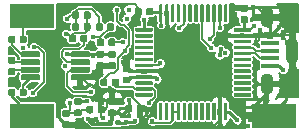
<source format=gbr>
G04 #@! TF.GenerationSoftware,KiCad,Pcbnew,(5.1.5-0-10_14)*
G04 #@! TF.CreationDate,2020-05-02T21:38:08-07:00*
G04 #@! TF.ProjectId,EOGlass,454f476c-6173-4732-9e6b-696361645f70,rev?*
G04 #@! TF.SameCoordinates,Original*
G04 #@! TF.FileFunction,Copper,L1,Top*
G04 #@! TF.FilePolarity,Positive*
%FSLAX46Y46*%
G04 Gerber Fmt 4.6, Leading zero omitted, Abs format (unit mm)*
G04 Created by KiCad (PCBNEW (5.1.5-0-10_14)) date 2020-05-02 21:38:08*
%MOMM*%
%LPD*%
G04 APERTURE LIST*
%ADD10C,0.100000*%
%ADD11R,3.800000X2.000000*%
%ADD12R,1.500000X0.450000*%
%ADD13O,1.100000X1.800000*%
%ADD14O,1.100000X2.200000*%
%ADD15C,0.450000*%
%ADD16C,0.130000*%
%ADD17C,0.250000*%
%ADD18C,0.150000*%
G04 APERTURE END LIST*
G04 #@! TA.AperFunction,SMDPad,CuDef*
D10*
G36*
X127377351Y-64300361D02*
G01*
X127384632Y-64301441D01*
X127391771Y-64303229D01*
X127398701Y-64305709D01*
X127405355Y-64308856D01*
X127411668Y-64312640D01*
X127417579Y-64317024D01*
X127423033Y-64321967D01*
X127427976Y-64327421D01*
X127432360Y-64333332D01*
X127436144Y-64339645D01*
X127439291Y-64346299D01*
X127441771Y-64353229D01*
X127443559Y-64360368D01*
X127444639Y-64367649D01*
X127445000Y-64375000D01*
X127445000Y-64525000D01*
X127444639Y-64532351D01*
X127443559Y-64539632D01*
X127441771Y-64546771D01*
X127439291Y-64553701D01*
X127436144Y-64560355D01*
X127432360Y-64566668D01*
X127427976Y-64572579D01*
X127423033Y-64578033D01*
X127417579Y-64582976D01*
X127411668Y-64587360D01*
X127405355Y-64591144D01*
X127398701Y-64594291D01*
X127391771Y-64596771D01*
X127384632Y-64598559D01*
X127377351Y-64599639D01*
X127370000Y-64600000D01*
X126045000Y-64600000D01*
X126037649Y-64599639D01*
X126030368Y-64598559D01*
X126023229Y-64596771D01*
X126016299Y-64594291D01*
X126009645Y-64591144D01*
X126003332Y-64587360D01*
X125997421Y-64582976D01*
X125991967Y-64578033D01*
X125987024Y-64572579D01*
X125982640Y-64566668D01*
X125978856Y-64560355D01*
X125975709Y-64553701D01*
X125973229Y-64546771D01*
X125971441Y-64539632D01*
X125970361Y-64532351D01*
X125970000Y-64525000D01*
X125970000Y-64375000D01*
X125970361Y-64367649D01*
X125971441Y-64360368D01*
X125973229Y-64353229D01*
X125975709Y-64346299D01*
X125978856Y-64339645D01*
X125982640Y-64333332D01*
X125987024Y-64327421D01*
X125991967Y-64321967D01*
X125997421Y-64317024D01*
X126003332Y-64312640D01*
X126009645Y-64308856D01*
X126016299Y-64305709D01*
X126023229Y-64303229D01*
X126030368Y-64301441D01*
X126037649Y-64300361D01*
X126045000Y-64300000D01*
X127370000Y-64300000D01*
X127377351Y-64300361D01*
G37*
G04 #@! TD.AperFunction*
G04 #@! TA.AperFunction,SMDPad,CuDef*
G36*
X127377351Y-64800361D02*
G01*
X127384632Y-64801441D01*
X127391771Y-64803229D01*
X127398701Y-64805709D01*
X127405355Y-64808856D01*
X127411668Y-64812640D01*
X127417579Y-64817024D01*
X127423033Y-64821967D01*
X127427976Y-64827421D01*
X127432360Y-64833332D01*
X127436144Y-64839645D01*
X127439291Y-64846299D01*
X127441771Y-64853229D01*
X127443559Y-64860368D01*
X127444639Y-64867649D01*
X127445000Y-64875000D01*
X127445000Y-65025000D01*
X127444639Y-65032351D01*
X127443559Y-65039632D01*
X127441771Y-65046771D01*
X127439291Y-65053701D01*
X127436144Y-65060355D01*
X127432360Y-65066668D01*
X127427976Y-65072579D01*
X127423033Y-65078033D01*
X127417579Y-65082976D01*
X127411668Y-65087360D01*
X127405355Y-65091144D01*
X127398701Y-65094291D01*
X127391771Y-65096771D01*
X127384632Y-65098559D01*
X127377351Y-65099639D01*
X127370000Y-65100000D01*
X126045000Y-65100000D01*
X126037649Y-65099639D01*
X126030368Y-65098559D01*
X126023229Y-65096771D01*
X126016299Y-65094291D01*
X126009645Y-65091144D01*
X126003332Y-65087360D01*
X125997421Y-65082976D01*
X125991967Y-65078033D01*
X125987024Y-65072579D01*
X125982640Y-65066668D01*
X125978856Y-65060355D01*
X125975709Y-65053701D01*
X125973229Y-65046771D01*
X125971441Y-65039632D01*
X125970361Y-65032351D01*
X125970000Y-65025000D01*
X125970000Y-64875000D01*
X125970361Y-64867649D01*
X125971441Y-64860368D01*
X125973229Y-64853229D01*
X125975709Y-64846299D01*
X125978856Y-64839645D01*
X125982640Y-64833332D01*
X125987024Y-64827421D01*
X125991967Y-64821967D01*
X125997421Y-64817024D01*
X126003332Y-64812640D01*
X126009645Y-64808856D01*
X126016299Y-64805709D01*
X126023229Y-64803229D01*
X126030368Y-64801441D01*
X126037649Y-64800361D01*
X126045000Y-64800000D01*
X127370000Y-64800000D01*
X127377351Y-64800361D01*
G37*
G04 #@! TD.AperFunction*
G04 #@! TA.AperFunction,SMDPad,CuDef*
G36*
X127377351Y-65300361D02*
G01*
X127384632Y-65301441D01*
X127391771Y-65303229D01*
X127398701Y-65305709D01*
X127405355Y-65308856D01*
X127411668Y-65312640D01*
X127417579Y-65317024D01*
X127423033Y-65321967D01*
X127427976Y-65327421D01*
X127432360Y-65333332D01*
X127436144Y-65339645D01*
X127439291Y-65346299D01*
X127441771Y-65353229D01*
X127443559Y-65360368D01*
X127444639Y-65367649D01*
X127445000Y-65375000D01*
X127445000Y-65525000D01*
X127444639Y-65532351D01*
X127443559Y-65539632D01*
X127441771Y-65546771D01*
X127439291Y-65553701D01*
X127436144Y-65560355D01*
X127432360Y-65566668D01*
X127427976Y-65572579D01*
X127423033Y-65578033D01*
X127417579Y-65582976D01*
X127411668Y-65587360D01*
X127405355Y-65591144D01*
X127398701Y-65594291D01*
X127391771Y-65596771D01*
X127384632Y-65598559D01*
X127377351Y-65599639D01*
X127370000Y-65600000D01*
X126045000Y-65600000D01*
X126037649Y-65599639D01*
X126030368Y-65598559D01*
X126023229Y-65596771D01*
X126016299Y-65594291D01*
X126009645Y-65591144D01*
X126003332Y-65587360D01*
X125997421Y-65582976D01*
X125991967Y-65578033D01*
X125987024Y-65572579D01*
X125982640Y-65566668D01*
X125978856Y-65560355D01*
X125975709Y-65553701D01*
X125973229Y-65546771D01*
X125971441Y-65539632D01*
X125970361Y-65532351D01*
X125970000Y-65525000D01*
X125970000Y-65375000D01*
X125970361Y-65367649D01*
X125971441Y-65360368D01*
X125973229Y-65353229D01*
X125975709Y-65346299D01*
X125978856Y-65339645D01*
X125982640Y-65333332D01*
X125987024Y-65327421D01*
X125991967Y-65321967D01*
X125997421Y-65317024D01*
X126003332Y-65312640D01*
X126009645Y-65308856D01*
X126016299Y-65305709D01*
X126023229Y-65303229D01*
X126030368Y-65301441D01*
X126037649Y-65300361D01*
X126045000Y-65300000D01*
X127370000Y-65300000D01*
X127377351Y-65300361D01*
G37*
G04 #@! TD.AperFunction*
G04 #@! TA.AperFunction,SMDPad,CuDef*
G36*
X127377351Y-65800361D02*
G01*
X127384632Y-65801441D01*
X127391771Y-65803229D01*
X127398701Y-65805709D01*
X127405355Y-65808856D01*
X127411668Y-65812640D01*
X127417579Y-65817024D01*
X127423033Y-65821967D01*
X127427976Y-65827421D01*
X127432360Y-65833332D01*
X127436144Y-65839645D01*
X127439291Y-65846299D01*
X127441771Y-65853229D01*
X127443559Y-65860368D01*
X127444639Y-65867649D01*
X127445000Y-65875000D01*
X127445000Y-66025000D01*
X127444639Y-66032351D01*
X127443559Y-66039632D01*
X127441771Y-66046771D01*
X127439291Y-66053701D01*
X127436144Y-66060355D01*
X127432360Y-66066668D01*
X127427976Y-66072579D01*
X127423033Y-66078033D01*
X127417579Y-66082976D01*
X127411668Y-66087360D01*
X127405355Y-66091144D01*
X127398701Y-66094291D01*
X127391771Y-66096771D01*
X127384632Y-66098559D01*
X127377351Y-66099639D01*
X127370000Y-66100000D01*
X126045000Y-66100000D01*
X126037649Y-66099639D01*
X126030368Y-66098559D01*
X126023229Y-66096771D01*
X126016299Y-66094291D01*
X126009645Y-66091144D01*
X126003332Y-66087360D01*
X125997421Y-66082976D01*
X125991967Y-66078033D01*
X125987024Y-66072579D01*
X125982640Y-66066668D01*
X125978856Y-66060355D01*
X125975709Y-66053701D01*
X125973229Y-66046771D01*
X125971441Y-66039632D01*
X125970361Y-66032351D01*
X125970000Y-66025000D01*
X125970000Y-65875000D01*
X125970361Y-65867649D01*
X125971441Y-65860368D01*
X125973229Y-65853229D01*
X125975709Y-65846299D01*
X125978856Y-65839645D01*
X125982640Y-65833332D01*
X125987024Y-65827421D01*
X125991967Y-65821967D01*
X125997421Y-65817024D01*
X126003332Y-65812640D01*
X126009645Y-65808856D01*
X126016299Y-65805709D01*
X126023229Y-65803229D01*
X126030368Y-65801441D01*
X126037649Y-65800361D01*
X126045000Y-65800000D01*
X127370000Y-65800000D01*
X127377351Y-65800361D01*
G37*
G04 #@! TD.AperFunction*
G04 #@! TA.AperFunction,SMDPad,CuDef*
G36*
X127377351Y-66300361D02*
G01*
X127384632Y-66301441D01*
X127391771Y-66303229D01*
X127398701Y-66305709D01*
X127405355Y-66308856D01*
X127411668Y-66312640D01*
X127417579Y-66317024D01*
X127423033Y-66321967D01*
X127427976Y-66327421D01*
X127432360Y-66333332D01*
X127436144Y-66339645D01*
X127439291Y-66346299D01*
X127441771Y-66353229D01*
X127443559Y-66360368D01*
X127444639Y-66367649D01*
X127445000Y-66375000D01*
X127445000Y-66525000D01*
X127444639Y-66532351D01*
X127443559Y-66539632D01*
X127441771Y-66546771D01*
X127439291Y-66553701D01*
X127436144Y-66560355D01*
X127432360Y-66566668D01*
X127427976Y-66572579D01*
X127423033Y-66578033D01*
X127417579Y-66582976D01*
X127411668Y-66587360D01*
X127405355Y-66591144D01*
X127398701Y-66594291D01*
X127391771Y-66596771D01*
X127384632Y-66598559D01*
X127377351Y-66599639D01*
X127370000Y-66600000D01*
X126045000Y-66600000D01*
X126037649Y-66599639D01*
X126030368Y-66598559D01*
X126023229Y-66596771D01*
X126016299Y-66594291D01*
X126009645Y-66591144D01*
X126003332Y-66587360D01*
X125997421Y-66582976D01*
X125991967Y-66578033D01*
X125987024Y-66572579D01*
X125982640Y-66566668D01*
X125978856Y-66560355D01*
X125975709Y-66553701D01*
X125973229Y-66546771D01*
X125971441Y-66539632D01*
X125970361Y-66532351D01*
X125970000Y-66525000D01*
X125970000Y-66375000D01*
X125970361Y-66367649D01*
X125971441Y-66360368D01*
X125973229Y-66353229D01*
X125975709Y-66346299D01*
X125978856Y-66339645D01*
X125982640Y-66333332D01*
X125987024Y-66327421D01*
X125991967Y-66321967D01*
X125997421Y-66317024D01*
X126003332Y-66312640D01*
X126009645Y-66308856D01*
X126016299Y-66305709D01*
X126023229Y-66303229D01*
X126030368Y-66301441D01*
X126037649Y-66300361D01*
X126045000Y-66300000D01*
X127370000Y-66300000D01*
X127377351Y-66300361D01*
G37*
G04 #@! TD.AperFunction*
G04 #@! TA.AperFunction,SMDPad,CuDef*
G36*
X127377351Y-66800361D02*
G01*
X127384632Y-66801441D01*
X127391771Y-66803229D01*
X127398701Y-66805709D01*
X127405355Y-66808856D01*
X127411668Y-66812640D01*
X127417579Y-66817024D01*
X127423033Y-66821967D01*
X127427976Y-66827421D01*
X127432360Y-66833332D01*
X127436144Y-66839645D01*
X127439291Y-66846299D01*
X127441771Y-66853229D01*
X127443559Y-66860368D01*
X127444639Y-66867649D01*
X127445000Y-66875000D01*
X127445000Y-67025000D01*
X127444639Y-67032351D01*
X127443559Y-67039632D01*
X127441771Y-67046771D01*
X127439291Y-67053701D01*
X127436144Y-67060355D01*
X127432360Y-67066668D01*
X127427976Y-67072579D01*
X127423033Y-67078033D01*
X127417579Y-67082976D01*
X127411668Y-67087360D01*
X127405355Y-67091144D01*
X127398701Y-67094291D01*
X127391771Y-67096771D01*
X127384632Y-67098559D01*
X127377351Y-67099639D01*
X127370000Y-67100000D01*
X126045000Y-67100000D01*
X126037649Y-67099639D01*
X126030368Y-67098559D01*
X126023229Y-67096771D01*
X126016299Y-67094291D01*
X126009645Y-67091144D01*
X126003332Y-67087360D01*
X125997421Y-67082976D01*
X125991967Y-67078033D01*
X125987024Y-67072579D01*
X125982640Y-67066668D01*
X125978856Y-67060355D01*
X125975709Y-67053701D01*
X125973229Y-67046771D01*
X125971441Y-67039632D01*
X125970361Y-67032351D01*
X125970000Y-67025000D01*
X125970000Y-66875000D01*
X125970361Y-66867649D01*
X125971441Y-66860368D01*
X125973229Y-66853229D01*
X125975709Y-66846299D01*
X125978856Y-66839645D01*
X125982640Y-66833332D01*
X125987024Y-66827421D01*
X125991967Y-66821967D01*
X125997421Y-66817024D01*
X126003332Y-66812640D01*
X126009645Y-66808856D01*
X126016299Y-66805709D01*
X126023229Y-66803229D01*
X126030368Y-66801441D01*
X126037649Y-66800361D01*
X126045000Y-66800000D01*
X127370000Y-66800000D01*
X127377351Y-66800361D01*
G37*
G04 #@! TD.AperFunction*
G04 #@! TA.AperFunction,SMDPad,CuDef*
G36*
X127377351Y-67300361D02*
G01*
X127384632Y-67301441D01*
X127391771Y-67303229D01*
X127398701Y-67305709D01*
X127405355Y-67308856D01*
X127411668Y-67312640D01*
X127417579Y-67317024D01*
X127423033Y-67321967D01*
X127427976Y-67327421D01*
X127432360Y-67333332D01*
X127436144Y-67339645D01*
X127439291Y-67346299D01*
X127441771Y-67353229D01*
X127443559Y-67360368D01*
X127444639Y-67367649D01*
X127445000Y-67375000D01*
X127445000Y-67525000D01*
X127444639Y-67532351D01*
X127443559Y-67539632D01*
X127441771Y-67546771D01*
X127439291Y-67553701D01*
X127436144Y-67560355D01*
X127432360Y-67566668D01*
X127427976Y-67572579D01*
X127423033Y-67578033D01*
X127417579Y-67582976D01*
X127411668Y-67587360D01*
X127405355Y-67591144D01*
X127398701Y-67594291D01*
X127391771Y-67596771D01*
X127384632Y-67598559D01*
X127377351Y-67599639D01*
X127370000Y-67600000D01*
X126045000Y-67600000D01*
X126037649Y-67599639D01*
X126030368Y-67598559D01*
X126023229Y-67596771D01*
X126016299Y-67594291D01*
X126009645Y-67591144D01*
X126003332Y-67587360D01*
X125997421Y-67582976D01*
X125991967Y-67578033D01*
X125987024Y-67572579D01*
X125982640Y-67566668D01*
X125978856Y-67560355D01*
X125975709Y-67553701D01*
X125973229Y-67546771D01*
X125971441Y-67539632D01*
X125970361Y-67532351D01*
X125970000Y-67525000D01*
X125970000Y-67375000D01*
X125970361Y-67367649D01*
X125971441Y-67360368D01*
X125973229Y-67353229D01*
X125975709Y-67346299D01*
X125978856Y-67339645D01*
X125982640Y-67333332D01*
X125987024Y-67327421D01*
X125991967Y-67321967D01*
X125997421Y-67317024D01*
X126003332Y-67312640D01*
X126009645Y-67308856D01*
X126016299Y-67305709D01*
X126023229Y-67303229D01*
X126030368Y-67301441D01*
X126037649Y-67300361D01*
X126045000Y-67300000D01*
X127370000Y-67300000D01*
X127377351Y-67300361D01*
G37*
G04 #@! TD.AperFunction*
G04 #@! TA.AperFunction,SMDPad,CuDef*
G36*
X127377351Y-67800361D02*
G01*
X127384632Y-67801441D01*
X127391771Y-67803229D01*
X127398701Y-67805709D01*
X127405355Y-67808856D01*
X127411668Y-67812640D01*
X127417579Y-67817024D01*
X127423033Y-67821967D01*
X127427976Y-67827421D01*
X127432360Y-67833332D01*
X127436144Y-67839645D01*
X127439291Y-67846299D01*
X127441771Y-67853229D01*
X127443559Y-67860368D01*
X127444639Y-67867649D01*
X127445000Y-67875000D01*
X127445000Y-68025000D01*
X127444639Y-68032351D01*
X127443559Y-68039632D01*
X127441771Y-68046771D01*
X127439291Y-68053701D01*
X127436144Y-68060355D01*
X127432360Y-68066668D01*
X127427976Y-68072579D01*
X127423033Y-68078033D01*
X127417579Y-68082976D01*
X127411668Y-68087360D01*
X127405355Y-68091144D01*
X127398701Y-68094291D01*
X127391771Y-68096771D01*
X127384632Y-68098559D01*
X127377351Y-68099639D01*
X127370000Y-68100000D01*
X126045000Y-68100000D01*
X126037649Y-68099639D01*
X126030368Y-68098559D01*
X126023229Y-68096771D01*
X126016299Y-68094291D01*
X126009645Y-68091144D01*
X126003332Y-68087360D01*
X125997421Y-68082976D01*
X125991967Y-68078033D01*
X125987024Y-68072579D01*
X125982640Y-68066668D01*
X125978856Y-68060355D01*
X125975709Y-68053701D01*
X125973229Y-68046771D01*
X125971441Y-68039632D01*
X125970361Y-68032351D01*
X125970000Y-68025000D01*
X125970000Y-67875000D01*
X125970361Y-67867649D01*
X125971441Y-67860368D01*
X125973229Y-67853229D01*
X125975709Y-67846299D01*
X125978856Y-67839645D01*
X125982640Y-67833332D01*
X125987024Y-67827421D01*
X125991967Y-67821967D01*
X125997421Y-67817024D01*
X126003332Y-67812640D01*
X126009645Y-67808856D01*
X126016299Y-67805709D01*
X126023229Y-67803229D01*
X126030368Y-67801441D01*
X126037649Y-67800361D01*
X126045000Y-67800000D01*
X127370000Y-67800000D01*
X127377351Y-67800361D01*
G37*
G04 #@! TD.AperFunction*
G04 #@! TA.AperFunction,SMDPad,CuDef*
G36*
X127377351Y-68300361D02*
G01*
X127384632Y-68301441D01*
X127391771Y-68303229D01*
X127398701Y-68305709D01*
X127405355Y-68308856D01*
X127411668Y-68312640D01*
X127417579Y-68317024D01*
X127423033Y-68321967D01*
X127427976Y-68327421D01*
X127432360Y-68333332D01*
X127436144Y-68339645D01*
X127439291Y-68346299D01*
X127441771Y-68353229D01*
X127443559Y-68360368D01*
X127444639Y-68367649D01*
X127445000Y-68375000D01*
X127445000Y-68525000D01*
X127444639Y-68532351D01*
X127443559Y-68539632D01*
X127441771Y-68546771D01*
X127439291Y-68553701D01*
X127436144Y-68560355D01*
X127432360Y-68566668D01*
X127427976Y-68572579D01*
X127423033Y-68578033D01*
X127417579Y-68582976D01*
X127411668Y-68587360D01*
X127405355Y-68591144D01*
X127398701Y-68594291D01*
X127391771Y-68596771D01*
X127384632Y-68598559D01*
X127377351Y-68599639D01*
X127370000Y-68600000D01*
X126045000Y-68600000D01*
X126037649Y-68599639D01*
X126030368Y-68598559D01*
X126023229Y-68596771D01*
X126016299Y-68594291D01*
X126009645Y-68591144D01*
X126003332Y-68587360D01*
X125997421Y-68582976D01*
X125991967Y-68578033D01*
X125987024Y-68572579D01*
X125982640Y-68566668D01*
X125978856Y-68560355D01*
X125975709Y-68553701D01*
X125973229Y-68546771D01*
X125971441Y-68539632D01*
X125970361Y-68532351D01*
X125970000Y-68525000D01*
X125970000Y-68375000D01*
X125970361Y-68367649D01*
X125971441Y-68360368D01*
X125973229Y-68353229D01*
X125975709Y-68346299D01*
X125978856Y-68339645D01*
X125982640Y-68333332D01*
X125987024Y-68327421D01*
X125991967Y-68321967D01*
X125997421Y-68317024D01*
X126003332Y-68312640D01*
X126009645Y-68308856D01*
X126016299Y-68305709D01*
X126023229Y-68303229D01*
X126030368Y-68301441D01*
X126037649Y-68300361D01*
X126045000Y-68300000D01*
X127370000Y-68300000D01*
X127377351Y-68300361D01*
G37*
G04 #@! TD.AperFunction*
G04 #@! TA.AperFunction,SMDPad,CuDef*
G36*
X127377351Y-68800361D02*
G01*
X127384632Y-68801441D01*
X127391771Y-68803229D01*
X127398701Y-68805709D01*
X127405355Y-68808856D01*
X127411668Y-68812640D01*
X127417579Y-68817024D01*
X127423033Y-68821967D01*
X127427976Y-68827421D01*
X127432360Y-68833332D01*
X127436144Y-68839645D01*
X127439291Y-68846299D01*
X127441771Y-68853229D01*
X127443559Y-68860368D01*
X127444639Y-68867649D01*
X127445000Y-68875000D01*
X127445000Y-69025000D01*
X127444639Y-69032351D01*
X127443559Y-69039632D01*
X127441771Y-69046771D01*
X127439291Y-69053701D01*
X127436144Y-69060355D01*
X127432360Y-69066668D01*
X127427976Y-69072579D01*
X127423033Y-69078033D01*
X127417579Y-69082976D01*
X127411668Y-69087360D01*
X127405355Y-69091144D01*
X127398701Y-69094291D01*
X127391771Y-69096771D01*
X127384632Y-69098559D01*
X127377351Y-69099639D01*
X127370000Y-69100000D01*
X126045000Y-69100000D01*
X126037649Y-69099639D01*
X126030368Y-69098559D01*
X126023229Y-69096771D01*
X126016299Y-69094291D01*
X126009645Y-69091144D01*
X126003332Y-69087360D01*
X125997421Y-69082976D01*
X125991967Y-69078033D01*
X125987024Y-69072579D01*
X125982640Y-69066668D01*
X125978856Y-69060355D01*
X125975709Y-69053701D01*
X125973229Y-69046771D01*
X125971441Y-69039632D01*
X125970361Y-69032351D01*
X125970000Y-69025000D01*
X125970000Y-68875000D01*
X125970361Y-68867649D01*
X125971441Y-68860368D01*
X125973229Y-68853229D01*
X125975709Y-68846299D01*
X125978856Y-68839645D01*
X125982640Y-68833332D01*
X125987024Y-68827421D01*
X125991967Y-68821967D01*
X125997421Y-68817024D01*
X126003332Y-68812640D01*
X126009645Y-68808856D01*
X126016299Y-68805709D01*
X126023229Y-68803229D01*
X126030368Y-68801441D01*
X126037649Y-68800361D01*
X126045000Y-68800000D01*
X127370000Y-68800000D01*
X127377351Y-68800361D01*
G37*
G04 #@! TD.AperFunction*
G04 #@! TA.AperFunction,SMDPad,CuDef*
G36*
X127377351Y-69300361D02*
G01*
X127384632Y-69301441D01*
X127391771Y-69303229D01*
X127398701Y-69305709D01*
X127405355Y-69308856D01*
X127411668Y-69312640D01*
X127417579Y-69317024D01*
X127423033Y-69321967D01*
X127427976Y-69327421D01*
X127432360Y-69333332D01*
X127436144Y-69339645D01*
X127439291Y-69346299D01*
X127441771Y-69353229D01*
X127443559Y-69360368D01*
X127444639Y-69367649D01*
X127445000Y-69375000D01*
X127445000Y-69525000D01*
X127444639Y-69532351D01*
X127443559Y-69539632D01*
X127441771Y-69546771D01*
X127439291Y-69553701D01*
X127436144Y-69560355D01*
X127432360Y-69566668D01*
X127427976Y-69572579D01*
X127423033Y-69578033D01*
X127417579Y-69582976D01*
X127411668Y-69587360D01*
X127405355Y-69591144D01*
X127398701Y-69594291D01*
X127391771Y-69596771D01*
X127384632Y-69598559D01*
X127377351Y-69599639D01*
X127370000Y-69600000D01*
X126045000Y-69600000D01*
X126037649Y-69599639D01*
X126030368Y-69598559D01*
X126023229Y-69596771D01*
X126016299Y-69594291D01*
X126009645Y-69591144D01*
X126003332Y-69587360D01*
X125997421Y-69582976D01*
X125991967Y-69578033D01*
X125987024Y-69572579D01*
X125982640Y-69566668D01*
X125978856Y-69560355D01*
X125975709Y-69553701D01*
X125973229Y-69546771D01*
X125971441Y-69539632D01*
X125970361Y-69532351D01*
X125970000Y-69525000D01*
X125970000Y-69375000D01*
X125970361Y-69367649D01*
X125971441Y-69360368D01*
X125973229Y-69353229D01*
X125975709Y-69346299D01*
X125978856Y-69339645D01*
X125982640Y-69333332D01*
X125987024Y-69327421D01*
X125991967Y-69321967D01*
X125997421Y-69317024D01*
X126003332Y-69312640D01*
X126009645Y-69308856D01*
X126016299Y-69305709D01*
X126023229Y-69303229D01*
X126030368Y-69301441D01*
X126037649Y-69300361D01*
X126045000Y-69300000D01*
X127370000Y-69300000D01*
X127377351Y-69300361D01*
G37*
G04 #@! TD.AperFunction*
G04 #@! TA.AperFunction,SMDPad,CuDef*
G36*
X127377351Y-69800361D02*
G01*
X127384632Y-69801441D01*
X127391771Y-69803229D01*
X127398701Y-69805709D01*
X127405355Y-69808856D01*
X127411668Y-69812640D01*
X127417579Y-69817024D01*
X127423033Y-69821967D01*
X127427976Y-69827421D01*
X127432360Y-69833332D01*
X127436144Y-69839645D01*
X127439291Y-69846299D01*
X127441771Y-69853229D01*
X127443559Y-69860368D01*
X127444639Y-69867649D01*
X127445000Y-69875000D01*
X127445000Y-70025000D01*
X127444639Y-70032351D01*
X127443559Y-70039632D01*
X127441771Y-70046771D01*
X127439291Y-70053701D01*
X127436144Y-70060355D01*
X127432360Y-70066668D01*
X127427976Y-70072579D01*
X127423033Y-70078033D01*
X127417579Y-70082976D01*
X127411668Y-70087360D01*
X127405355Y-70091144D01*
X127398701Y-70094291D01*
X127391771Y-70096771D01*
X127384632Y-70098559D01*
X127377351Y-70099639D01*
X127370000Y-70100000D01*
X126045000Y-70100000D01*
X126037649Y-70099639D01*
X126030368Y-70098559D01*
X126023229Y-70096771D01*
X126016299Y-70094291D01*
X126009645Y-70091144D01*
X126003332Y-70087360D01*
X125997421Y-70082976D01*
X125991967Y-70078033D01*
X125987024Y-70072579D01*
X125982640Y-70066668D01*
X125978856Y-70060355D01*
X125975709Y-70053701D01*
X125973229Y-70046771D01*
X125971441Y-70039632D01*
X125970361Y-70032351D01*
X125970000Y-70025000D01*
X125970000Y-69875000D01*
X125970361Y-69867649D01*
X125971441Y-69860368D01*
X125973229Y-69853229D01*
X125975709Y-69846299D01*
X125978856Y-69839645D01*
X125982640Y-69833332D01*
X125987024Y-69827421D01*
X125991967Y-69821967D01*
X125997421Y-69817024D01*
X126003332Y-69812640D01*
X126009645Y-69808856D01*
X126016299Y-69805709D01*
X126023229Y-69803229D01*
X126030368Y-69801441D01*
X126037649Y-69800361D01*
X126045000Y-69800000D01*
X127370000Y-69800000D01*
X127377351Y-69800361D01*
G37*
G04 #@! TD.AperFunction*
G04 #@! TA.AperFunction,SMDPad,CuDef*
G36*
X128202351Y-70625361D02*
G01*
X128209632Y-70626441D01*
X128216771Y-70628229D01*
X128223701Y-70630709D01*
X128230355Y-70633856D01*
X128236668Y-70637640D01*
X128242579Y-70642024D01*
X128248033Y-70646967D01*
X128252976Y-70652421D01*
X128257360Y-70658332D01*
X128261144Y-70664645D01*
X128264291Y-70671299D01*
X128266771Y-70678229D01*
X128268559Y-70685368D01*
X128269639Y-70692649D01*
X128270000Y-70700000D01*
X128270000Y-72025000D01*
X128269639Y-72032351D01*
X128268559Y-72039632D01*
X128266771Y-72046771D01*
X128264291Y-72053701D01*
X128261144Y-72060355D01*
X128257360Y-72066668D01*
X128252976Y-72072579D01*
X128248033Y-72078033D01*
X128242579Y-72082976D01*
X128236668Y-72087360D01*
X128230355Y-72091144D01*
X128223701Y-72094291D01*
X128216771Y-72096771D01*
X128209632Y-72098559D01*
X128202351Y-72099639D01*
X128195000Y-72100000D01*
X128045000Y-72100000D01*
X128037649Y-72099639D01*
X128030368Y-72098559D01*
X128023229Y-72096771D01*
X128016299Y-72094291D01*
X128009645Y-72091144D01*
X128003332Y-72087360D01*
X127997421Y-72082976D01*
X127991967Y-72078033D01*
X127987024Y-72072579D01*
X127982640Y-72066668D01*
X127978856Y-72060355D01*
X127975709Y-72053701D01*
X127973229Y-72046771D01*
X127971441Y-72039632D01*
X127970361Y-72032351D01*
X127970000Y-72025000D01*
X127970000Y-70700000D01*
X127970361Y-70692649D01*
X127971441Y-70685368D01*
X127973229Y-70678229D01*
X127975709Y-70671299D01*
X127978856Y-70664645D01*
X127982640Y-70658332D01*
X127987024Y-70652421D01*
X127991967Y-70646967D01*
X127997421Y-70642024D01*
X128003332Y-70637640D01*
X128009645Y-70633856D01*
X128016299Y-70630709D01*
X128023229Y-70628229D01*
X128030368Y-70626441D01*
X128037649Y-70625361D01*
X128045000Y-70625000D01*
X128195000Y-70625000D01*
X128202351Y-70625361D01*
G37*
G04 #@! TD.AperFunction*
G04 #@! TA.AperFunction,SMDPad,CuDef*
G36*
X128702351Y-70625361D02*
G01*
X128709632Y-70626441D01*
X128716771Y-70628229D01*
X128723701Y-70630709D01*
X128730355Y-70633856D01*
X128736668Y-70637640D01*
X128742579Y-70642024D01*
X128748033Y-70646967D01*
X128752976Y-70652421D01*
X128757360Y-70658332D01*
X128761144Y-70664645D01*
X128764291Y-70671299D01*
X128766771Y-70678229D01*
X128768559Y-70685368D01*
X128769639Y-70692649D01*
X128770000Y-70700000D01*
X128770000Y-72025000D01*
X128769639Y-72032351D01*
X128768559Y-72039632D01*
X128766771Y-72046771D01*
X128764291Y-72053701D01*
X128761144Y-72060355D01*
X128757360Y-72066668D01*
X128752976Y-72072579D01*
X128748033Y-72078033D01*
X128742579Y-72082976D01*
X128736668Y-72087360D01*
X128730355Y-72091144D01*
X128723701Y-72094291D01*
X128716771Y-72096771D01*
X128709632Y-72098559D01*
X128702351Y-72099639D01*
X128695000Y-72100000D01*
X128545000Y-72100000D01*
X128537649Y-72099639D01*
X128530368Y-72098559D01*
X128523229Y-72096771D01*
X128516299Y-72094291D01*
X128509645Y-72091144D01*
X128503332Y-72087360D01*
X128497421Y-72082976D01*
X128491967Y-72078033D01*
X128487024Y-72072579D01*
X128482640Y-72066668D01*
X128478856Y-72060355D01*
X128475709Y-72053701D01*
X128473229Y-72046771D01*
X128471441Y-72039632D01*
X128470361Y-72032351D01*
X128470000Y-72025000D01*
X128470000Y-70700000D01*
X128470361Y-70692649D01*
X128471441Y-70685368D01*
X128473229Y-70678229D01*
X128475709Y-70671299D01*
X128478856Y-70664645D01*
X128482640Y-70658332D01*
X128487024Y-70652421D01*
X128491967Y-70646967D01*
X128497421Y-70642024D01*
X128503332Y-70637640D01*
X128509645Y-70633856D01*
X128516299Y-70630709D01*
X128523229Y-70628229D01*
X128530368Y-70626441D01*
X128537649Y-70625361D01*
X128545000Y-70625000D01*
X128695000Y-70625000D01*
X128702351Y-70625361D01*
G37*
G04 #@! TD.AperFunction*
G04 #@! TA.AperFunction,SMDPad,CuDef*
G36*
X129202351Y-70625361D02*
G01*
X129209632Y-70626441D01*
X129216771Y-70628229D01*
X129223701Y-70630709D01*
X129230355Y-70633856D01*
X129236668Y-70637640D01*
X129242579Y-70642024D01*
X129248033Y-70646967D01*
X129252976Y-70652421D01*
X129257360Y-70658332D01*
X129261144Y-70664645D01*
X129264291Y-70671299D01*
X129266771Y-70678229D01*
X129268559Y-70685368D01*
X129269639Y-70692649D01*
X129270000Y-70700000D01*
X129270000Y-72025000D01*
X129269639Y-72032351D01*
X129268559Y-72039632D01*
X129266771Y-72046771D01*
X129264291Y-72053701D01*
X129261144Y-72060355D01*
X129257360Y-72066668D01*
X129252976Y-72072579D01*
X129248033Y-72078033D01*
X129242579Y-72082976D01*
X129236668Y-72087360D01*
X129230355Y-72091144D01*
X129223701Y-72094291D01*
X129216771Y-72096771D01*
X129209632Y-72098559D01*
X129202351Y-72099639D01*
X129195000Y-72100000D01*
X129045000Y-72100000D01*
X129037649Y-72099639D01*
X129030368Y-72098559D01*
X129023229Y-72096771D01*
X129016299Y-72094291D01*
X129009645Y-72091144D01*
X129003332Y-72087360D01*
X128997421Y-72082976D01*
X128991967Y-72078033D01*
X128987024Y-72072579D01*
X128982640Y-72066668D01*
X128978856Y-72060355D01*
X128975709Y-72053701D01*
X128973229Y-72046771D01*
X128971441Y-72039632D01*
X128970361Y-72032351D01*
X128970000Y-72025000D01*
X128970000Y-70700000D01*
X128970361Y-70692649D01*
X128971441Y-70685368D01*
X128973229Y-70678229D01*
X128975709Y-70671299D01*
X128978856Y-70664645D01*
X128982640Y-70658332D01*
X128987024Y-70652421D01*
X128991967Y-70646967D01*
X128997421Y-70642024D01*
X129003332Y-70637640D01*
X129009645Y-70633856D01*
X129016299Y-70630709D01*
X129023229Y-70628229D01*
X129030368Y-70626441D01*
X129037649Y-70625361D01*
X129045000Y-70625000D01*
X129195000Y-70625000D01*
X129202351Y-70625361D01*
G37*
G04 #@! TD.AperFunction*
G04 #@! TA.AperFunction,SMDPad,CuDef*
G36*
X129702351Y-70625361D02*
G01*
X129709632Y-70626441D01*
X129716771Y-70628229D01*
X129723701Y-70630709D01*
X129730355Y-70633856D01*
X129736668Y-70637640D01*
X129742579Y-70642024D01*
X129748033Y-70646967D01*
X129752976Y-70652421D01*
X129757360Y-70658332D01*
X129761144Y-70664645D01*
X129764291Y-70671299D01*
X129766771Y-70678229D01*
X129768559Y-70685368D01*
X129769639Y-70692649D01*
X129770000Y-70700000D01*
X129770000Y-72025000D01*
X129769639Y-72032351D01*
X129768559Y-72039632D01*
X129766771Y-72046771D01*
X129764291Y-72053701D01*
X129761144Y-72060355D01*
X129757360Y-72066668D01*
X129752976Y-72072579D01*
X129748033Y-72078033D01*
X129742579Y-72082976D01*
X129736668Y-72087360D01*
X129730355Y-72091144D01*
X129723701Y-72094291D01*
X129716771Y-72096771D01*
X129709632Y-72098559D01*
X129702351Y-72099639D01*
X129695000Y-72100000D01*
X129545000Y-72100000D01*
X129537649Y-72099639D01*
X129530368Y-72098559D01*
X129523229Y-72096771D01*
X129516299Y-72094291D01*
X129509645Y-72091144D01*
X129503332Y-72087360D01*
X129497421Y-72082976D01*
X129491967Y-72078033D01*
X129487024Y-72072579D01*
X129482640Y-72066668D01*
X129478856Y-72060355D01*
X129475709Y-72053701D01*
X129473229Y-72046771D01*
X129471441Y-72039632D01*
X129470361Y-72032351D01*
X129470000Y-72025000D01*
X129470000Y-70700000D01*
X129470361Y-70692649D01*
X129471441Y-70685368D01*
X129473229Y-70678229D01*
X129475709Y-70671299D01*
X129478856Y-70664645D01*
X129482640Y-70658332D01*
X129487024Y-70652421D01*
X129491967Y-70646967D01*
X129497421Y-70642024D01*
X129503332Y-70637640D01*
X129509645Y-70633856D01*
X129516299Y-70630709D01*
X129523229Y-70628229D01*
X129530368Y-70626441D01*
X129537649Y-70625361D01*
X129545000Y-70625000D01*
X129695000Y-70625000D01*
X129702351Y-70625361D01*
G37*
G04 #@! TD.AperFunction*
G04 #@! TA.AperFunction,SMDPad,CuDef*
G36*
X130202351Y-70625361D02*
G01*
X130209632Y-70626441D01*
X130216771Y-70628229D01*
X130223701Y-70630709D01*
X130230355Y-70633856D01*
X130236668Y-70637640D01*
X130242579Y-70642024D01*
X130248033Y-70646967D01*
X130252976Y-70652421D01*
X130257360Y-70658332D01*
X130261144Y-70664645D01*
X130264291Y-70671299D01*
X130266771Y-70678229D01*
X130268559Y-70685368D01*
X130269639Y-70692649D01*
X130270000Y-70700000D01*
X130270000Y-72025000D01*
X130269639Y-72032351D01*
X130268559Y-72039632D01*
X130266771Y-72046771D01*
X130264291Y-72053701D01*
X130261144Y-72060355D01*
X130257360Y-72066668D01*
X130252976Y-72072579D01*
X130248033Y-72078033D01*
X130242579Y-72082976D01*
X130236668Y-72087360D01*
X130230355Y-72091144D01*
X130223701Y-72094291D01*
X130216771Y-72096771D01*
X130209632Y-72098559D01*
X130202351Y-72099639D01*
X130195000Y-72100000D01*
X130045000Y-72100000D01*
X130037649Y-72099639D01*
X130030368Y-72098559D01*
X130023229Y-72096771D01*
X130016299Y-72094291D01*
X130009645Y-72091144D01*
X130003332Y-72087360D01*
X129997421Y-72082976D01*
X129991967Y-72078033D01*
X129987024Y-72072579D01*
X129982640Y-72066668D01*
X129978856Y-72060355D01*
X129975709Y-72053701D01*
X129973229Y-72046771D01*
X129971441Y-72039632D01*
X129970361Y-72032351D01*
X129970000Y-72025000D01*
X129970000Y-70700000D01*
X129970361Y-70692649D01*
X129971441Y-70685368D01*
X129973229Y-70678229D01*
X129975709Y-70671299D01*
X129978856Y-70664645D01*
X129982640Y-70658332D01*
X129987024Y-70652421D01*
X129991967Y-70646967D01*
X129997421Y-70642024D01*
X130003332Y-70637640D01*
X130009645Y-70633856D01*
X130016299Y-70630709D01*
X130023229Y-70628229D01*
X130030368Y-70626441D01*
X130037649Y-70625361D01*
X130045000Y-70625000D01*
X130195000Y-70625000D01*
X130202351Y-70625361D01*
G37*
G04 #@! TD.AperFunction*
G04 #@! TA.AperFunction,SMDPad,CuDef*
G36*
X130702351Y-70625361D02*
G01*
X130709632Y-70626441D01*
X130716771Y-70628229D01*
X130723701Y-70630709D01*
X130730355Y-70633856D01*
X130736668Y-70637640D01*
X130742579Y-70642024D01*
X130748033Y-70646967D01*
X130752976Y-70652421D01*
X130757360Y-70658332D01*
X130761144Y-70664645D01*
X130764291Y-70671299D01*
X130766771Y-70678229D01*
X130768559Y-70685368D01*
X130769639Y-70692649D01*
X130770000Y-70700000D01*
X130770000Y-72025000D01*
X130769639Y-72032351D01*
X130768559Y-72039632D01*
X130766771Y-72046771D01*
X130764291Y-72053701D01*
X130761144Y-72060355D01*
X130757360Y-72066668D01*
X130752976Y-72072579D01*
X130748033Y-72078033D01*
X130742579Y-72082976D01*
X130736668Y-72087360D01*
X130730355Y-72091144D01*
X130723701Y-72094291D01*
X130716771Y-72096771D01*
X130709632Y-72098559D01*
X130702351Y-72099639D01*
X130695000Y-72100000D01*
X130545000Y-72100000D01*
X130537649Y-72099639D01*
X130530368Y-72098559D01*
X130523229Y-72096771D01*
X130516299Y-72094291D01*
X130509645Y-72091144D01*
X130503332Y-72087360D01*
X130497421Y-72082976D01*
X130491967Y-72078033D01*
X130487024Y-72072579D01*
X130482640Y-72066668D01*
X130478856Y-72060355D01*
X130475709Y-72053701D01*
X130473229Y-72046771D01*
X130471441Y-72039632D01*
X130470361Y-72032351D01*
X130470000Y-72025000D01*
X130470000Y-70700000D01*
X130470361Y-70692649D01*
X130471441Y-70685368D01*
X130473229Y-70678229D01*
X130475709Y-70671299D01*
X130478856Y-70664645D01*
X130482640Y-70658332D01*
X130487024Y-70652421D01*
X130491967Y-70646967D01*
X130497421Y-70642024D01*
X130503332Y-70637640D01*
X130509645Y-70633856D01*
X130516299Y-70630709D01*
X130523229Y-70628229D01*
X130530368Y-70626441D01*
X130537649Y-70625361D01*
X130545000Y-70625000D01*
X130695000Y-70625000D01*
X130702351Y-70625361D01*
G37*
G04 #@! TD.AperFunction*
G04 #@! TA.AperFunction,SMDPad,CuDef*
G36*
X131202351Y-70625361D02*
G01*
X131209632Y-70626441D01*
X131216771Y-70628229D01*
X131223701Y-70630709D01*
X131230355Y-70633856D01*
X131236668Y-70637640D01*
X131242579Y-70642024D01*
X131248033Y-70646967D01*
X131252976Y-70652421D01*
X131257360Y-70658332D01*
X131261144Y-70664645D01*
X131264291Y-70671299D01*
X131266771Y-70678229D01*
X131268559Y-70685368D01*
X131269639Y-70692649D01*
X131270000Y-70700000D01*
X131270000Y-72025000D01*
X131269639Y-72032351D01*
X131268559Y-72039632D01*
X131266771Y-72046771D01*
X131264291Y-72053701D01*
X131261144Y-72060355D01*
X131257360Y-72066668D01*
X131252976Y-72072579D01*
X131248033Y-72078033D01*
X131242579Y-72082976D01*
X131236668Y-72087360D01*
X131230355Y-72091144D01*
X131223701Y-72094291D01*
X131216771Y-72096771D01*
X131209632Y-72098559D01*
X131202351Y-72099639D01*
X131195000Y-72100000D01*
X131045000Y-72100000D01*
X131037649Y-72099639D01*
X131030368Y-72098559D01*
X131023229Y-72096771D01*
X131016299Y-72094291D01*
X131009645Y-72091144D01*
X131003332Y-72087360D01*
X130997421Y-72082976D01*
X130991967Y-72078033D01*
X130987024Y-72072579D01*
X130982640Y-72066668D01*
X130978856Y-72060355D01*
X130975709Y-72053701D01*
X130973229Y-72046771D01*
X130971441Y-72039632D01*
X130970361Y-72032351D01*
X130970000Y-72025000D01*
X130970000Y-70700000D01*
X130970361Y-70692649D01*
X130971441Y-70685368D01*
X130973229Y-70678229D01*
X130975709Y-70671299D01*
X130978856Y-70664645D01*
X130982640Y-70658332D01*
X130987024Y-70652421D01*
X130991967Y-70646967D01*
X130997421Y-70642024D01*
X131003332Y-70637640D01*
X131009645Y-70633856D01*
X131016299Y-70630709D01*
X131023229Y-70628229D01*
X131030368Y-70626441D01*
X131037649Y-70625361D01*
X131045000Y-70625000D01*
X131195000Y-70625000D01*
X131202351Y-70625361D01*
G37*
G04 #@! TD.AperFunction*
G04 #@! TA.AperFunction,SMDPad,CuDef*
G36*
X131702351Y-70625361D02*
G01*
X131709632Y-70626441D01*
X131716771Y-70628229D01*
X131723701Y-70630709D01*
X131730355Y-70633856D01*
X131736668Y-70637640D01*
X131742579Y-70642024D01*
X131748033Y-70646967D01*
X131752976Y-70652421D01*
X131757360Y-70658332D01*
X131761144Y-70664645D01*
X131764291Y-70671299D01*
X131766771Y-70678229D01*
X131768559Y-70685368D01*
X131769639Y-70692649D01*
X131770000Y-70700000D01*
X131770000Y-72025000D01*
X131769639Y-72032351D01*
X131768559Y-72039632D01*
X131766771Y-72046771D01*
X131764291Y-72053701D01*
X131761144Y-72060355D01*
X131757360Y-72066668D01*
X131752976Y-72072579D01*
X131748033Y-72078033D01*
X131742579Y-72082976D01*
X131736668Y-72087360D01*
X131730355Y-72091144D01*
X131723701Y-72094291D01*
X131716771Y-72096771D01*
X131709632Y-72098559D01*
X131702351Y-72099639D01*
X131695000Y-72100000D01*
X131545000Y-72100000D01*
X131537649Y-72099639D01*
X131530368Y-72098559D01*
X131523229Y-72096771D01*
X131516299Y-72094291D01*
X131509645Y-72091144D01*
X131503332Y-72087360D01*
X131497421Y-72082976D01*
X131491967Y-72078033D01*
X131487024Y-72072579D01*
X131482640Y-72066668D01*
X131478856Y-72060355D01*
X131475709Y-72053701D01*
X131473229Y-72046771D01*
X131471441Y-72039632D01*
X131470361Y-72032351D01*
X131470000Y-72025000D01*
X131470000Y-70700000D01*
X131470361Y-70692649D01*
X131471441Y-70685368D01*
X131473229Y-70678229D01*
X131475709Y-70671299D01*
X131478856Y-70664645D01*
X131482640Y-70658332D01*
X131487024Y-70652421D01*
X131491967Y-70646967D01*
X131497421Y-70642024D01*
X131503332Y-70637640D01*
X131509645Y-70633856D01*
X131516299Y-70630709D01*
X131523229Y-70628229D01*
X131530368Y-70626441D01*
X131537649Y-70625361D01*
X131545000Y-70625000D01*
X131695000Y-70625000D01*
X131702351Y-70625361D01*
G37*
G04 #@! TD.AperFunction*
G04 #@! TA.AperFunction,SMDPad,CuDef*
G36*
X132202351Y-70625361D02*
G01*
X132209632Y-70626441D01*
X132216771Y-70628229D01*
X132223701Y-70630709D01*
X132230355Y-70633856D01*
X132236668Y-70637640D01*
X132242579Y-70642024D01*
X132248033Y-70646967D01*
X132252976Y-70652421D01*
X132257360Y-70658332D01*
X132261144Y-70664645D01*
X132264291Y-70671299D01*
X132266771Y-70678229D01*
X132268559Y-70685368D01*
X132269639Y-70692649D01*
X132270000Y-70700000D01*
X132270000Y-72025000D01*
X132269639Y-72032351D01*
X132268559Y-72039632D01*
X132266771Y-72046771D01*
X132264291Y-72053701D01*
X132261144Y-72060355D01*
X132257360Y-72066668D01*
X132252976Y-72072579D01*
X132248033Y-72078033D01*
X132242579Y-72082976D01*
X132236668Y-72087360D01*
X132230355Y-72091144D01*
X132223701Y-72094291D01*
X132216771Y-72096771D01*
X132209632Y-72098559D01*
X132202351Y-72099639D01*
X132195000Y-72100000D01*
X132045000Y-72100000D01*
X132037649Y-72099639D01*
X132030368Y-72098559D01*
X132023229Y-72096771D01*
X132016299Y-72094291D01*
X132009645Y-72091144D01*
X132003332Y-72087360D01*
X131997421Y-72082976D01*
X131991967Y-72078033D01*
X131987024Y-72072579D01*
X131982640Y-72066668D01*
X131978856Y-72060355D01*
X131975709Y-72053701D01*
X131973229Y-72046771D01*
X131971441Y-72039632D01*
X131970361Y-72032351D01*
X131970000Y-72025000D01*
X131970000Y-70700000D01*
X131970361Y-70692649D01*
X131971441Y-70685368D01*
X131973229Y-70678229D01*
X131975709Y-70671299D01*
X131978856Y-70664645D01*
X131982640Y-70658332D01*
X131987024Y-70652421D01*
X131991967Y-70646967D01*
X131997421Y-70642024D01*
X132003332Y-70637640D01*
X132009645Y-70633856D01*
X132016299Y-70630709D01*
X132023229Y-70628229D01*
X132030368Y-70626441D01*
X132037649Y-70625361D01*
X132045000Y-70625000D01*
X132195000Y-70625000D01*
X132202351Y-70625361D01*
G37*
G04 #@! TD.AperFunction*
G04 #@! TA.AperFunction,SMDPad,CuDef*
G36*
X132702351Y-70625361D02*
G01*
X132709632Y-70626441D01*
X132716771Y-70628229D01*
X132723701Y-70630709D01*
X132730355Y-70633856D01*
X132736668Y-70637640D01*
X132742579Y-70642024D01*
X132748033Y-70646967D01*
X132752976Y-70652421D01*
X132757360Y-70658332D01*
X132761144Y-70664645D01*
X132764291Y-70671299D01*
X132766771Y-70678229D01*
X132768559Y-70685368D01*
X132769639Y-70692649D01*
X132770000Y-70700000D01*
X132770000Y-72025000D01*
X132769639Y-72032351D01*
X132768559Y-72039632D01*
X132766771Y-72046771D01*
X132764291Y-72053701D01*
X132761144Y-72060355D01*
X132757360Y-72066668D01*
X132752976Y-72072579D01*
X132748033Y-72078033D01*
X132742579Y-72082976D01*
X132736668Y-72087360D01*
X132730355Y-72091144D01*
X132723701Y-72094291D01*
X132716771Y-72096771D01*
X132709632Y-72098559D01*
X132702351Y-72099639D01*
X132695000Y-72100000D01*
X132545000Y-72100000D01*
X132537649Y-72099639D01*
X132530368Y-72098559D01*
X132523229Y-72096771D01*
X132516299Y-72094291D01*
X132509645Y-72091144D01*
X132503332Y-72087360D01*
X132497421Y-72082976D01*
X132491967Y-72078033D01*
X132487024Y-72072579D01*
X132482640Y-72066668D01*
X132478856Y-72060355D01*
X132475709Y-72053701D01*
X132473229Y-72046771D01*
X132471441Y-72039632D01*
X132470361Y-72032351D01*
X132470000Y-72025000D01*
X132470000Y-70700000D01*
X132470361Y-70692649D01*
X132471441Y-70685368D01*
X132473229Y-70678229D01*
X132475709Y-70671299D01*
X132478856Y-70664645D01*
X132482640Y-70658332D01*
X132487024Y-70652421D01*
X132491967Y-70646967D01*
X132497421Y-70642024D01*
X132503332Y-70637640D01*
X132509645Y-70633856D01*
X132516299Y-70630709D01*
X132523229Y-70628229D01*
X132530368Y-70626441D01*
X132537649Y-70625361D01*
X132545000Y-70625000D01*
X132695000Y-70625000D01*
X132702351Y-70625361D01*
G37*
G04 #@! TD.AperFunction*
G04 #@! TA.AperFunction,SMDPad,CuDef*
G36*
X133202351Y-70625361D02*
G01*
X133209632Y-70626441D01*
X133216771Y-70628229D01*
X133223701Y-70630709D01*
X133230355Y-70633856D01*
X133236668Y-70637640D01*
X133242579Y-70642024D01*
X133248033Y-70646967D01*
X133252976Y-70652421D01*
X133257360Y-70658332D01*
X133261144Y-70664645D01*
X133264291Y-70671299D01*
X133266771Y-70678229D01*
X133268559Y-70685368D01*
X133269639Y-70692649D01*
X133270000Y-70700000D01*
X133270000Y-72025000D01*
X133269639Y-72032351D01*
X133268559Y-72039632D01*
X133266771Y-72046771D01*
X133264291Y-72053701D01*
X133261144Y-72060355D01*
X133257360Y-72066668D01*
X133252976Y-72072579D01*
X133248033Y-72078033D01*
X133242579Y-72082976D01*
X133236668Y-72087360D01*
X133230355Y-72091144D01*
X133223701Y-72094291D01*
X133216771Y-72096771D01*
X133209632Y-72098559D01*
X133202351Y-72099639D01*
X133195000Y-72100000D01*
X133045000Y-72100000D01*
X133037649Y-72099639D01*
X133030368Y-72098559D01*
X133023229Y-72096771D01*
X133016299Y-72094291D01*
X133009645Y-72091144D01*
X133003332Y-72087360D01*
X132997421Y-72082976D01*
X132991967Y-72078033D01*
X132987024Y-72072579D01*
X132982640Y-72066668D01*
X132978856Y-72060355D01*
X132975709Y-72053701D01*
X132973229Y-72046771D01*
X132971441Y-72039632D01*
X132970361Y-72032351D01*
X132970000Y-72025000D01*
X132970000Y-70700000D01*
X132970361Y-70692649D01*
X132971441Y-70685368D01*
X132973229Y-70678229D01*
X132975709Y-70671299D01*
X132978856Y-70664645D01*
X132982640Y-70658332D01*
X132987024Y-70652421D01*
X132991967Y-70646967D01*
X132997421Y-70642024D01*
X133003332Y-70637640D01*
X133009645Y-70633856D01*
X133016299Y-70630709D01*
X133023229Y-70628229D01*
X133030368Y-70626441D01*
X133037649Y-70625361D01*
X133045000Y-70625000D01*
X133195000Y-70625000D01*
X133202351Y-70625361D01*
G37*
G04 #@! TD.AperFunction*
G04 #@! TA.AperFunction,SMDPad,CuDef*
G36*
X133702351Y-70625361D02*
G01*
X133709632Y-70626441D01*
X133716771Y-70628229D01*
X133723701Y-70630709D01*
X133730355Y-70633856D01*
X133736668Y-70637640D01*
X133742579Y-70642024D01*
X133748033Y-70646967D01*
X133752976Y-70652421D01*
X133757360Y-70658332D01*
X133761144Y-70664645D01*
X133764291Y-70671299D01*
X133766771Y-70678229D01*
X133768559Y-70685368D01*
X133769639Y-70692649D01*
X133770000Y-70700000D01*
X133770000Y-72025000D01*
X133769639Y-72032351D01*
X133768559Y-72039632D01*
X133766771Y-72046771D01*
X133764291Y-72053701D01*
X133761144Y-72060355D01*
X133757360Y-72066668D01*
X133752976Y-72072579D01*
X133748033Y-72078033D01*
X133742579Y-72082976D01*
X133736668Y-72087360D01*
X133730355Y-72091144D01*
X133723701Y-72094291D01*
X133716771Y-72096771D01*
X133709632Y-72098559D01*
X133702351Y-72099639D01*
X133695000Y-72100000D01*
X133545000Y-72100000D01*
X133537649Y-72099639D01*
X133530368Y-72098559D01*
X133523229Y-72096771D01*
X133516299Y-72094291D01*
X133509645Y-72091144D01*
X133503332Y-72087360D01*
X133497421Y-72082976D01*
X133491967Y-72078033D01*
X133487024Y-72072579D01*
X133482640Y-72066668D01*
X133478856Y-72060355D01*
X133475709Y-72053701D01*
X133473229Y-72046771D01*
X133471441Y-72039632D01*
X133470361Y-72032351D01*
X133470000Y-72025000D01*
X133470000Y-70700000D01*
X133470361Y-70692649D01*
X133471441Y-70685368D01*
X133473229Y-70678229D01*
X133475709Y-70671299D01*
X133478856Y-70664645D01*
X133482640Y-70658332D01*
X133487024Y-70652421D01*
X133491967Y-70646967D01*
X133497421Y-70642024D01*
X133503332Y-70637640D01*
X133509645Y-70633856D01*
X133516299Y-70630709D01*
X133523229Y-70628229D01*
X133530368Y-70626441D01*
X133537649Y-70625361D01*
X133545000Y-70625000D01*
X133695000Y-70625000D01*
X133702351Y-70625361D01*
G37*
G04 #@! TD.AperFunction*
G04 #@! TA.AperFunction,SMDPad,CuDef*
G36*
X135702351Y-69800361D02*
G01*
X135709632Y-69801441D01*
X135716771Y-69803229D01*
X135723701Y-69805709D01*
X135730355Y-69808856D01*
X135736668Y-69812640D01*
X135742579Y-69817024D01*
X135748033Y-69821967D01*
X135752976Y-69827421D01*
X135757360Y-69833332D01*
X135761144Y-69839645D01*
X135764291Y-69846299D01*
X135766771Y-69853229D01*
X135768559Y-69860368D01*
X135769639Y-69867649D01*
X135770000Y-69875000D01*
X135770000Y-70025000D01*
X135769639Y-70032351D01*
X135768559Y-70039632D01*
X135766771Y-70046771D01*
X135764291Y-70053701D01*
X135761144Y-70060355D01*
X135757360Y-70066668D01*
X135752976Y-70072579D01*
X135748033Y-70078033D01*
X135742579Y-70082976D01*
X135736668Y-70087360D01*
X135730355Y-70091144D01*
X135723701Y-70094291D01*
X135716771Y-70096771D01*
X135709632Y-70098559D01*
X135702351Y-70099639D01*
X135695000Y-70100000D01*
X134370000Y-70100000D01*
X134362649Y-70099639D01*
X134355368Y-70098559D01*
X134348229Y-70096771D01*
X134341299Y-70094291D01*
X134334645Y-70091144D01*
X134328332Y-70087360D01*
X134322421Y-70082976D01*
X134316967Y-70078033D01*
X134312024Y-70072579D01*
X134307640Y-70066668D01*
X134303856Y-70060355D01*
X134300709Y-70053701D01*
X134298229Y-70046771D01*
X134296441Y-70039632D01*
X134295361Y-70032351D01*
X134295000Y-70025000D01*
X134295000Y-69875000D01*
X134295361Y-69867649D01*
X134296441Y-69860368D01*
X134298229Y-69853229D01*
X134300709Y-69846299D01*
X134303856Y-69839645D01*
X134307640Y-69833332D01*
X134312024Y-69827421D01*
X134316967Y-69821967D01*
X134322421Y-69817024D01*
X134328332Y-69812640D01*
X134334645Y-69808856D01*
X134341299Y-69805709D01*
X134348229Y-69803229D01*
X134355368Y-69801441D01*
X134362649Y-69800361D01*
X134370000Y-69800000D01*
X135695000Y-69800000D01*
X135702351Y-69800361D01*
G37*
G04 #@! TD.AperFunction*
G04 #@! TA.AperFunction,SMDPad,CuDef*
G36*
X135702351Y-69300361D02*
G01*
X135709632Y-69301441D01*
X135716771Y-69303229D01*
X135723701Y-69305709D01*
X135730355Y-69308856D01*
X135736668Y-69312640D01*
X135742579Y-69317024D01*
X135748033Y-69321967D01*
X135752976Y-69327421D01*
X135757360Y-69333332D01*
X135761144Y-69339645D01*
X135764291Y-69346299D01*
X135766771Y-69353229D01*
X135768559Y-69360368D01*
X135769639Y-69367649D01*
X135770000Y-69375000D01*
X135770000Y-69525000D01*
X135769639Y-69532351D01*
X135768559Y-69539632D01*
X135766771Y-69546771D01*
X135764291Y-69553701D01*
X135761144Y-69560355D01*
X135757360Y-69566668D01*
X135752976Y-69572579D01*
X135748033Y-69578033D01*
X135742579Y-69582976D01*
X135736668Y-69587360D01*
X135730355Y-69591144D01*
X135723701Y-69594291D01*
X135716771Y-69596771D01*
X135709632Y-69598559D01*
X135702351Y-69599639D01*
X135695000Y-69600000D01*
X134370000Y-69600000D01*
X134362649Y-69599639D01*
X134355368Y-69598559D01*
X134348229Y-69596771D01*
X134341299Y-69594291D01*
X134334645Y-69591144D01*
X134328332Y-69587360D01*
X134322421Y-69582976D01*
X134316967Y-69578033D01*
X134312024Y-69572579D01*
X134307640Y-69566668D01*
X134303856Y-69560355D01*
X134300709Y-69553701D01*
X134298229Y-69546771D01*
X134296441Y-69539632D01*
X134295361Y-69532351D01*
X134295000Y-69525000D01*
X134295000Y-69375000D01*
X134295361Y-69367649D01*
X134296441Y-69360368D01*
X134298229Y-69353229D01*
X134300709Y-69346299D01*
X134303856Y-69339645D01*
X134307640Y-69333332D01*
X134312024Y-69327421D01*
X134316967Y-69321967D01*
X134322421Y-69317024D01*
X134328332Y-69312640D01*
X134334645Y-69308856D01*
X134341299Y-69305709D01*
X134348229Y-69303229D01*
X134355368Y-69301441D01*
X134362649Y-69300361D01*
X134370000Y-69300000D01*
X135695000Y-69300000D01*
X135702351Y-69300361D01*
G37*
G04 #@! TD.AperFunction*
G04 #@! TA.AperFunction,SMDPad,CuDef*
G36*
X135702351Y-68800361D02*
G01*
X135709632Y-68801441D01*
X135716771Y-68803229D01*
X135723701Y-68805709D01*
X135730355Y-68808856D01*
X135736668Y-68812640D01*
X135742579Y-68817024D01*
X135748033Y-68821967D01*
X135752976Y-68827421D01*
X135757360Y-68833332D01*
X135761144Y-68839645D01*
X135764291Y-68846299D01*
X135766771Y-68853229D01*
X135768559Y-68860368D01*
X135769639Y-68867649D01*
X135770000Y-68875000D01*
X135770000Y-69025000D01*
X135769639Y-69032351D01*
X135768559Y-69039632D01*
X135766771Y-69046771D01*
X135764291Y-69053701D01*
X135761144Y-69060355D01*
X135757360Y-69066668D01*
X135752976Y-69072579D01*
X135748033Y-69078033D01*
X135742579Y-69082976D01*
X135736668Y-69087360D01*
X135730355Y-69091144D01*
X135723701Y-69094291D01*
X135716771Y-69096771D01*
X135709632Y-69098559D01*
X135702351Y-69099639D01*
X135695000Y-69100000D01*
X134370000Y-69100000D01*
X134362649Y-69099639D01*
X134355368Y-69098559D01*
X134348229Y-69096771D01*
X134341299Y-69094291D01*
X134334645Y-69091144D01*
X134328332Y-69087360D01*
X134322421Y-69082976D01*
X134316967Y-69078033D01*
X134312024Y-69072579D01*
X134307640Y-69066668D01*
X134303856Y-69060355D01*
X134300709Y-69053701D01*
X134298229Y-69046771D01*
X134296441Y-69039632D01*
X134295361Y-69032351D01*
X134295000Y-69025000D01*
X134295000Y-68875000D01*
X134295361Y-68867649D01*
X134296441Y-68860368D01*
X134298229Y-68853229D01*
X134300709Y-68846299D01*
X134303856Y-68839645D01*
X134307640Y-68833332D01*
X134312024Y-68827421D01*
X134316967Y-68821967D01*
X134322421Y-68817024D01*
X134328332Y-68812640D01*
X134334645Y-68808856D01*
X134341299Y-68805709D01*
X134348229Y-68803229D01*
X134355368Y-68801441D01*
X134362649Y-68800361D01*
X134370000Y-68800000D01*
X135695000Y-68800000D01*
X135702351Y-68800361D01*
G37*
G04 #@! TD.AperFunction*
G04 #@! TA.AperFunction,SMDPad,CuDef*
G36*
X135702351Y-68300361D02*
G01*
X135709632Y-68301441D01*
X135716771Y-68303229D01*
X135723701Y-68305709D01*
X135730355Y-68308856D01*
X135736668Y-68312640D01*
X135742579Y-68317024D01*
X135748033Y-68321967D01*
X135752976Y-68327421D01*
X135757360Y-68333332D01*
X135761144Y-68339645D01*
X135764291Y-68346299D01*
X135766771Y-68353229D01*
X135768559Y-68360368D01*
X135769639Y-68367649D01*
X135770000Y-68375000D01*
X135770000Y-68525000D01*
X135769639Y-68532351D01*
X135768559Y-68539632D01*
X135766771Y-68546771D01*
X135764291Y-68553701D01*
X135761144Y-68560355D01*
X135757360Y-68566668D01*
X135752976Y-68572579D01*
X135748033Y-68578033D01*
X135742579Y-68582976D01*
X135736668Y-68587360D01*
X135730355Y-68591144D01*
X135723701Y-68594291D01*
X135716771Y-68596771D01*
X135709632Y-68598559D01*
X135702351Y-68599639D01*
X135695000Y-68600000D01*
X134370000Y-68600000D01*
X134362649Y-68599639D01*
X134355368Y-68598559D01*
X134348229Y-68596771D01*
X134341299Y-68594291D01*
X134334645Y-68591144D01*
X134328332Y-68587360D01*
X134322421Y-68582976D01*
X134316967Y-68578033D01*
X134312024Y-68572579D01*
X134307640Y-68566668D01*
X134303856Y-68560355D01*
X134300709Y-68553701D01*
X134298229Y-68546771D01*
X134296441Y-68539632D01*
X134295361Y-68532351D01*
X134295000Y-68525000D01*
X134295000Y-68375000D01*
X134295361Y-68367649D01*
X134296441Y-68360368D01*
X134298229Y-68353229D01*
X134300709Y-68346299D01*
X134303856Y-68339645D01*
X134307640Y-68333332D01*
X134312024Y-68327421D01*
X134316967Y-68321967D01*
X134322421Y-68317024D01*
X134328332Y-68312640D01*
X134334645Y-68308856D01*
X134341299Y-68305709D01*
X134348229Y-68303229D01*
X134355368Y-68301441D01*
X134362649Y-68300361D01*
X134370000Y-68300000D01*
X135695000Y-68300000D01*
X135702351Y-68300361D01*
G37*
G04 #@! TD.AperFunction*
G04 #@! TA.AperFunction,SMDPad,CuDef*
G36*
X135702351Y-67800361D02*
G01*
X135709632Y-67801441D01*
X135716771Y-67803229D01*
X135723701Y-67805709D01*
X135730355Y-67808856D01*
X135736668Y-67812640D01*
X135742579Y-67817024D01*
X135748033Y-67821967D01*
X135752976Y-67827421D01*
X135757360Y-67833332D01*
X135761144Y-67839645D01*
X135764291Y-67846299D01*
X135766771Y-67853229D01*
X135768559Y-67860368D01*
X135769639Y-67867649D01*
X135770000Y-67875000D01*
X135770000Y-68025000D01*
X135769639Y-68032351D01*
X135768559Y-68039632D01*
X135766771Y-68046771D01*
X135764291Y-68053701D01*
X135761144Y-68060355D01*
X135757360Y-68066668D01*
X135752976Y-68072579D01*
X135748033Y-68078033D01*
X135742579Y-68082976D01*
X135736668Y-68087360D01*
X135730355Y-68091144D01*
X135723701Y-68094291D01*
X135716771Y-68096771D01*
X135709632Y-68098559D01*
X135702351Y-68099639D01*
X135695000Y-68100000D01*
X134370000Y-68100000D01*
X134362649Y-68099639D01*
X134355368Y-68098559D01*
X134348229Y-68096771D01*
X134341299Y-68094291D01*
X134334645Y-68091144D01*
X134328332Y-68087360D01*
X134322421Y-68082976D01*
X134316967Y-68078033D01*
X134312024Y-68072579D01*
X134307640Y-68066668D01*
X134303856Y-68060355D01*
X134300709Y-68053701D01*
X134298229Y-68046771D01*
X134296441Y-68039632D01*
X134295361Y-68032351D01*
X134295000Y-68025000D01*
X134295000Y-67875000D01*
X134295361Y-67867649D01*
X134296441Y-67860368D01*
X134298229Y-67853229D01*
X134300709Y-67846299D01*
X134303856Y-67839645D01*
X134307640Y-67833332D01*
X134312024Y-67827421D01*
X134316967Y-67821967D01*
X134322421Y-67817024D01*
X134328332Y-67812640D01*
X134334645Y-67808856D01*
X134341299Y-67805709D01*
X134348229Y-67803229D01*
X134355368Y-67801441D01*
X134362649Y-67800361D01*
X134370000Y-67800000D01*
X135695000Y-67800000D01*
X135702351Y-67800361D01*
G37*
G04 #@! TD.AperFunction*
G04 #@! TA.AperFunction,SMDPad,CuDef*
G36*
X135702351Y-67300361D02*
G01*
X135709632Y-67301441D01*
X135716771Y-67303229D01*
X135723701Y-67305709D01*
X135730355Y-67308856D01*
X135736668Y-67312640D01*
X135742579Y-67317024D01*
X135748033Y-67321967D01*
X135752976Y-67327421D01*
X135757360Y-67333332D01*
X135761144Y-67339645D01*
X135764291Y-67346299D01*
X135766771Y-67353229D01*
X135768559Y-67360368D01*
X135769639Y-67367649D01*
X135770000Y-67375000D01*
X135770000Y-67525000D01*
X135769639Y-67532351D01*
X135768559Y-67539632D01*
X135766771Y-67546771D01*
X135764291Y-67553701D01*
X135761144Y-67560355D01*
X135757360Y-67566668D01*
X135752976Y-67572579D01*
X135748033Y-67578033D01*
X135742579Y-67582976D01*
X135736668Y-67587360D01*
X135730355Y-67591144D01*
X135723701Y-67594291D01*
X135716771Y-67596771D01*
X135709632Y-67598559D01*
X135702351Y-67599639D01*
X135695000Y-67600000D01*
X134370000Y-67600000D01*
X134362649Y-67599639D01*
X134355368Y-67598559D01*
X134348229Y-67596771D01*
X134341299Y-67594291D01*
X134334645Y-67591144D01*
X134328332Y-67587360D01*
X134322421Y-67582976D01*
X134316967Y-67578033D01*
X134312024Y-67572579D01*
X134307640Y-67566668D01*
X134303856Y-67560355D01*
X134300709Y-67553701D01*
X134298229Y-67546771D01*
X134296441Y-67539632D01*
X134295361Y-67532351D01*
X134295000Y-67525000D01*
X134295000Y-67375000D01*
X134295361Y-67367649D01*
X134296441Y-67360368D01*
X134298229Y-67353229D01*
X134300709Y-67346299D01*
X134303856Y-67339645D01*
X134307640Y-67333332D01*
X134312024Y-67327421D01*
X134316967Y-67321967D01*
X134322421Y-67317024D01*
X134328332Y-67312640D01*
X134334645Y-67308856D01*
X134341299Y-67305709D01*
X134348229Y-67303229D01*
X134355368Y-67301441D01*
X134362649Y-67300361D01*
X134370000Y-67300000D01*
X135695000Y-67300000D01*
X135702351Y-67300361D01*
G37*
G04 #@! TD.AperFunction*
G04 #@! TA.AperFunction,SMDPad,CuDef*
G36*
X135702351Y-66800361D02*
G01*
X135709632Y-66801441D01*
X135716771Y-66803229D01*
X135723701Y-66805709D01*
X135730355Y-66808856D01*
X135736668Y-66812640D01*
X135742579Y-66817024D01*
X135748033Y-66821967D01*
X135752976Y-66827421D01*
X135757360Y-66833332D01*
X135761144Y-66839645D01*
X135764291Y-66846299D01*
X135766771Y-66853229D01*
X135768559Y-66860368D01*
X135769639Y-66867649D01*
X135770000Y-66875000D01*
X135770000Y-67025000D01*
X135769639Y-67032351D01*
X135768559Y-67039632D01*
X135766771Y-67046771D01*
X135764291Y-67053701D01*
X135761144Y-67060355D01*
X135757360Y-67066668D01*
X135752976Y-67072579D01*
X135748033Y-67078033D01*
X135742579Y-67082976D01*
X135736668Y-67087360D01*
X135730355Y-67091144D01*
X135723701Y-67094291D01*
X135716771Y-67096771D01*
X135709632Y-67098559D01*
X135702351Y-67099639D01*
X135695000Y-67100000D01*
X134370000Y-67100000D01*
X134362649Y-67099639D01*
X134355368Y-67098559D01*
X134348229Y-67096771D01*
X134341299Y-67094291D01*
X134334645Y-67091144D01*
X134328332Y-67087360D01*
X134322421Y-67082976D01*
X134316967Y-67078033D01*
X134312024Y-67072579D01*
X134307640Y-67066668D01*
X134303856Y-67060355D01*
X134300709Y-67053701D01*
X134298229Y-67046771D01*
X134296441Y-67039632D01*
X134295361Y-67032351D01*
X134295000Y-67025000D01*
X134295000Y-66875000D01*
X134295361Y-66867649D01*
X134296441Y-66860368D01*
X134298229Y-66853229D01*
X134300709Y-66846299D01*
X134303856Y-66839645D01*
X134307640Y-66833332D01*
X134312024Y-66827421D01*
X134316967Y-66821967D01*
X134322421Y-66817024D01*
X134328332Y-66812640D01*
X134334645Y-66808856D01*
X134341299Y-66805709D01*
X134348229Y-66803229D01*
X134355368Y-66801441D01*
X134362649Y-66800361D01*
X134370000Y-66800000D01*
X135695000Y-66800000D01*
X135702351Y-66800361D01*
G37*
G04 #@! TD.AperFunction*
G04 #@! TA.AperFunction,SMDPad,CuDef*
G36*
X135702351Y-66300361D02*
G01*
X135709632Y-66301441D01*
X135716771Y-66303229D01*
X135723701Y-66305709D01*
X135730355Y-66308856D01*
X135736668Y-66312640D01*
X135742579Y-66317024D01*
X135748033Y-66321967D01*
X135752976Y-66327421D01*
X135757360Y-66333332D01*
X135761144Y-66339645D01*
X135764291Y-66346299D01*
X135766771Y-66353229D01*
X135768559Y-66360368D01*
X135769639Y-66367649D01*
X135770000Y-66375000D01*
X135770000Y-66525000D01*
X135769639Y-66532351D01*
X135768559Y-66539632D01*
X135766771Y-66546771D01*
X135764291Y-66553701D01*
X135761144Y-66560355D01*
X135757360Y-66566668D01*
X135752976Y-66572579D01*
X135748033Y-66578033D01*
X135742579Y-66582976D01*
X135736668Y-66587360D01*
X135730355Y-66591144D01*
X135723701Y-66594291D01*
X135716771Y-66596771D01*
X135709632Y-66598559D01*
X135702351Y-66599639D01*
X135695000Y-66600000D01*
X134370000Y-66600000D01*
X134362649Y-66599639D01*
X134355368Y-66598559D01*
X134348229Y-66596771D01*
X134341299Y-66594291D01*
X134334645Y-66591144D01*
X134328332Y-66587360D01*
X134322421Y-66582976D01*
X134316967Y-66578033D01*
X134312024Y-66572579D01*
X134307640Y-66566668D01*
X134303856Y-66560355D01*
X134300709Y-66553701D01*
X134298229Y-66546771D01*
X134296441Y-66539632D01*
X134295361Y-66532351D01*
X134295000Y-66525000D01*
X134295000Y-66375000D01*
X134295361Y-66367649D01*
X134296441Y-66360368D01*
X134298229Y-66353229D01*
X134300709Y-66346299D01*
X134303856Y-66339645D01*
X134307640Y-66333332D01*
X134312024Y-66327421D01*
X134316967Y-66321967D01*
X134322421Y-66317024D01*
X134328332Y-66312640D01*
X134334645Y-66308856D01*
X134341299Y-66305709D01*
X134348229Y-66303229D01*
X134355368Y-66301441D01*
X134362649Y-66300361D01*
X134370000Y-66300000D01*
X135695000Y-66300000D01*
X135702351Y-66300361D01*
G37*
G04 #@! TD.AperFunction*
G04 #@! TA.AperFunction,SMDPad,CuDef*
G36*
X135702351Y-65800361D02*
G01*
X135709632Y-65801441D01*
X135716771Y-65803229D01*
X135723701Y-65805709D01*
X135730355Y-65808856D01*
X135736668Y-65812640D01*
X135742579Y-65817024D01*
X135748033Y-65821967D01*
X135752976Y-65827421D01*
X135757360Y-65833332D01*
X135761144Y-65839645D01*
X135764291Y-65846299D01*
X135766771Y-65853229D01*
X135768559Y-65860368D01*
X135769639Y-65867649D01*
X135770000Y-65875000D01*
X135770000Y-66025000D01*
X135769639Y-66032351D01*
X135768559Y-66039632D01*
X135766771Y-66046771D01*
X135764291Y-66053701D01*
X135761144Y-66060355D01*
X135757360Y-66066668D01*
X135752976Y-66072579D01*
X135748033Y-66078033D01*
X135742579Y-66082976D01*
X135736668Y-66087360D01*
X135730355Y-66091144D01*
X135723701Y-66094291D01*
X135716771Y-66096771D01*
X135709632Y-66098559D01*
X135702351Y-66099639D01*
X135695000Y-66100000D01*
X134370000Y-66100000D01*
X134362649Y-66099639D01*
X134355368Y-66098559D01*
X134348229Y-66096771D01*
X134341299Y-66094291D01*
X134334645Y-66091144D01*
X134328332Y-66087360D01*
X134322421Y-66082976D01*
X134316967Y-66078033D01*
X134312024Y-66072579D01*
X134307640Y-66066668D01*
X134303856Y-66060355D01*
X134300709Y-66053701D01*
X134298229Y-66046771D01*
X134296441Y-66039632D01*
X134295361Y-66032351D01*
X134295000Y-66025000D01*
X134295000Y-65875000D01*
X134295361Y-65867649D01*
X134296441Y-65860368D01*
X134298229Y-65853229D01*
X134300709Y-65846299D01*
X134303856Y-65839645D01*
X134307640Y-65833332D01*
X134312024Y-65827421D01*
X134316967Y-65821967D01*
X134322421Y-65817024D01*
X134328332Y-65812640D01*
X134334645Y-65808856D01*
X134341299Y-65805709D01*
X134348229Y-65803229D01*
X134355368Y-65801441D01*
X134362649Y-65800361D01*
X134370000Y-65800000D01*
X135695000Y-65800000D01*
X135702351Y-65800361D01*
G37*
G04 #@! TD.AperFunction*
G04 #@! TA.AperFunction,SMDPad,CuDef*
G36*
X135702351Y-65300361D02*
G01*
X135709632Y-65301441D01*
X135716771Y-65303229D01*
X135723701Y-65305709D01*
X135730355Y-65308856D01*
X135736668Y-65312640D01*
X135742579Y-65317024D01*
X135748033Y-65321967D01*
X135752976Y-65327421D01*
X135757360Y-65333332D01*
X135761144Y-65339645D01*
X135764291Y-65346299D01*
X135766771Y-65353229D01*
X135768559Y-65360368D01*
X135769639Y-65367649D01*
X135770000Y-65375000D01*
X135770000Y-65525000D01*
X135769639Y-65532351D01*
X135768559Y-65539632D01*
X135766771Y-65546771D01*
X135764291Y-65553701D01*
X135761144Y-65560355D01*
X135757360Y-65566668D01*
X135752976Y-65572579D01*
X135748033Y-65578033D01*
X135742579Y-65582976D01*
X135736668Y-65587360D01*
X135730355Y-65591144D01*
X135723701Y-65594291D01*
X135716771Y-65596771D01*
X135709632Y-65598559D01*
X135702351Y-65599639D01*
X135695000Y-65600000D01*
X134370000Y-65600000D01*
X134362649Y-65599639D01*
X134355368Y-65598559D01*
X134348229Y-65596771D01*
X134341299Y-65594291D01*
X134334645Y-65591144D01*
X134328332Y-65587360D01*
X134322421Y-65582976D01*
X134316967Y-65578033D01*
X134312024Y-65572579D01*
X134307640Y-65566668D01*
X134303856Y-65560355D01*
X134300709Y-65553701D01*
X134298229Y-65546771D01*
X134296441Y-65539632D01*
X134295361Y-65532351D01*
X134295000Y-65525000D01*
X134295000Y-65375000D01*
X134295361Y-65367649D01*
X134296441Y-65360368D01*
X134298229Y-65353229D01*
X134300709Y-65346299D01*
X134303856Y-65339645D01*
X134307640Y-65333332D01*
X134312024Y-65327421D01*
X134316967Y-65321967D01*
X134322421Y-65317024D01*
X134328332Y-65312640D01*
X134334645Y-65308856D01*
X134341299Y-65305709D01*
X134348229Y-65303229D01*
X134355368Y-65301441D01*
X134362649Y-65300361D01*
X134370000Y-65300000D01*
X135695000Y-65300000D01*
X135702351Y-65300361D01*
G37*
G04 #@! TD.AperFunction*
G04 #@! TA.AperFunction,SMDPad,CuDef*
G36*
X135702351Y-64800361D02*
G01*
X135709632Y-64801441D01*
X135716771Y-64803229D01*
X135723701Y-64805709D01*
X135730355Y-64808856D01*
X135736668Y-64812640D01*
X135742579Y-64817024D01*
X135748033Y-64821967D01*
X135752976Y-64827421D01*
X135757360Y-64833332D01*
X135761144Y-64839645D01*
X135764291Y-64846299D01*
X135766771Y-64853229D01*
X135768559Y-64860368D01*
X135769639Y-64867649D01*
X135770000Y-64875000D01*
X135770000Y-65025000D01*
X135769639Y-65032351D01*
X135768559Y-65039632D01*
X135766771Y-65046771D01*
X135764291Y-65053701D01*
X135761144Y-65060355D01*
X135757360Y-65066668D01*
X135752976Y-65072579D01*
X135748033Y-65078033D01*
X135742579Y-65082976D01*
X135736668Y-65087360D01*
X135730355Y-65091144D01*
X135723701Y-65094291D01*
X135716771Y-65096771D01*
X135709632Y-65098559D01*
X135702351Y-65099639D01*
X135695000Y-65100000D01*
X134370000Y-65100000D01*
X134362649Y-65099639D01*
X134355368Y-65098559D01*
X134348229Y-65096771D01*
X134341299Y-65094291D01*
X134334645Y-65091144D01*
X134328332Y-65087360D01*
X134322421Y-65082976D01*
X134316967Y-65078033D01*
X134312024Y-65072579D01*
X134307640Y-65066668D01*
X134303856Y-65060355D01*
X134300709Y-65053701D01*
X134298229Y-65046771D01*
X134296441Y-65039632D01*
X134295361Y-65032351D01*
X134295000Y-65025000D01*
X134295000Y-64875000D01*
X134295361Y-64867649D01*
X134296441Y-64860368D01*
X134298229Y-64853229D01*
X134300709Y-64846299D01*
X134303856Y-64839645D01*
X134307640Y-64833332D01*
X134312024Y-64827421D01*
X134316967Y-64821967D01*
X134322421Y-64817024D01*
X134328332Y-64812640D01*
X134334645Y-64808856D01*
X134341299Y-64805709D01*
X134348229Y-64803229D01*
X134355368Y-64801441D01*
X134362649Y-64800361D01*
X134370000Y-64800000D01*
X135695000Y-64800000D01*
X135702351Y-64800361D01*
G37*
G04 #@! TD.AperFunction*
G04 #@! TA.AperFunction,SMDPad,CuDef*
G36*
X135702351Y-64300361D02*
G01*
X135709632Y-64301441D01*
X135716771Y-64303229D01*
X135723701Y-64305709D01*
X135730355Y-64308856D01*
X135736668Y-64312640D01*
X135742579Y-64317024D01*
X135748033Y-64321967D01*
X135752976Y-64327421D01*
X135757360Y-64333332D01*
X135761144Y-64339645D01*
X135764291Y-64346299D01*
X135766771Y-64353229D01*
X135768559Y-64360368D01*
X135769639Y-64367649D01*
X135770000Y-64375000D01*
X135770000Y-64525000D01*
X135769639Y-64532351D01*
X135768559Y-64539632D01*
X135766771Y-64546771D01*
X135764291Y-64553701D01*
X135761144Y-64560355D01*
X135757360Y-64566668D01*
X135752976Y-64572579D01*
X135748033Y-64578033D01*
X135742579Y-64582976D01*
X135736668Y-64587360D01*
X135730355Y-64591144D01*
X135723701Y-64594291D01*
X135716771Y-64596771D01*
X135709632Y-64598559D01*
X135702351Y-64599639D01*
X135695000Y-64600000D01*
X134370000Y-64600000D01*
X134362649Y-64599639D01*
X134355368Y-64598559D01*
X134348229Y-64596771D01*
X134341299Y-64594291D01*
X134334645Y-64591144D01*
X134328332Y-64587360D01*
X134322421Y-64582976D01*
X134316967Y-64578033D01*
X134312024Y-64572579D01*
X134307640Y-64566668D01*
X134303856Y-64560355D01*
X134300709Y-64553701D01*
X134298229Y-64546771D01*
X134296441Y-64539632D01*
X134295361Y-64532351D01*
X134295000Y-64525000D01*
X134295000Y-64375000D01*
X134295361Y-64367649D01*
X134296441Y-64360368D01*
X134298229Y-64353229D01*
X134300709Y-64346299D01*
X134303856Y-64339645D01*
X134307640Y-64333332D01*
X134312024Y-64327421D01*
X134316967Y-64321967D01*
X134322421Y-64317024D01*
X134328332Y-64312640D01*
X134334645Y-64308856D01*
X134341299Y-64305709D01*
X134348229Y-64303229D01*
X134355368Y-64301441D01*
X134362649Y-64300361D01*
X134370000Y-64300000D01*
X135695000Y-64300000D01*
X135702351Y-64300361D01*
G37*
G04 #@! TD.AperFunction*
G04 #@! TA.AperFunction,SMDPad,CuDef*
G36*
X133702351Y-62300361D02*
G01*
X133709632Y-62301441D01*
X133716771Y-62303229D01*
X133723701Y-62305709D01*
X133730355Y-62308856D01*
X133736668Y-62312640D01*
X133742579Y-62317024D01*
X133748033Y-62321967D01*
X133752976Y-62327421D01*
X133757360Y-62333332D01*
X133761144Y-62339645D01*
X133764291Y-62346299D01*
X133766771Y-62353229D01*
X133768559Y-62360368D01*
X133769639Y-62367649D01*
X133770000Y-62375000D01*
X133770000Y-63700000D01*
X133769639Y-63707351D01*
X133768559Y-63714632D01*
X133766771Y-63721771D01*
X133764291Y-63728701D01*
X133761144Y-63735355D01*
X133757360Y-63741668D01*
X133752976Y-63747579D01*
X133748033Y-63753033D01*
X133742579Y-63757976D01*
X133736668Y-63762360D01*
X133730355Y-63766144D01*
X133723701Y-63769291D01*
X133716771Y-63771771D01*
X133709632Y-63773559D01*
X133702351Y-63774639D01*
X133695000Y-63775000D01*
X133545000Y-63775000D01*
X133537649Y-63774639D01*
X133530368Y-63773559D01*
X133523229Y-63771771D01*
X133516299Y-63769291D01*
X133509645Y-63766144D01*
X133503332Y-63762360D01*
X133497421Y-63757976D01*
X133491967Y-63753033D01*
X133487024Y-63747579D01*
X133482640Y-63741668D01*
X133478856Y-63735355D01*
X133475709Y-63728701D01*
X133473229Y-63721771D01*
X133471441Y-63714632D01*
X133470361Y-63707351D01*
X133470000Y-63700000D01*
X133470000Y-62375000D01*
X133470361Y-62367649D01*
X133471441Y-62360368D01*
X133473229Y-62353229D01*
X133475709Y-62346299D01*
X133478856Y-62339645D01*
X133482640Y-62333332D01*
X133487024Y-62327421D01*
X133491967Y-62321967D01*
X133497421Y-62317024D01*
X133503332Y-62312640D01*
X133509645Y-62308856D01*
X133516299Y-62305709D01*
X133523229Y-62303229D01*
X133530368Y-62301441D01*
X133537649Y-62300361D01*
X133545000Y-62300000D01*
X133695000Y-62300000D01*
X133702351Y-62300361D01*
G37*
G04 #@! TD.AperFunction*
G04 #@! TA.AperFunction,SMDPad,CuDef*
G36*
X133202351Y-62300361D02*
G01*
X133209632Y-62301441D01*
X133216771Y-62303229D01*
X133223701Y-62305709D01*
X133230355Y-62308856D01*
X133236668Y-62312640D01*
X133242579Y-62317024D01*
X133248033Y-62321967D01*
X133252976Y-62327421D01*
X133257360Y-62333332D01*
X133261144Y-62339645D01*
X133264291Y-62346299D01*
X133266771Y-62353229D01*
X133268559Y-62360368D01*
X133269639Y-62367649D01*
X133270000Y-62375000D01*
X133270000Y-63700000D01*
X133269639Y-63707351D01*
X133268559Y-63714632D01*
X133266771Y-63721771D01*
X133264291Y-63728701D01*
X133261144Y-63735355D01*
X133257360Y-63741668D01*
X133252976Y-63747579D01*
X133248033Y-63753033D01*
X133242579Y-63757976D01*
X133236668Y-63762360D01*
X133230355Y-63766144D01*
X133223701Y-63769291D01*
X133216771Y-63771771D01*
X133209632Y-63773559D01*
X133202351Y-63774639D01*
X133195000Y-63775000D01*
X133045000Y-63775000D01*
X133037649Y-63774639D01*
X133030368Y-63773559D01*
X133023229Y-63771771D01*
X133016299Y-63769291D01*
X133009645Y-63766144D01*
X133003332Y-63762360D01*
X132997421Y-63757976D01*
X132991967Y-63753033D01*
X132987024Y-63747579D01*
X132982640Y-63741668D01*
X132978856Y-63735355D01*
X132975709Y-63728701D01*
X132973229Y-63721771D01*
X132971441Y-63714632D01*
X132970361Y-63707351D01*
X132970000Y-63700000D01*
X132970000Y-62375000D01*
X132970361Y-62367649D01*
X132971441Y-62360368D01*
X132973229Y-62353229D01*
X132975709Y-62346299D01*
X132978856Y-62339645D01*
X132982640Y-62333332D01*
X132987024Y-62327421D01*
X132991967Y-62321967D01*
X132997421Y-62317024D01*
X133003332Y-62312640D01*
X133009645Y-62308856D01*
X133016299Y-62305709D01*
X133023229Y-62303229D01*
X133030368Y-62301441D01*
X133037649Y-62300361D01*
X133045000Y-62300000D01*
X133195000Y-62300000D01*
X133202351Y-62300361D01*
G37*
G04 #@! TD.AperFunction*
G04 #@! TA.AperFunction,SMDPad,CuDef*
G36*
X132702351Y-62300361D02*
G01*
X132709632Y-62301441D01*
X132716771Y-62303229D01*
X132723701Y-62305709D01*
X132730355Y-62308856D01*
X132736668Y-62312640D01*
X132742579Y-62317024D01*
X132748033Y-62321967D01*
X132752976Y-62327421D01*
X132757360Y-62333332D01*
X132761144Y-62339645D01*
X132764291Y-62346299D01*
X132766771Y-62353229D01*
X132768559Y-62360368D01*
X132769639Y-62367649D01*
X132770000Y-62375000D01*
X132770000Y-63700000D01*
X132769639Y-63707351D01*
X132768559Y-63714632D01*
X132766771Y-63721771D01*
X132764291Y-63728701D01*
X132761144Y-63735355D01*
X132757360Y-63741668D01*
X132752976Y-63747579D01*
X132748033Y-63753033D01*
X132742579Y-63757976D01*
X132736668Y-63762360D01*
X132730355Y-63766144D01*
X132723701Y-63769291D01*
X132716771Y-63771771D01*
X132709632Y-63773559D01*
X132702351Y-63774639D01*
X132695000Y-63775000D01*
X132545000Y-63775000D01*
X132537649Y-63774639D01*
X132530368Y-63773559D01*
X132523229Y-63771771D01*
X132516299Y-63769291D01*
X132509645Y-63766144D01*
X132503332Y-63762360D01*
X132497421Y-63757976D01*
X132491967Y-63753033D01*
X132487024Y-63747579D01*
X132482640Y-63741668D01*
X132478856Y-63735355D01*
X132475709Y-63728701D01*
X132473229Y-63721771D01*
X132471441Y-63714632D01*
X132470361Y-63707351D01*
X132470000Y-63700000D01*
X132470000Y-62375000D01*
X132470361Y-62367649D01*
X132471441Y-62360368D01*
X132473229Y-62353229D01*
X132475709Y-62346299D01*
X132478856Y-62339645D01*
X132482640Y-62333332D01*
X132487024Y-62327421D01*
X132491967Y-62321967D01*
X132497421Y-62317024D01*
X132503332Y-62312640D01*
X132509645Y-62308856D01*
X132516299Y-62305709D01*
X132523229Y-62303229D01*
X132530368Y-62301441D01*
X132537649Y-62300361D01*
X132545000Y-62300000D01*
X132695000Y-62300000D01*
X132702351Y-62300361D01*
G37*
G04 #@! TD.AperFunction*
G04 #@! TA.AperFunction,SMDPad,CuDef*
G36*
X132202351Y-62300361D02*
G01*
X132209632Y-62301441D01*
X132216771Y-62303229D01*
X132223701Y-62305709D01*
X132230355Y-62308856D01*
X132236668Y-62312640D01*
X132242579Y-62317024D01*
X132248033Y-62321967D01*
X132252976Y-62327421D01*
X132257360Y-62333332D01*
X132261144Y-62339645D01*
X132264291Y-62346299D01*
X132266771Y-62353229D01*
X132268559Y-62360368D01*
X132269639Y-62367649D01*
X132270000Y-62375000D01*
X132270000Y-63700000D01*
X132269639Y-63707351D01*
X132268559Y-63714632D01*
X132266771Y-63721771D01*
X132264291Y-63728701D01*
X132261144Y-63735355D01*
X132257360Y-63741668D01*
X132252976Y-63747579D01*
X132248033Y-63753033D01*
X132242579Y-63757976D01*
X132236668Y-63762360D01*
X132230355Y-63766144D01*
X132223701Y-63769291D01*
X132216771Y-63771771D01*
X132209632Y-63773559D01*
X132202351Y-63774639D01*
X132195000Y-63775000D01*
X132045000Y-63775000D01*
X132037649Y-63774639D01*
X132030368Y-63773559D01*
X132023229Y-63771771D01*
X132016299Y-63769291D01*
X132009645Y-63766144D01*
X132003332Y-63762360D01*
X131997421Y-63757976D01*
X131991967Y-63753033D01*
X131987024Y-63747579D01*
X131982640Y-63741668D01*
X131978856Y-63735355D01*
X131975709Y-63728701D01*
X131973229Y-63721771D01*
X131971441Y-63714632D01*
X131970361Y-63707351D01*
X131970000Y-63700000D01*
X131970000Y-62375000D01*
X131970361Y-62367649D01*
X131971441Y-62360368D01*
X131973229Y-62353229D01*
X131975709Y-62346299D01*
X131978856Y-62339645D01*
X131982640Y-62333332D01*
X131987024Y-62327421D01*
X131991967Y-62321967D01*
X131997421Y-62317024D01*
X132003332Y-62312640D01*
X132009645Y-62308856D01*
X132016299Y-62305709D01*
X132023229Y-62303229D01*
X132030368Y-62301441D01*
X132037649Y-62300361D01*
X132045000Y-62300000D01*
X132195000Y-62300000D01*
X132202351Y-62300361D01*
G37*
G04 #@! TD.AperFunction*
G04 #@! TA.AperFunction,SMDPad,CuDef*
G36*
X131702351Y-62300361D02*
G01*
X131709632Y-62301441D01*
X131716771Y-62303229D01*
X131723701Y-62305709D01*
X131730355Y-62308856D01*
X131736668Y-62312640D01*
X131742579Y-62317024D01*
X131748033Y-62321967D01*
X131752976Y-62327421D01*
X131757360Y-62333332D01*
X131761144Y-62339645D01*
X131764291Y-62346299D01*
X131766771Y-62353229D01*
X131768559Y-62360368D01*
X131769639Y-62367649D01*
X131770000Y-62375000D01*
X131770000Y-63700000D01*
X131769639Y-63707351D01*
X131768559Y-63714632D01*
X131766771Y-63721771D01*
X131764291Y-63728701D01*
X131761144Y-63735355D01*
X131757360Y-63741668D01*
X131752976Y-63747579D01*
X131748033Y-63753033D01*
X131742579Y-63757976D01*
X131736668Y-63762360D01*
X131730355Y-63766144D01*
X131723701Y-63769291D01*
X131716771Y-63771771D01*
X131709632Y-63773559D01*
X131702351Y-63774639D01*
X131695000Y-63775000D01*
X131545000Y-63775000D01*
X131537649Y-63774639D01*
X131530368Y-63773559D01*
X131523229Y-63771771D01*
X131516299Y-63769291D01*
X131509645Y-63766144D01*
X131503332Y-63762360D01*
X131497421Y-63757976D01*
X131491967Y-63753033D01*
X131487024Y-63747579D01*
X131482640Y-63741668D01*
X131478856Y-63735355D01*
X131475709Y-63728701D01*
X131473229Y-63721771D01*
X131471441Y-63714632D01*
X131470361Y-63707351D01*
X131470000Y-63700000D01*
X131470000Y-62375000D01*
X131470361Y-62367649D01*
X131471441Y-62360368D01*
X131473229Y-62353229D01*
X131475709Y-62346299D01*
X131478856Y-62339645D01*
X131482640Y-62333332D01*
X131487024Y-62327421D01*
X131491967Y-62321967D01*
X131497421Y-62317024D01*
X131503332Y-62312640D01*
X131509645Y-62308856D01*
X131516299Y-62305709D01*
X131523229Y-62303229D01*
X131530368Y-62301441D01*
X131537649Y-62300361D01*
X131545000Y-62300000D01*
X131695000Y-62300000D01*
X131702351Y-62300361D01*
G37*
G04 #@! TD.AperFunction*
G04 #@! TA.AperFunction,SMDPad,CuDef*
G36*
X131202351Y-62300361D02*
G01*
X131209632Y-62301441D01*
X131216771Y-62303229D01*
X131223701Y-62305709D01*
X131230355Y-62308856D01*
X131236668Y-62312640D01*
X131242579Y-62317024D01*
X131248033Y-62321967D01*
X131252976Y-62327421D01*
X131257360Y-62333332D01*
X131261144Y-62339645D01*
X131264291Y-62346299D01*
X131266771Y-62353229D01*
X131268559Y-62360368D01*
X131269639Y-62367649D01*
X131270000Y-62375000D01*
X131270000Y-63700000D01*
X131269639Y-63707351D01*
X131268559Y-63714632D01*
X131266771Y-63721771D01*
X131264291Y-63728701D01*
X131261144Y-63735355D01*
X131257360Y-63741668D01*
X131252976Y-63747579D01*
X131248033Y-63753033D01*
X131242579Y-63757976D01*
X131236668Y-63762360D01*
X131230355Y-63766144D01*
X131223701Y-63769291D01*
X131216771Y-63771771D01*
X131209632Y-63773559D01*
X131202351Y-63774639D01*
X131195000Y-63775000D01*
X131045000Y-63775000D01*
X131037649Y-63774639D01*
X131030368Y-63773559D01*
X131023229Y-63771771D01*
X131016299Y-63769291D01*
X131009645Y-63766144D01*
X131003332Y-63762360D01*
X130997421Y-63757976D01*
X130991967Y-63753033D01*
X130987024Y-63747579D01*
X130982640Y-63741668D01*
X130978856Y-63735355D01*
X130975709Y-63728701D01*
X130973229Y-63721771D01*
X130971441Y-63714632D01*
X130970361Y-63707351D01*
X130970000Y-63700000D01*
X130970000Y-62375000D01*
X130970361Y-62367649D01*
X130971441Y-62360368D01*
X130973229Y-62353229D01*
X130975709Y-62346299D01*
X130978856Y-62339645D01*
X130982640Y-62333332D01*
X130987024Y-62327421D01*
X130991967Y-62321967D01*
X130997421Y-62317024D01*
X131003332Y-62312640D01*
X131009645Y-62308856D01*
X131016299Y-62305709D01*
X131023229Y-62303229D01*
X131030368Y-62301441D01*
X131037649Y-62300361D01*
X131045000Y-62300000D01*
X131195000Y-62300000D01*
X131202351Y-62300361D01*
G37*
G04 #@! TD.AperFunction*
G04 #@! TA.AperFunction,SMDPad,CuDef*
G36*
X130702351Y-62300361D02*
G01*
X130709632Y-62301441D01*
X130716771Y-62303229D01*
X130723701Y-62305709D01*
X130730355Y-62308856D01*
X130736668Y-62312640D01*
X130742579Y-62317024D01*
X130748033Y-62321967D01*
X130752976Y-62327421D01*
X130757360Y-62333332D01*
X130761144Y-62339645D01*
X130764291Y-62346299D01*
X130766771Y-62353229D01*
X130768559Y-62360368D01*
X130769639Y-62367649D01*
X130770000Y-62375000D01*
X130770000Y-63700000D01*
X130769639Y-63707351D01*
X130768559Y-63714632D01*
X130766771Y-63721771D01*
X130764291Y-63728701D01*
X130761144Y-63735355D01*
X130757360Y-63741668D01*
X130752976Y-63747579D01*
X130748033Y-63753033D01*
X130742579Y-63757976D01*
X130736668Y-63762360D01*
X130730355Y-63766144D01*
X130723701Y-63769291D01*
X130716771Y-63771771D01*
X130709632Y-63773559D01*
X130702351Y-63774639D01*
X130695000Y-63775000D01*
X130545000Y-63775000D01*
X130537649Y-63774639D01*
X130530368Y-63773559D01*
X130523229Y-63771771D01*
X130516299Y-63769291D01*
X130509645Y-63766144D01*
X130503332Y-63762360D01*
X130497421Y-63757976D01*
X130491967Y-63753033D01*
X130487024Y-63747579D01*
X130482640Y-63741668D01*
X130478856Y-63735355D01*
X130475709Y-63728701D01*
X130473229Y-63721771D01*
X130471441Y-63714632D01*
X130470361Y-63707351D01*
X130470000Y-63700000D01*
X130470000Y-62375000D01*
X130470361Y-62367649D01*
X130471441Y-62360368D01*
X130473229Y-62353229D01*
X130475709Y-62346299D01*
X130478856Y-62339645D01*
X130482640Y-62333332D01*
X130487024Y-62327421D01*
X130491967Y-62321967D01*
X130497421Y-62317024D01*
X130503332Y-62312640D01*
X130509645Y-62308856D01*
X130516299Y-62305709D01*
X130523229Y-62303229D01*
X130530368Y-62301441D01*
X130537649Y-62300361D01*
X130545000Y-62300000D01*
X130695000Y-62300000D01*
X130702351Y-62300361D01*
G37*
G04 #@! TD.AperFunction*
G04 #@! TA.AperFunction,SMDPad,CuDef*
G36*
X130202351Y-62300361D02*
G01*
X130209632Y-62301441D01*
X130216771Y-62303229D01*
X130223701Y-62305709D01*
X130230355Y-62308856D01*
X130236668Y-62312640D01*
X130242579Y-62317024D01*
X130248033Y-62321967D01*
X130252976Y-62327421D01*
X130257360Y-62333332D01*
X130261144Y-62339645D01*
X130264291Y-62346299D01*
X130266771Y-62353229D01*
X130268559Y-62360368D01*
X130269639Y-62367649D01*
X130270000Y-62375000D01*
X130270000Y-63700000D01*
X130269639Y-63707351D01*
X130268559Y-63714632D01*
X130266771Y-63721771D01*
X130264291Y-63728701D01*
X130261144Y-63735355D01*
X130257360Y-63741668D01*
X130252976Y-63747579D01*
X130248033Y-63753033D01*
X130242579Y-63757976D01*
X130236668Y-63762360D01*
X130230355Y-63766144D01*
X130223701Y-63769291D01*
X130216771Y-63771771D01*
X130209632Y-63773559D01*
X130202351Y-63774639D01*
X130195000Y-63775000D01*
X130045000Y-63775000D01*
X130037649Y-63774639D01*
X130030368Y-63773559D01*
X130023229Y-63771771D01*
X130016299Y-63769291D01*
X130009645Y-63766144D01*
X130003332Y-63762360D01*
X129997421Y-63757976D01*
X129991967Y-63753033D01*
X129987024Y-63747579D01*
X129982640Y-63741668D01*
X129978856Y-63735355D01*
X129975709Y-63728701D01*
X129973229Y-63721771D01*
X129971441Y-63714632D01*
X129970361Y-63707351D01*
X129970000Y-63700000D01*
X129970000Y-62375000D01*
X129970361Y-62367649D01*
X129971441Y-62360368D01*
X129973229Y-62353229D01*
X129975709Y-62346299D01*
X129978856Y-62339645D01*
X129982640Y-62333332D01*
X129987024Y-62327421D01*
X129991967Y-62321967D01*
X129997421Y-62317024D01*
X130003332Y-62312640D01*
X130009645Y-62308856D01*
X130016299Y-62305709D01*
X130023229Y-62303229D01*
X130030368Y-62301441D01*
X130037649Y-62300361D01*
X130045000Y-62300000D01*
X130195000Y-62300000D01*
X130202351Y-62300361D01*
G37*
G04 #@! TD.AperFunction*
G04 #@! TA.AperFunction,SMDPad,CuDef*
G36*
X129702351Y-62300361D02*
G01*
X129709632Y-62301441D01*
X129716771Y-62303229D01*
X129723701Y-62305709D01*
X129730355Y-62308856D01*
X129736668Y-62312640D01*
X129742579Y-62317024D01*
X129748033Y-62321967D01*
X129752976Y-62327421D01*
X129757360Y-62333332D01*
X129761144Y-62339645D01*
X129764291Y-62346299D01*
X129766771Y-62353229D01*
X129768559Y-62360368D01*
X129769639Y-62367649D01*
X129770000Y-62375000D01*
X129770000Y-63700000D01*
X129769639Y-63707351D01*
X129768559Y-63714632D01*
X129766771Y-63721771D01*
X129764291Y-63728701D01*
X129761144Y-63735355D01*
X129757360Y-63741668D01*
X129752976Y-63747579D01*
X129748033Y-63753033D01*
X129742579Y-63757976D01*
X129736668Y-63762360D01*
X129730355Y-63766144D01*
X129723701Y-63769291D01*
X129716771Y-63771771D01*
X129709632Y-63773559D01*
X129702351Y-63774639D01*
X129695000Y-63775000D01*
X129545000Y-63775000D01*
X129537649Y-63774639D01*
X129530368Y-63773559D01*
X129523229Y-63771771D01*
X129516299Y-63769291D01*
X129509645Y-63766144D01*
X129503332Y-63762360D01*
X129497421Y-63757976D01*
X129491967Y-63753033D01*
X129487024Y-63747579D01*
X129482640Y-63741668D01*
X129478856Y-63735355D01*
X129475709Y-63728701D01*
X129473229Y-63721771D01*
X129471441Y-63714632D01*
X129470361Y-63707351D01*
X129470000Y-63700000D01*
X129470000Y-62375000D01*
X129470361Y-62367649D01*
X129471441Y-62360368D01*
X129473229Y-62353229D01*
X129475709Y-62346299D01*
X129478856Y-62339645D01*
X129482640Y-62333332D01*
X129487024Y-62327421D01*
X129491967Y-62321967D01*
X129497421Y-62317024D01*
X129503332Y-62312640D01*
X129509645Y-62308856D01*
X129516299Y-62305709D01*
X129523229Y-62303229D01*
X129530368Y-62301441D01*
X129537649Y-62300361D01*
X129545000Y-62300000D01*
X129695000Y-62300000D01*
X129702351Y-62300361D01*
G37*
G04 #@! TD.AperFunction*
G04 #@! TA.AperFunction,SMDPad,CuDef*
G36*
X129202351Y-62300361D02*
G01*
X129209632Y-62301441D01*
X129216771Y-62303229D01*
X129223701Y-62305709D01*
X129230355Y-62308856D01*
X129236668Y-62312640D01*
X129242579Y-62317024D01*
X129248033Y-62321967D01*
X129252976Y-62327421D01*
X129257360Y-62333332D01*
X129261144Y-62339645D01*
X129264291Y-62346299D01*
X129266771Y-62353229D01*
X129268559Y-62360368D01*
X129269639Y-62367649D01*
X129270000Y-62375000D01*
X129270000Y-63700000D01*
X129269639Y-63707351D01*
X129268559Y-63714632D01*
X129266771Y-63721771D01*
X129264291Y-63728701D01*
X129261144Y-63735355D01*
X129257360Y-63741668D01*
X129252976Y-63747579D01*
X129248033Y-63753033D01*
X129242579Y-63757976D01*
X129236668Y-63762360D01*
X129230355Y-63766144D01*
X129223701Y-63769291D01*
X129216771Y-63771771D01*
X129209632Y-63773559D01*
X129202351Y-63774639D01*
X129195000Y-63775000D01*
X129045000Y-63775000D01*
X129037649Y-63774639D01*
X129030368Y-63773559D01*
X129023229Y-63771771D01*
X129016299Y-63769291D01*
X129009645Y-63766144D01*
X129003332Y-63762360D01*
X128997421Y-63757976D01*
X128991967Y-63753033D01*
X128987024Y-63747579D01*
X128982640Y-63741668D01*
X128978856Y-63735355D01*
X128975709Y-63728701D01*
X128973229Y-63721771D01*
X128971441Y-63714632D01*
X128970361Y-63707351D01*
X128970000Y-63700000D01*
X128970000Y-62375000D01*
X128970361Y-62367649D01*
X128971441Y-62360368D01*
X128973229Y-62353229D01*
X128975709Y-62346299D01*
X128978856Y-62339645D01*
X128982640Y-62333332D01*
X128987024Y-62327421D01*
X128991967Y-62321967D01*
X128997421Y-62317024D01*
X129003332Y-62312640D01*
X129009645Y-62308856D01*
X129016299Y-62305709D01*
X129023229Y-62303229D01*
X129030368Y-62301441D01*
X129037649Y-62300361D01*
X129045000Y-62300000D01*
X129195000Y-62300000D01*
X129202351Y-62300361D01*
G37*
G04 #@! TD.AperFunction*
G04 #@! TA.AperFunction,SMDPad,CuDef*
G36*
X128702351Y-62300361D02*
G01*
X128709632Y-62301441D01*
X128716771Y-62303229D01*
X128723701Y-62305709D01*
X128730355Y-62308856D01*
X128736668Y-62312640D01*
X128742579Y-62317024D01*
X128748033Y-62321967D01*
X128752976Y-62327421D01*
X128757360Y-62333332D01*
X128761144Y-62339645D01*
X128764291Y-62346299D01*
X128766771Y-62353229D01*
X128768559Y-62360368D01*
X128769639Y-62367649D01*
X128770000Y-62375000D01*
X128770000Y-63700000D01*
X128769639Y-63707351D01*
X128768559Y-63714632D01*
X128766771Y-63721771D01*
X128764291Y-63728701D01*
X128761144Y-63735355D01*
X128757360Y-63741668D01*
X128752976Y-63747579D01*
X128748033Y-63753033D01*
X128742579Y-63757976D01*
X128736668Y-63762360D01*
X128730355Y-63766144D01*
X128723701Y-63769291D01*
X128716771Y-63771771D01*
X128709632Y-63773559D01*
X128702351Y-63774639D01*
X128695000Y-63775000D01*
X128545000Y-63775000D01*
X128537649Y-63774639D01*
X128530368Y-63773559D01*
X128523229Y-63771771D01*
X128516299Y-63769291D01*
X128509645Y-63766144D01*
X128503332Y-63762360D01*
X128497421Y-63757976D01*
X128491967Y-63753033D01*
X128487024Y-63747579D01*
X128482640Y-63741668D01*
X128478856Y-63735355D01*
X128475709Y-63728701D01*
X128473229Y-63721771D01*
X128471441Y-63714632D01*
X128470361Y-63707351D01*
X128470000Y-63700000D01*
X128470000Y-62375000D01*
X128470361Y-62367649D01*
X128471441Y-62360368D01*
X128473229Y-62353229D01*
X128475709Y-62346299D01*
X128478856Y-62339645D01*
X128482640Y-62333332D01*
X128487024Y-62327421D01*
X128491967Y-62321967D01*
X128497421Y-62317024D01*
X128503332Y-62312640D01*
X128509645Y-62308856D01*
X128516299Y-62305709D01*
X128523229Y-62303229D01*
X128530368Y-62301441D01*
X128537649Y-62300361D01*
X128545000Y-62300000D01*
X128695000Y-62300000D01*
X128702351Y-62300361D01*
G37*
G04 #@! TD.AperFunction*
G04 #@! TA.AperFunction,SMDPad,CuDef*
G36*
X128202351Y-62300361D02*
G01*
X128209632Y-62301441D01*
X128216771Y-62303229D01*
X128223701Y-62305709D01*
X128230355Y-62308856D01*
X128236668Y-62312640D01*
X128242579Y-62317024D01*
X128248033Y-62321967D01*
X128252976Y-62327421D01*
X128257360Y-62333332D01*
X128261144Y-62339645D01*
X128264291Y-62346299D01*
X128266771Y-62353229D01*
X128268559Y-62360368D01*
X128269639Y-62367649D01*
X128270000Y-62375000D01*
X128270000Y-63700000D01*
X128269639Y-63707351D01*
X128268559Y-63714632D01*
X128266771Y-63721771D01*
X128264291Y-63728701D01*
X128261144Y-63735355D01*
X128257360Y-63741668D01*
X128252976Y-63747579D01*
X128248033Y-63753033D01*
X128242579Y-63757976D01*
X128236668Y-63762360D01*
X128230355Y-63766144D01*
X128223701Y-63769291D01*
X128216771Y-63771771D01*
X128209632Y-63773559D01*
X128202351Y-63774639D01*
X128195000Y-63775000D01*
X128045000Y-63775000D01*
X128037649Y-63774639D01*
X128030368Y-63773559D01*
X128023229Y-63771771D01*
X128016299Y-63769291D01*
X128009645Y-63766144D01*
X128003332Y-63762360D01*
X127997421Y-63757976D01*
X127991967Y-63753033D01*
X127987024Y-63747579D01*
X127982640Y-63741668D01*
X127978856Y-63735355D01*
X127975709Y-63728701D01*
X127973229Y-63721771D01*
X127971441Y-63714632D01*
X127970361Y-63707351D01*
X127970000Y-63700000D01*
X127970000Y-62375000D01*
X127970361Y-62367649D01*
X127971441Y-62360368D01*
X127973229Y-62353229D01*
X127975709Y-62346299D01*
X127978856Y-62339645D01*
X127982640Y-62333332D01*
X127987024Y-62327421D01*
X127991967Y-62321967D01*
X127997421Y-62317024D01*
X128003332Y-62312640D01*
X128009645Y-62308856D01*
X128016299Y-62305709D01*
X128023229Y-62303229D01*
X128030368Y-62301441D01*
X128037649Y-62300361D01*
X128045000Y-62300000D01*
X128195000Y-62300000D01*
X128202351Y-62300361D01*
G37*
G04 #@! TD.AperFunction*
G04 #@! TA.AperFunction,SMDPad,CuDef*
G36*
X124186958Y-71190710D02*
G01*
X124201276Y-71192834D01*
X124215317Y-71196351D01*
X124228946Y-71201228D01*
X124242031Y-71207417D01*
X124254447Y-71214858D01*
X124266073Y-71223481D01*
X124276798Y-71233202D01*
X124286519Y-71243927D01*
X124295142Y-71255553D01*
X124302583Y-71267969D01*
X124308772Y-71281054D01*
X124313649Y-71294683D01*
X124317166Y-71308724D01*
X124319290Y-71323042D01*
X124320000Y-71337500D01*
X124320000Y-71632500D01*
X124319290Y-71646958D01*
X124317166Y-71661276D01*
X124313649Y-71675317D01*
X124308772Y-71688946D01*
X124302583Y-71702031D01*
X124295142Y-71714447D01*
X124286519Y-71726073D01*
X124276798Y-71736798D01*
X124266073Y-71746519D01*
X124254447Y-71755142D01*
X124242031Y-71762583D01*
X124228946Y-71768772D01*
X124215317Y-71773649D01*
X124201276Y-71777166D01*
X124186958Y-71779290D01*
X124172500Y-71780000D01*
X123827500Y-71780000D01*
X123813042Y-71779290D01*
X123798724Y-71777166D01*
X123784683Y-71773649D01*
X123771054Y-71768772D01*
X123757969Y-71762583D01*
X123745553Y-71755142D01*
X123733927Y-71746519D01*
X123723202Y-71736798D01*
X123713481Y-71726073D01*
X123704858Y-71714447D01*
X123697417Y-71702031D01*
X123691228Y-71688946D01*
X123686351Y-71675317D01*
X123682834Y-71661276D01*
X123680710Y-71646958D01*
X123680000Y-71632500D01*
X123680000Y-71337500D01*
X123680710Y-71323042D01*
X123682834Y-71308724D01*
X123686351Y-71294683D01*
X123691228Y-71281054D01*
X123697417Y-71267969D01*
X123704858Y-71255553D01*
X123713481Y-71243927D01*
X123723202Y-71233202D01*
X123733927Y-71223481D01*
X123745553Y-71214858D01*
X123757969Y-71207417D01*
X123771054Y-71201228D01*
X123784683Y-71196351D01*
X123798724Y-71192834D01*
X123813042Y-71190710D01*
X123827500Y-71190000D01*
X124172500Y-71190000D01*
X124186958Y-71190710D01*
G37*
G04 #@! TD.AperFunction*
G04 #@! TA.AperFunction,SMDPad,CuDef*
G36*
X124186958Y-70220710D02*
G01*
X124201276Y-70222834D01*
X124215317Y-70226351D01*
X124228946Y-70231228D01*
X124242031Y-70237417D01*
X124254447Y-70244858D01*
X124266073Y-70253481D01*
X124276798Y-70263202D01*
X124286519Y-70273927D01*
X124295142Y-70285553D01*
X124302583Y-70297969D01*
X124308772Y-70311054D01*
X124313649Y-70324683D01*
X124317166Y-70338724D01*
X124319290Y-70353042D01*
X124320000Y-70367500D01*
X124320000Y-70662500D01*
X124319290Y-70676958D01*
X124317166Y-70691276D01*
X124313649Y-70705317D01*
X124308772Y-70718946D01*
X124302583Y-70732031D01*
X124295142Y-70744447D01*
X124286519Y-70756073D01*
X124276798Y-70766798D01*
X124266073Y-70776519D01*
X124254447Y-70785142D01*
X124242031Y-70792583D01*
X124228946Y-70798772D01*
X124215317Y-70803649D01*
X124201276Y-70807166D01*
X124186958Y-70809290D01*
X124172500Y-70810000D01*
X123827500Y-70810000D01*
X123813042Y-70809290D01*
X123798724Y-70807166D01*
X123784683Y-70803649D01*
X123771054Y-70798772D01*
X123757969Y-70792583D01*
X123745553Y-70785142D01*
X123733927Y-70776519D01*
X123723202Y-70766798D01*
X123713481Y-70756073D01*
X123704858Y-70744447D01*
X123697417Y-70732031D01*
X123691228Y-70718946D01*
X123686351Y-70705317D01*
X123682834Y-70691276D01*
X123680710Y-70676958D01*
X123680000Y-70662500D01*
X123680000Y-70367500D01*
X123680710Y-70353042D01*
X123682834Y-70338724D01*
X123686351Y-70324683D01*
X123691228Y-70311054D01*
X123697417Y-70297969D01*
X123704858Y-70285553D01*
X123713481Y-70273927D01*
X123723202Y-70263202D01*
X123733927Y-70253481D01*
X123745553Y-70244858D01*
X123757969Y-70237417D01*
X123771054Y-70231228D01*
X123784683Y-70226351D01*
X123798724Y-70222834D01*
X123813042Y-70220710D01*
X123827500Y-70220000D01*
X124172500Y-70220000D01*
X124186958Y-70220710D01*
G37*
G04 #@! TD.AperFunction*
G04 #@! TA.AperFunction,SMDPad,CuDef*
G36*
X126546958Y-70780710D02*
G01*
X126561276Y-70782834D01*
X126575317Y-70786351D01*
X126588946Y-70791228D01*
X126602031Y-70797417D01*
X126614447Y-70804858D01*
X126626073Y-70813481D01*
X126636798Y-70823202D01*
X126646519Y-70833927D01*
X126655142Y-70845553D01*
X126662583Y-70857969D01*
X126668772Y-70871054D01*
X126673649Y-70884683D01*
X126677166Y-70898724D01*
X126679290Y-70913042D01*
X126680000Y-70927500D01*
X126680000Y-71272500D01*
X126679290Y-71286958D01*
X126677166Y-71301276D01*
X126673649Y-71315317D01*
X126668772Y-71328946D01*
X126662583Y-71342031D01*
X126655142Y-71354447D01*
X126646519Y-71366073D01*
X126636798Y-71376798D01*
X126626073Y-71386519D01*
X126614447Y-71395142D01*
X126602031Y-71402583D01*
X126588946Y-71408772D01*
X126575317Y-71413649D01*
X126561276Y-71417166D01*
X126546958Y-71419290D01*
X126532500Y-71420000D01*
X126237500Y-71420000D01*
X126223042Y-71419290D01*
X126208724Y-71417166D01*
X126194683Y-71413649D01*
X126181054Y-71408772D01*
X126167969Y-71402583D01*
X126155553Y-71395142D01*
X126143927Y-71386519D01*
X126133202Y-71376798D01*
X126123481Y-71366073D01*
X126114858Y-71354447D01*
X126107417Y-71342031D01*
X126101228Y-71328946D01*
X126096351Y-71315317D01*
X126092834Y-71301276D01*
X126090710Y-71286958D01*
X126090000Y-71272500D01*
X126090000Y-70927500D01*
X126090710Y-70913042D01*
X126092834Y-70898724D01*
X126096351Y-70884683D01*
X126101228Y-70871054D01*
X126107417Y-70857969D01*
X126114858Y-70845553D01*
X126123481Y-70833927D01*
X126133202Y-70823202D01*
X126143927Y-70813481D01*
X126155553Y-70804858D01*
X126167969Y-70797417D01*
X126181054Y-70791228D01*
X126194683Y-70786351D01*
X126208724Y-70782834D01*
X126223042Y-70780710D01*
X126237500Y-70780000D01*
X126532500Y-70780000D01*
X126546958Y-70780710D01*
G37*
G04 #@! TD.AperFunction*
G04 #@! TA.AperFunction,SMDPad,CuDef*
G36*
X125576958Y-70780710D02*
G01*
X125591276Y-70782834D01*
X125605317Y-70786351D01*
X125618946Y-70791228D01*
X125632031Y-70797417D01*
X125644447Y-70804858D01*
X125656073Y-70813481D01*
X125666798Y-70823202D01*
X125676519Y-70833927D01*
X125685142Y-70845553D01*
X125692583Y-70857969D01*
X125698772Y-70871054D01*
X125703649Y-70884683D01*
X125707166Y-70898724D01*
X125709290Y-70913042D01*
X125710000Y-70927500D01*
X125710000Y-71272500D01*
X125709290Y-71286958D01*
X125707166Y-71301276D01*
X125703649Y-71315317D01*
X125698772Y-71328946D01*
X125692583Y-71342031D01*
X125685142Y-71354447D01*
X125676519Y-71366073D01*
X125666798Y-71376798D01*
X125656073Y-71386519D01*
X125644447Y-71395142D01*
X125632031Y-71402583D01*
X125618946Y-71408772D01*
X125605317Y-71413649D01*
X125591276Y-71417166D01*
X125576958Y-71419290D01*
X125562500Y-71420000D01*
X125267500Y-71420000D01*
X125253042Y-71419290D01*
X125238724Y-71417166D01*
X125224683Y-71413649D01*
X125211054Y-71408772D01*
X125197969Y-71402583D01*
X125185553Y-71395142D01*
X125173927Y-71386519D01*
X125163202Y-71376798D01*
X125153481Y-71366073D01*
X125144858Y-71354447D01*
X125137417Y-71342031D01*
X125131228Y-71328946D01*
X125126351Y-71315317D01*
X125122834Y-71301276D01*
X125120710Y-71286958D01*
X125120000Y-71272500D01*
X125120000Y-70927500D01*
X125120710Y-70913042D01*
X125122834Y-70898724D01*
X125126351Y-70884683D01*
X125131228Y-70871054D01*
X125137417Y-70857969D01*
X125144858Y-70845553D01*
X125153481Y-70833927D01*
X125163202Y-70823202D01*
X125173927Y-70813481D01*
X125185553Y-70804858D01*
X125197969Y-70797417D01*
X125211054Y-70791228D01*
X125224683Y-70786351D01*
X125238724Y-70782834D01*
X125253042Y-70780710D01*
X125267500Y-70780000D01*
X125562500Y-70780000D01*
X125576958Y-70780710D01*
G37*
G04 #@! TD.AperFunction*
G04 #@! TA.AperFunction,SMDPad,CuDef*
G36*
X123186958Y-66220710D02*
G01*
X123201276Y-66222834D01*
X123215317Y-66226351D01*
X123228946Y-66231228D01*
X123242031Y-66237417D01*
X123254447Y-66244858D01*
X123266073Y-66253481D01*
X123276798Y-66263202D01*
X123286519Y-66273927D01*
X123295142Y-66285553D01*
X123302583Y-66297969D01*
X123308772Y-66311054D01*
X123313649Y-66324683D01*
X123317166Y-66338724D01*
X123319290Y-66353042D01*
X123320000Y-66367500D01*
X123320000Y-66662500D01*
X123319290Y-66676958D01*
X123317166Y-66691276D01*
X123313649Y-66705317D01*
X123308772Y-66718946D01*
X123302583Y-66732031D01*
X123295142Y-66744447D01*
X123286519Y-66756073D01*
X123276798Y-66766798D01*
X123266073Y-66776519D01*
X123254447Y-66785142D01*
X123242031Y-66792583D01*
X123228946Y-66798772D01*
X123215317Y-66803649D01*
X123201276Y-66807166D01*
X123186958Y-66809290D01*
X123172500Y-66810000D01*
X122827500Y-66810000D01*
X122813042Y-66809290D01*
X122798724Y-66807166D01*
X122784683Y-66803649D01*
X122771054Y-66798772D01*
X122757969Y-66792583D01*
X122745553Y-66785142D01*
X122733927Y-66776519D01*
X122723202Y-66766798D01*
X122713481Y-66756073D01*
X122704858Y-66744447D01*
X122697417Y-66732031D01*
X122691228Y-66718946D01*
X122686351Y-66705317D01*
X122682834Y-66691276D01*
X122680710Y-66676958D01*
X122680000Y-66662500D01*
X122680000Y-66367500D01*
X122680710Y-66353042D01*
X122682834Y-66338724D01*
X122686351Y-66324683D01*
X122691228Y-66311054D01*
X122697417Y-66297969D01*
X122704858Y-66285553D01*
X122713481Y-66273927D01*
X122723202Y-66263202D01*
X122733927Y-66253481D01*
X122745553Y-66244858D01*
X122757969Y-66237417D01*
X122771054Y-66231228D01*
X122784683Y-66226351D01*
X122798724Y-66222834D01*
X122813042Y-66220710D01*
X122827500Y-66220000D01*
X123172500Y-66220000D01*
X123186958Y-66220710D01*
G37*
G04 #@! TD.AperFunction*
G04 #@! TA.AperFunction,SMDPad,CuDef*
G36*
X123186958Y-67190710D02*
G01*
X123201276Y-67192834D01*
X123215317Y-67196351D01*
X123228946Y-67201228D01*
X123242031Y-67207417D01*
X123254447Y-67214858D01*
X123266073Y-67223481D01*
X123276798Y-67233202D01*
X123286519Y-67243927D01*
X123295142Y-67255553D01*
X123302583Y-67267969D01*
X123308772Y-67281054D01*
X123313649Y-67294683D01*
X123317166Y-67308724D01*
X123319290Y-67323042D01*
X123320000Y-67337500D01*
X123320000Y-67632500D01*
X123319290Y-67646958D01*
X123317166Y-67661276D01*
X123313649Y-67675317D01*
X123308772Y-67688946D01*
X123302583Y-67702031D01*
X123295142Y-67714447D01*
X123286519Y-67726073D01*
X123276798Y-67736798D01*
X123266073Y-67746519D01*
X123254447Y-67755142D01*
X123242031Y-67762583D01*
X123228946Y-67768772D01*
X123215317Y-67773649D01*
X123201276Y-67777166D01*
X123186958Y-67779290D01*
X123172500Y-67780000D01*
X122827500Y-67780000D01*
X122813042Y-67779290D01*
X122798724Y-67777166D01*
X122784683Y-67773649D01*
X122771054Y-67768772D01*
X122757969Y-67762583D01*
X122745553Y-67755142D01*
X122733927Y-67746519D01*
X122723202Y-67736798D01*
X122713481Y-67726073D01*
X122704858Y-67714447D01*
X122697417Y-67702031D01*
X122691228Y-67688946D01*
X122686351Y-67675317D01*
X122682834Y-67661276D01*
X122680710Y-67646958D01*
X122680000Y-67632500D01*
X122680000Y-67337500D01*
X122680710Y-67323042D01*
X122682834Y-67308724D01*
X122686351Y-67294683D01*
X122691228Y-67281054D01*
X122697417Y-67267969D01*
X122704858Y-67255553D01*
X122713481Y-67243927D01*
X122723202Y-67233202D01*
X122733927Y-67223481D01*
X122745553Y-67214858D01*
X122757969Y-67207417D01*
X122771054Y-67201228D01*
X122784683Y-67196351D01*
X122798724Y-67192834D01*
X122813042Y-67190710D01*
X122827500Y-67190000D01*
X123172500Y-67190000D01*
X123186958Y-67190710D01*
G37*
G04 #@! TD.AperFunction*
G04 #@! TA.AperFunction,SMDPad,CuDef*
G36*
X124186958Y-67190710D02*
G01*
X124201276Y-67192834D01*
X124215317Y-67196351D01*
X124228946Y-67201228D01*
X124242031Y-67207417D01*
X124254447Y-67214858D01*
X124266073Y-67223481D01*
X124276798Y-67233202D01*
X124286519Y-67243927D01*
X124295142Y-67255553D01*
X124302583Y-67267969D01*
X124308772Y-67281054D01*
X124313649Y-67294683D01*
X124317166Y-67308724D01*
X124319290Y-67323042D01*
X124320000Y-67337500D01*
X124320000Y-67632500D01*
X124319290Y-67646958D01*
X124317166Y-67661276D01*
X124313649Y-67675317D01*
X124308772Y-67688946D01*
X124302583Y-67702031D01*
X124295142Y-67714447D01*
X124286519Y-67726073D01*
X124276798Y-67736798D01*
X124266073Y-67746519D01*
X124254447Y-67755142D01*
X124242031Y-67762583D01*
X124228946Y-67768772D01*
X124215317Y-67773649D01*
X124201276Y-67777166D01*
X124186958Y-67779290D01*
X124172500Y-67780000D01*
X123827500Y-67780000D01*
X123813042Y-67779290D01*
X123798724Y-67777166D01*
X123784683Y-67773649D01*
X123771054Y-67768772D01*
X123757969Y-67762583D01*
X123745553Y-67755142D01*
X123733927Y-67746519D01*
X123723202Y-67736798D01*
X123713481Y-67726073D01*
X123704858Y-67714447D01*
X123697417Y-67702031D01*
X123691228Y-67688946D01*
X123686351Y-67675317D01*
X123682834Y-67661276D01*
X123680710Y-67646958D01*
X123680000Y-67632500D01*
X123680000Y-67337500D01*
X123680710Y-67323042D01*
X123682834Y-67308724D01*
X123686351Y-67294683D01*
X123691228Y-67281054D01*
X123697417Y-67267969D01*
X123704858Y-67255553D01*
X123713481Y-67243927D01*
X123723202Y-67233202D01*
X123733927Y-67223481D01*
X123745553Y-67214858D01*
X123757969Y-67207417D01*
X123771054Y-67201228D01*
X123784683Y-67196351D01*
X123798724Y-67192834D01*
X123813042Y-67190710D01*
X123827500Y-67190000D01*
X124172500Y-67190000D01*
X124186958Y-67190710D01*
G37*
G04 #@! TD.AperFunction*
G04 #@! TA.AperFunction,SMDPad,CuDef*
G36*
X124186958Y-66220710D02*
G01*
X124201276Y-66222834D01*
X124215317Y-66226351D01*
X124228946Y-66231228D01*
X124242031Y-66237417D01*
X124254447Y-66244858D01*
X124266073Y-66253481D01*
X124276798Y-66263202D01*
X124286519Y-66273927D01*
X124295142Y-66285553D01*
X124302583Y-66297969D01*
X124308772Y-66311054D01*
X124313649Y-66324683D01*
X124317166Y-66338724D01*
X124319290Y-66353042D01*
X124320000Y-66367500D01*
X124320000Y-66662500D01*
X124319290Y-66676958D01*
X124317166Y-66691276D01*
X124313649Y-66705317D01*
X124308772Y-66718946D01*
X124302583Y-66732031D01*
X124295142Y-66744447D01*
X124286519Y-66756073D01*
X124276798Y-66766798D01*
X124266073Y-66776519D01*
X124254447Y-66785142D01*
X124242031Y-66792583D01*
X124228946Y-66798772D01*
X124215317Y-66803649D01*
X124201276Y-66807166D01*
X124186958Y-66809290D01*
X124172500Y-66810000D01*
X123827500Y-66810000D01*
X123813042Y-66809290D01*
X123798724Y-66807166D01*
X123784683Y-66803649D01*
X123771054Y-66798772D01*
X123757969Y-66792583D01*
X123745553Y-66785142D01*
X123733927Y-66776519D01*
X123723202Y-66766798D01*
X123713481Y-66756073D01*
X123704858Y-66744447D01*
X123697417Y-66732031D01*
X123691228Y-66718946D01*
X123686351Y-66705317D01*
X123682834Y-66691276D01*
X123680710Y-66676958D01*
X123680000Y-66662500D01*
X123680000Y-66367500D01*
X123680710Y-66353042D01*
X123682834Y-66338724D01*
X123686351Y-66324683D01*
X123691228Y-66311054D01*
X123697417Y-66297969D01*
X123704858Y-66285553D01*
X123713481Y-66273927D01*
X123723202Y-66263202D01*
X123733927Y-66253481D01*
X123745553Y-66244858D01*
X123757969Y-66237417D01*
X123771054Y-66231228D01*
X123784683Y-66226351D01*
X123798724Y-66222834D01*
X123813042Y-66220710D01*
X123827500Y-66220000D01*
X124172500Y-66220000D01*
X124186958Y-66220710D01*
G37*
G04 #@! TD.AperFunction*
G04 #@! TA.AperFunction,SMDPad,CuDef*
G36*
X122046958Y-63880710D02*
G01*
X122061276Y-63882834D01*
X122075317Y-63886351D01*
X122088946Y-63891228D01*
X122102031Y-63897417D01*
X122114447Y-63904858D01*
X122126073Y-63913481D01*
X122136798Y-63923202D01*
X122146519Y-63933927D01*
X122155142Y-63945553D01*
X122162583Y-63957969D01*
X122168772Y-63971054D01*
X122173649Y-63984683D01*
X122177166Y-63998724D01*
X122179290Y-64013042D01*
X122180000Y-64027500D01*
X122180000Y-64372500D01*
X122179290Y-64386958D01*
X122177166Y-64401276D01*
X122173649Y-64415317D01*
X122168772Y-64428946D01*
X122162583Y-64442031D01*
X122155142Y-64454447D01*
X122146519Y-64466073D01*
X122136798Y-64476798D01*
X122126073Y-64486519D01*
X122114447Y-64495142D01*
X122102031Y-64502583D01*
X122088946Y-64508772D01*
X122075317Y-64513649D01*
X122061276Y-64517166D01*
X122046958Y-64519290D01*
X122032500Y-64520000D01*
X121737500Y-64520000D01*
X121723042Y-64519290D01*
X121708724Y-64517166D01*
X121694683Y-64513649D01*
X121681054Y-64508772D01*
X121667969Y-64502583D01*
X121655553Y-64495142D01*
X121643927Y-64486519D01*
X121633202Y-64476798D01*
X121623481Y-64466073D01*
X121614858Y-64454447D01*
X121607417Y-64442031D01*
X121601228Y-64428946D01*
X121596351Y-64415317D01*
X121592834Y-64401276D01*
X121590710Y-64386958D01*
X121590000Y-64372500D01*
X121590000Y-64027500D01*
X121590710Y-64013042D01*
X121592834Y-63998724D01*
X121596351Y-63984683D01*
X121601228Y-63971054D01*
X121607417Y-63957969D01*
X121614858Y-63945553D01*
X121623481Y-63933927D01*
X121633202Y-63923202D01*
X121643927Y-63913481D01*
X121655553Y-63904858D01*
X121667969Y-63897417D01*
X121681054Y-63891228D01*
X121694683Y-63886351D01*
X121708724Y-63882834D01*
X121723042Y-63880710D01*
X121737500Y-63880000D01*
X122032500Y-63880000D01*
X122046958Y-63880710D01*
G37*
G04 #@! TD.AperFunction*
G04 #@! TA.AperFunction,SMDPad,CuDef*
G36*
X121076958Y-63880710D02*
G01*
X121091276Y-63882834D01*
X121105317Y-63886351D01*
X121118946Y-63891228D01*
X121132031Y-63897417D01*
X121144447Y-63904858D01*
X121156073Y-63913481D01*
X121166798Y-63923202D01*
X121176519Y-63933927D01*
X121185142Y-63945553D01*
X121192583Y-63957969D01*
X121198772Y-63971054D01*
X121203649Y-63984683D01*
X121207166Y-63998724D01*
X121209290Y-64013042D01*
X121210000Y-64027500D01*
X121210000Y-64372500D01*
X121209290Y-64386958D01*
X121207166Y-64401276D01*
X121203649Y-64415317D01*
X121198772Y-64428946D01*
X121192583Y-64442031D01*
X121185142Y-64454447D01*
X121176519Y-64466073D01*
X121166798Y-64476798D01*
X121156073Y-64486519D01*
X121144447Y-64495142D01*
X121132031Y-64502583D01*
X121118946Y-64508772D01*
X121105317Y-64513649D01*
X121091276Y-64517166D01*
X121076958Y-64519290D01*
X121062500Y-64520000D01*
X120767500Y-64520000D01*
X120753042Y-64519290D01*
X120738724Y-64517166D01*
X120724683Y-64513649D01*
X120711054Y-64508772D01*
X120697969Y-64502583D01*
X120685553Y-64495142D01*
X120673927Y-64486519D01*
X120663202Y-64476798D01*
X120653481Y-64466073D01*
X120644858Y-64454447D01*
X120637417Y-64442031D01*
X120631228Y-64428946D01*
X120626351Y-64415317D01*
X120622834Y-64401276D01*
X120620710Y-64386958D01*
X120620000Y-64372500D01*
X120620000Y-64027500D01*
X120620710Y-64013042D01*
X120622834Y-63998724D01*
X120626351Y-63984683D01*
X120631228Y-63971054D01*
X120637417Y-63957969D01*
X120644858Y-63945553D01*
X120653481Y-63933927D01*
X120663202Y-63923202D01*
X120673927Y-63913481D01*
X120685553Y-63904858D01*
X120697969Y-63897417D01*
X120711054Y-63891228D01*
X120724683Y-63886351D01*
X120738724Y-63882834D01*
X120753042Y-63880710D01*
X120767500Y-63880000D01*
X121062500Y-63880000D01*
X121076958Y-63880710D01*
G37*
G04 #@! TD.AperFunction*
G04 #@! TA.AperFunction,SMDPad,CuDef*
G36*
X125426958Y-67430710D02*
G01*
X125441276Y-67432834D01*
X125455317Y-67436351D01*
X125468946Y-67441228D01*
X125482031Y-67447417D01*
X125494447Y-67454858D01*
X125506073Y-67463481D01*
X125516798Y-67473202D01*
X125526519Y-67483927D01*
X125535142Y-67495553D01*
X125542583Y-67507969D01*
X125548772Y-67521054D01*
X125553649Y-67534683D01*
X125557166Y-67548724D01*
X125559290Y-67563042D01*
X125560000Y-67577500D01*
X125560000Y-67872500D01*
X125559290Y-67886958D01*
X125557166Y-67901276D01*
X125553649Y-67915317D01*
X125548772Y-67928946D01*
X125542583Y-67942031D01*
X125535142Y-67954447D01*
X125526519Y-67966073D01*
X125516798Y-67976798D01*
X125506073Y-67986519D01*
X125494447Y-67995142D01*
X125482031Y-68002583D01*
X125468946Y-68008772D01*
X125455317Y-68013649D01*
X125441276Y-68017166D01*
X125426958Y-68019290D01*
X125412500Y-68020000D01*
X125067500Y-68020000D01*
X125053042Y-68019290D01*
X125038724Y-68017166D01*
X125024683Y-68013649D01*
X125011054Y-68008772D01*
X124997969Y-68002583D01*
X124985553Y-67995142D01*
X124973927Y-67986519D01*
X124963202Y-67976798D01*
X124953481Y-67966073D01*
X124944858Y-67954447D01*
X124937417Y-67942031D01*
X124931228Y-67928946D01*
X124926351Y-67915317D01*
X124922834Y-67901276D01*
X124920710Y-67886958D01*
X124920000Y-67872500D01*
X124920000Y-67577500D01*
X124920710Y-67563042D01*
X124922834Y-67548724D01*
X124926351Y-67534683D01*
X124931228Y-67521054D01*
X124937417Y-67507969D01*
X124944858Y-67495553D01*
X124953481Y-67483927D01*
X124963202Y-67473202D01*
X124973927Y-67463481D01*
X124985553Y-67454858D01*
X124997969Y-67447417D01*
X125011054Y-67441228D01*
X125024683Y-67436351D01*
X125038724Y-67432834D01*
X125053042Y-67430710D01*
X125067500Y-67430000D01*
X125412500Y-67430000D01*
X125426958Y-67430710D01*
G37*
G04 #@! TD.AperFunction*
G04 #@! TA.AperFunction,SMDPad,CuDef*
G36*
X125426958Y-68400710D02*
G01*
X125441276Y-68402834D01*
X125455317Y-68406351D01*
X125468946Y-68411228D01*
X125482031Y-68417417D01*
X125494447Y-68424858D01*
X125506073Y-68433481D01*
X125516798Y-68443202D01*
X125526519Y-68453927D01*
X125535142Y-68465553D01*
X125542583Y-68477969D01*
X125548772Y-68491054D01*
X125553649Y-68504683D01*
X125557166Y-68518724D01*
X125559290Y-68533042D01*
X125560000Y-68547500D01*
X125560000Y-68842500D01*
X125559290Y-68856958D01*
X125557166Y-68871276D01*
X125553649Y-68885317D01*
X125548772Y-68898946D01*
X125542583Y-68912031D01*
X125535142Y-68924447D01*
X125526519Y-68936073D01*
X125516798Y-68946798D01*
X125506073Y-68956519D01*
X125494447Y-68965142D01*
X125482031Y-68972583D01*
X125468946Y-68978772D01*
X125455317Y-68983649D01*
X125441276Y-68987166D01*
X125426958Y-68989290D01*
X125412500Y-68990000D01*
X125067500Y-68990000D01*
X125053042Y-68989290D01*
X125038724Y-68987166D01*
X125024683Y-68983649D01*
X125011054Y-68978772D01*
X124997969Y-68972583D01*
X124985553Y-68965142D01*
X124973927Y-68956519D01*
X124963202Y-68946798D01*
X124953481Y-68936073D01*
X124944858Y-68924447D01*
X124937417Y-68912031D01*
X124931228Y-68898946D01*
X124926351Y-68885317D01*
X124922834Y-68871276D01*
X124920710Y-68856958D01*
X124920000Y-68842500D01*
X124920000Y-68547500D01*
X124920710Y-68533042D01*
X124922834Y-68518724D01*
X124926351Y-68504683D01*
X124931228Y-68491054D01*
X124937417Y-68477969D01*
X124944858Y-68465553D01*
X124953481Y-68453927D01*
X124963202Y-68443202D01*
X124973927Y-68433481D01*
X124985553Y-68424858D01*
X124997969Y-68417417D01*
X125011054Y-68411228D01*
X125024683Y-68406351D01*
X125038724Y-68402834D01*
X125053042Y-68400710D01*
X125067500Y-68400000D01*
X125412500Y-68400000D01*
X125426958Y-68400710D01*
G37*
G04 #@! TD.AperFunction*
G04 #@! TA.AperFunction,SMDPad,CuDef*
G36*
X127346958Y-62580710D02*
G01*
X127361276Y-62582834D01*
X127375317Y-62586351D01*
X127388946Y-62591228D01*
X127402031Y-62597417D01*
X127414447Y-62604858D01*
X127426073Y-62613481D01*
X127436798Y-62623202D01*
X127446519Y-62633927D01*
X127455142Y-62645553D01*
X127462583Y-62657969D01*
X127468772Y-62671054D01*
X127473649Y-62684683D01*
X127477166Y-62698724D01*
X127479290Y-62713042D01*
X127480000Y-62727500D01*
X127480000Y-63072500D01*
X127479290Y-63086958D01*
X127477166Y-63101276D01*
X127473649Y-63115317D01*
X127468772Y-63128946D01*
X127462583Y-63142031D01*
X127455142Y-63154447D01*
X127446519Y-63166073D01*
X127436798Y-63176798D01*
X127426073Y-63186519D01*
X127414447Y-63195142D01*
X127402031Y-63202583D01*
X127388946Y-63208772D01*
X127375317Y-63213649D01*
X127361276Y-63217166D01*
X127346958Y-63219290D01*
X127332500Y-63220000D01*
X127037500Y-63220000D01*
X127023042Y-63219290D01*
X127008724Y-63217166D01*
X126994683Y-63213649D01*
X126981054Y-63208772D01*
X126967969Y-63202583D01*
X126955553Y-63195142D01*
X126943927Y-63186519D01*
X126933202Y-63176798D01*
X126923481Y-63166073D01*
X126914858Y-63154447D01*
X126907417Y-63142031D01*
X126901228Y-63128946D01*
X126896351Y-63115317D01*
X126892834Y-63101276D01*
X126890710Y-63086958D01*
X126890000Y-63072500D01*
X126890000Y-62727500D01*
X126890710Y-62713042D01*
X126892834Y-62698724D01*
X126896351Y-62684683D01*
X126901228Y-62671054D01*
X126907417Y-62657969D01*
X126914858Y-62645553D01*
X126923481Y-62633927D01*
X126933202Y-62623202D01*
X126943927Y-62613481D01*
X126955553Y-62604858D01*
X126967969Y-62597417D01*
X126981054Y-62591228D01*
X126994683Y-62586351D01*
X127008724Y-62582834D01*
X127023042Y-62580710D01*
X127037500Y-62580000D01*
X127332500Y-62580000D01*
X127346958Y-62580710D01*
G37*
G04 #@! TD.AperFunction*
G04 #@! TA.AperFunction,SMDPad,CuDef*
G36*
X126376958Y-62580710D02*
G01*
X126391276Y-62582834D01*
X126405317Y-62586351D01*
X126418946Y-62591228D01*
X126432031Y-62597417D01*
X126444447Y-62604858D01*
X126456073Y-62613481D01*
X126466798Y-62623202D01*
X126476519Y-62633927D01*
X126485142Y-62645553D01*
X126492583Y-62657969D01*
X126498772Y-62671054D01*
X126503649Y-62684683D01*
X126507166Y-62698724D01*
X126509290Y-62713042D01*
X126510000Y-62727500D01*
X126510000Y-63072500D01*
X126509290Y-63086958D01*
X126507166Y-63101276D01*
X126503649Y-63115317D01*
X126498772Y-63128946D01*
X126492583Y-63142031D01*
X126485142Y-63154447D01*
X126476519Y-63166073D01*
X126466798Y-63176798D01*
X126456073Y-63186519D01*
X126444447Y-63195142D01*
X126432031Y-63202583D01*
X126418946Y-63208772D01*
X126405317Y-63213649D01*
X126391276Y-63217166D01*
X126376958Y-63219290D01*
X126362500Y-63220000D01*
X126067500Y-63220000D01*
X126053042Y-63219290D01*
X126038724Y-63217166D01*
X126024683Y-63213649D01*
X126011054Y-63208772D01*
X125997969Y-63202583D01*
X125985553Y-63195142D01*
X125973927Y-63186519D01*
X125963202Y-63176798D01*
X125953481Y-63166073D01*
X125944858Y-63154447D01*
X125937417Y-63142031D01*
X125931228Y-63128946D01*
X125926351Y-63115317D01*
X125922834Y-63101276D01*
X125920710Y-63086958D01*
X125920000Y-63072500D01*
X125920000Y-62727500D01*
X125920710Y-62713042D01*
X125922834Y-62698724D01*
X125926351Y-62684683D01*
X125931228Y-62671054D01*
X125937417Y-62657969D01*
X125944858Y-62645553D01*
X125953481Y-62633927D01*
X125963202Y-62623202D01*
X125973927Y-62613481D01*
X125985553Y-62604858D01*
X125997969Y-62597417D01*
X126011054Y-62591228D01*
X126024683Y-62586351D01*
X126038724Y-62582834D01*
X126053042Y-62580710D01*
X126067500Y-62580000D01*
X126362500Y-62580000D01*
X126376958Y-62580710D01*
G37*
G04 #@! TD.AperFunction*
G04 #@! TA.AperFunction,SMDPad,CuDef*
G36*
X123246958Y-70880710D02*
G01*
X123261276Y-70882834D01*
X123275317Y-70886351D01*
X123288946Y-70891228D01*
X123302031Y-70897417D01*
X123314447Y-70904858D01*
X123326073Y-70913481D01*
X123336798Y-70923202D01*
X123346519Y-70933927D01*
X123355142Y-70945553D01*
X123362583Y-70957969D01*
X123368772Y-70971054D01*
X123373649Y-70984683D01*
X123377166Y-70998724D01*
X123379290Y-71013042D01*
X123380000Y-71027500D01*
X123380000Y-71372500D01*
X123379290Y-71386958D01*
X123377166Y-71401276D01*
X123373649Y-71415317D01*
X123368772Y-71428946D01*
X123362583Y-71442031D01*
X123355142Y-71454447D01*
X123346519Y-71466073D01*
X123336798Y-71476798D01*
X123326073Y-71486519D01*
X123314447Y-71495142D01*
X123302031Y-71502583D01*
X123288946Y-71508772D01*
X123275317Y-71513649D01*
X123261276Y-71517166D01*
X123246958Y-71519290D01*
X123232500Y-71520000D01*
X122937500Y-71520000D01*
X122923042Y-71519290D01*
X122908724Y-71517166D01*
X122894683Y-71513649D01*
X122881054Y-71508772D01*
X122867969Y-71502583D01*
X122855553Y-71495142D01*
X122843927Y-71486519D01*
X122833202Y-71476798D01*
X122823481Y-71466073D01*
X122814858Y-71454447D01*
X122807417Y-71442031D01*
X122801228Y-71428946D01*
X122796351Y-71415317D01*
X122792834Y-71401276D01*
X122790710Y-71386958D01*
X122790000Y-71372500D01*
X122790000Y-71027500D01*
X122790710Y-71013042D01*
X122792834Y-70998724D01*
X122796351Y-70984683D01*
X122801228Y-70971054D01*
X122807417Y-70957969D01*
X122814858Y-70945553D01*
X122823481Y-70933927D01*
X122833202Y-70923202D01*
X122843927Y-70913481D01*
X122855553Y-70904858D01*
X122867969Y-70897417D01*
X122881054Y-70891228D01*
X122894683Y-70886351D01*
X122908724Y-70882834D01*
X122923042Y-70880710D01*
X122937500Y-70880000D01*
X123232500Y-70880000D01*
X123246958Y-70880710D01*
G37*
G04 #@! TD.AperFunction*
G04 #@! TA.AperFunction,SMDPad,CuDef*
G36*
X122276958Y-70880710D02*
G01*
X122291276Y-70882834D01*
X122305317Y-70886351D01*
X122318946Y-70891228D01*
X122332031Y-70897417D01*
X122344447Y-70904858D01*
X122356073Y-70913481D01*
X122366798Y-70923202D01*
X122376519Y-70933927D01*
X122385142Y-70945553D01*
X122392583Y-70957969D01*
X122398772Y-70971054D01*
X122403649Y-70984683D01*
X122407166Y-70998724D01*
X122409290Y-71013042D01*
X122410000Y-71027500D01*
X122410000Y-71372500D01*
X122409290Y-71386958D01*
X122407166Y-71401276D01*
X122403649Y-71415317D01*
X122398772Y-71428946D01*
X122392583Y-71442031D01*
X122385142Y-71454447D01*
X122376519Y-71466073D01*
X122366798Y-71476798D01*
X122356073Y-71486519D01*
X122344447Y-71495142D01*
X122332031Y-71502583D01*
X122318946Y-71508772D01*
X122305317Y-71513649D01*
X122291276Y-71517166D01*
X122276958Y-71519290D01*
X122262500Y-71520000D01*
X121967500Y-71520000D01*
X121953042Y-71519290D01*
X121938724Y-71517166D01*
X121924683Y-71513649D01*
X121911054Y-71508772D01*
X121897969Y-71502583D01*
X121885553Y-71495142D01*
X121873927Y-71486519D01*
X121863202Y-71476798D01*
X121853481Y-71466073D01*
X121844858Y-71454447D01*
X121837417Y-71442031D01*
X121831228Y-71428946D01*
X121826351Y-71415317D01*
X121822834Y-71401276D01*
X121820710Y-71386958D01*
X121820000Y-71372500D01*
X121820000Y-71027500D01*
X121820710Y-71013042D01*
X121822834Y-70998724D01*
X121826351Y-70984683D01*
X121831228Y-70971054D01*
X121837417Y-70957969D01*
X121844858Y-70945553D01*
X121853481Y-70933927D01*
X121863202Y-70923202D01*
X121873927Y-70913481D01*
X121885553Y-70904858D01*
X121897969Y-70897417D01*
X121911054Y-70891228D01*
X121924683Y-70886351D01*
X121938724Y-70882834D01*
X121953042Y-70880710D01*
X121967500Y-70880000D01*
X122262500Y-70880000D01*
X122276958Y-70880710D01*
G37*
G04 #@! TD.AperFunction*
G04 #@! TA.AperFunction,SMDPad,CuDef*
G36*
X135386958Y-62320710D02*
G01*
X135401276Y-62322834D01*
X135415317Y-62326351D01*
X135428946Y-62331228D01*
X135442031Y-62337417D01*
X135454447Y-62344858D01*
X135466073Y-62353481D01*
X135476798Y-62363202D01*
X135486519Y-62373927D01*
X135495142Y-62385553D01*
X135502583Y-62397969D01*
X135508772Y-62411054D01*
X135513649Y-62424683D01*
X135517166Y-62438724D01*
X135519290Y-62453042D01*
X135520000Y-62467500D01*
X135520000Y-62762500D01*
X135519290Y-62776958D01*
X135517166Y-62791276D01*
X135513649Y-62805317D01*
X135508772Y-62818946D01*
X135502583Y-62832031D01*
X135495142Y-62844447D01*
X135486519Y-62856073D01*
X135476798Y-62866798D01*
X135466073Y-62876519D01*
X135454447Y-62885142D01*
X135442031Y-62892583D01*
X135428946Y-62898772D01*
X135415317Y-62903649D01*
X135401276Y-62907166D01*
X135386958Y-62909290D01*
X135372500Y-62910000D01*
X135027500Y-62910000D01*
X135013042Y-62909290D01*
X134998724Y-62907166D01*
X134984683Y-62903649D01*
X134971054Y-62898772D01*
X134957969Y-62892583D01*
X134945553Y-62885142D01*
X134933927Y-62876519D01*
X134923202Y-62866798D01*
X134913481Y-62856073D01*
X134904858Y-62844447D01*
X134897417Y-62832031D01*
X134891228Y-62818946D01*
X134886351Y-62805317D01*
X134882834Y-62791276D01*
X134880710Y-62776958D01*
X134880000Y-62762500D01*
X134880000Y-62467500D01*
X134880710Y-62453042D01*
X134882834Y-62438724D01*
X134886351Y-62424683D01*
X134891228Y-62411054D01*
X134897417Y-62397969D01*
X134904858Y-62385553D01*
X134913481Y-62373927D01*
X134923202Y-62363202D01*
X134933927Y-62353481D01*
X134945553Y-62344858D01*
X134957969Y-62337417D01*
X134971054Y-62331228D01*
X134984683Y-62326351D01*
X134998724Y-62322834D01*
X135013042Y-62320710D01*
X135027500Y-62320000D01*
X135372500Y-62320000D01*
X135386958Y-62320710D01*
G37*
G04 #@! TD.AperFunction*
G04 #@! TA.AperFunction,SMDPad,CuDef*
G36*
X135386958Y-63290710D02*
G01*
X135401276Y-63292834D01*
X135415317Y-63296351D01*
X135428946Y-63301228D01*
X135442031Y-63307417D01*
X135454447Y-63314858D01*
X135466073Y-63323481D01*
X135476798Y-63333202D01*
X135486519Y-63343927D01*
X135495142Y-63355553D01*
X135502583Y-63367969D01*
X135508772Y-63381054D01*
X135513649Y-63394683D01*
X135517166Y-63408724D01*
X135519290Y-63423042D01*
X135520000Y-63437500D01*
X135520000Y-63732500D01*
X135519290Y-63746958D01*
X135517166Y-63761276D01*
X135513649Y-63775317D01*
X135508772Y-63788946D01*
X135502583Y-63802031D01*
X135495142Y-63814447D01*
X135486519Y-63826073D01*
X135476798Y-63836798D01*
X135466073Y-63846519D01*
X135454447Y-63855142D01*
X135442031Y-63862583D01*
X135428946Y-63868772D01*
X135415317Y-63873649D01*
X135401276Y-63877166D01*
X135386958Y-63879290D01*
X135372500Y-63880000D01*
X135027500Y-63880000D01*
X135013042Y-63879290D01*
X134998724Y-63877166D01*
X134984683Y-63873649D01*
X134971054Y-63868772D01*
X134957969Y-63862583D01*
X134945553Y-63855142D01*
X134933927Y-63846519D01*
X134923202Y-63836798D01*
X134913481Y-63826073D01*
X134904858Y-63814447D01*
X134897417Y-63802031D01*
X134891228Y-63788946D01*
X134886351Y-63775317D01*
X134882834Y-63761276D01*
X134880710Y-63746958D01*
X134880000Y-63732500D01*
X134880000Y-63437500D01*
X134880710Y-63423042D01*
X134882834Y-63408724D01*
X134886351Y-63394683D01*
X134891228Y-63381054D01*
X134897417Y-63367969D01*
X134904858Y-63355553D01*
X134913481Y-63343927D01*
X134923202Y-63333202D01*
X134933927Y-63323481D01*
X134945553Y-63314858D01*
X134957969Y-63307417D01*
X134971054Y-63301228D01*
X134984683Y-63296351D01*
X134998724Y-63292834D01*
X135013042Y-63290710D01*
X135027500Y-63290000D01*
X135372500Y-63290000D01*
X135386958Y-63290710D01*
G37*
G04 #@! TD.AperFunction*
D11*
X117200000Y-63300000D03*
X117200000Y-71700000D03*
D12*
X137375000Y-66200000D03*
X137375000Y-65550000D03*
X137375000Y-66850000D03*
X137375000Y-64900000D03*
X137375000Y-67500000D03*
D13*
X137125000Y-69000000D03*
X137125000Y-63400000D03*
D14*
X139275000Y-66200000D03*
G04 #@! TA.AperFunction,SMDPad,CuDef*
D10*
G36*
X124019802Y-72100482D02*
G01*
X124029509Y-72101921D01*
X124039028Y-72104306D01*
X124048268Y-72107612D01*
X124057140Y-72111808D01*
X124065557Y-72116853D01*
X124073439Y-72122699D01*
X124080711Y-72129289D01*
X124087301Y-72136561D01*
X124093147Y-72144443D01*
X124098192Y-72152860D01*
X124102388Y-72161732D01*
X124105694Y-72170972D01*
X124108079Y-72180491D01*
X124109518Y-72190198D01*
X124110000Y-72200000D01*
X124110000Y-72400000D01*
X124109518Y-72409802D01*
X124108079Y-72419509D01*
X124105694Y-72429028D01*
X124102388Y-72438268D01*
X124098192Y-72447140D01*
X124093147Y-72455557D01*
X124087301Y-72463439D01*
X124080711Y-72470711D01*
X124073439Y-72477301D01*
X124065557Y-72483147D01*
X124057140Y-72488192D01*
X124048268Y-72492388D01*
X124039028Y-72495694D01*
X124029509Y-72498079D01*
X124019802Y-72499518D01*
X124010000Y-72500000D01*
X123750000Y-72500000D01*
X123740198Y-72499518D01*
X123730491Y-72498079D01*
X123720972Y-72495694D01*
X123711732Y-72492388D01*
X123702860Y-72488192D01*
X123694443Y-72483147D01*
X123686561Y-72477301D01*
X123679289Y-72470711D01*
X123672699Y-72463439D01*
X123666853Y-72455557D01*
X123661808Y-72447140D01*
X123657612Y-72438268D01*
X123654306Y-72429028D01*
X123651921Y-72419509D01*
X123650482Y-72409802D01*
X123650000Y-72400000D01*
X123650000Y-72200000D01*
X123650482Y-72190198D01*
X123651921Y-72180491D01*
X123654306Y-72170972D01*
X123657612Y-72161732D01*
X123661808Y-72152860D01*
X123666853Y-72144443D01*
X123672699Y-72136561D01*
X123679289Y-72129289D01*
X123686561Y-72122699D01*
X123694443Y-72116853D01*
X123702860Y-72111808D01*
X123711732Y-72107612D01*
X123720972Y-72104306D01*
X123730491Y-72101921D01*
X123740198Y-72100482D01*
X123750000Y-72100000D01*
X124010000Y-72100000D01*
X124019802Y-72100482D01*
G37*
G04 #@! TD.AperFunction*
G04 #@! TA.AperFunction,SMDPad,CuDef*
G36*
X124659802Y-72100482D02*
G01*
X124669509Y-72101921D01*
X124679028Y-72104306D01*
X124688268Y-72107612D01*
X124697140Y-72111808D01*
X124705557Y-72116853D01*
X124713439Y-72122699D01*
X124720711Y-72129289D01*
X124727301Y-72136561D01*
X124733147Y-72144443D01*
X124738192Y-72152860D01*
X124742388Y-72161732D01*
X124745694Y-72170972D01*
X124748079Y-72180491D01*
X124749518Y-72190198D01*
X124750000Y-72200000D01*
X124750000Y-72400000D01*
X124749518Y-72409802D01*
X124748079Y-72419509D01*
X124745694Y-72429028D01*
X124742388Y-72438268D01*
X124738192Y-72447140D01*
X124733147Y-72455557D01*
X124727301Y-72463439D01*
X124720711Y-72470711D01*
X124713439Y-72477301D01*
X124705557Y-72483147D01*
X124697140Y-72488192D01*
X124688268Y-72492388D01*
X124679028Y-72495694D01*
X124669509Y-72498079D01*
X124659802Y-72499518D01*
X124650000Y-72500000D01*
X124390000Y-72500000D01*
X124380198Y-72499518D01*
X124370491Y-72498079D01*
X124360972Y-72495694D01*
X124351732Y-72492388D01*
X124342860Y-72488192D01*
X124334443Y-72483147D01*
X124326561Y-72477301D01*
X124319289Y-72470711D01*
X124312699Y-72463439D01*
X124306853Y-72455557D01*
X124301808Y-72447140D01*
X124297612Y-72438268D01*
X124294306Y-72429028D01*
X124291921Y-72419509D01*
X124290482Y-72409802D01*
X124290000Y-72400000D01*
X124290000Y-72200000D01*
X124290482Y-72190198D01*
X124291921Y-72180491D01*
X124294306Y-72170972D01*
X124297612Y-72161732D01*
X124301808Y-72152860D01*
X124306853Y-72144443D01*
X124312699Y-72136561D01*
X124319289Y-72129289D01*
X124326561Y-72122699D01*
X124334443Y-72116853D01*
X124342860Y-72111808D01*
X124351732Y-72107612D01*
X124360972Y-72104306D01*
X124370491Y-72101921D01*
X124380198Y-72100482D01*
X124390000Y-72100000D01*
X124650000Y-72100000D01*
X124659802Y-72100482D01*
G37*
G04 #@! TD.AperFunction*
G04 #@! TA.AperFunction,SMDPad,CuDef*
G36*
X115686958Y-67690710D02*
G01*
X115701276Y-67692834D01*
X115715317Y-67696351D01*
X115728946Y-67701228D01*
X115742031Y-67707417D01*
X115754447Y-67714858D01*
X115766073Y-67723481D01*
X115776798Y-67733202D01*
X115786519Y-67743927D01*
X115795142Y-67755553D01*
X115802583Y-67767969D01*
X115808772Y-67781054D01*
X115813649Y-67794683D01*
X115817166Y-67808724D01*
X115819290Y-67823042D01*
X115820000Y-67837500D01*
X115820000Y-68132500D01*
X115819290Y-68146958D01*
X115817166Y-68161276D01*
X115813649Y-68175317D01*
X115808772Y-68188946D01*
X115802583Y-68202031D01*
X115795142Y-68214447D01*
X115786519Y-68226073D01*
X115776798Y-68236798D01*
X115766073Y-68246519D01*
X115754447Y-68255142D01*
X115742031Y-68262583D01*
X115728946Y-68268772D01*
X115715317Y-68273649D01*
X115701276Y-68277166D01*
X115686958Y-68279290D01*
X115672500Y-68280000D01*
X115327500Y-68280000D01*
X115313042Y-68279290D01*
X115298724Y-68277166D01*
X115284683Y-68273649D01*
X115271054Y-68268772D01*
X115257969Y-68262583D01*
X115245553Y-68255142D01*
X115233927Y-68246519D01*
X115223202Y-68236798D01*
X115213481Y-68226073D01*
X115204858Y-68214447D01*
X115197417Y-68202031D01*
X115191228Y-68188946D01*
X115186351Y-68175317D01*
X115182834Y-68161276D01*
X115180710Y-68146958D01*
X115180000Y-68132500D01*
X115180000Y-67837500D01*
X115180710Y-67823042D01*
X115182834Y-67808724D01*
X115186351Y-67794683D01*
X115191228Y-67781054D01*
X115197417Y-67767969D01*
X115204858Y-67755553D01*
X115213481Y-67743927D01*
X115223202Y-67733202D01*
X115233927Y-67723481D01*
X115245553Y-67714858D01*
X115257969Y-67707417D01*
X115271054Y-67701228D01*
X115284683Y-67696351D01*
X115298724Y-67692834D01*
X115313042Y-67690710D01*
X115327500Y-67690000D01*
X115672500Y-67690000D01*
X115686958Y-67690710D01*
G37*
G04 #@! TD.AperFunction*
G04 #@! TA.AperFunction,SMDPad,CuDef*
G36*
X115686958Y-66720710D02*
G01*
X115701276Y-66722834D01*
X115715317Y-66726351D01*
X115728946Y-66731228D01*
X115742031Y-66737417D01*
X115754447Y-66744858D01*
X115766073Y-66753481D01*
X115776798Y-66763202D01*
X115786519Y-66773927D01*
X115795142Y-66785553D01*
X115802583Y-66797969D01*
X115808772Y-66811054D01*
X115813649Y-66824683D01*
X115817166Y-66838724D01*
X115819290Y-66853042D01*
X115820000Y-66867500D01*
X115820000Y-67162500D01*
X115819290Y-67176958D01*
X115817166Y-67191276D01*
X115813649Y-67205317D01*
X115808772Y-67218946D01*
X115802583Y-67232031D01*
X115795142Y-67244447D01*
X115786519Y-67256073D01*
X115776798Y-67266798D01*
X115766073Y-67276519D01*
X115754447Y-67285142D01*
X115742031Y-67292583D01*
X115728946Y-67298772D01*
X115715317Y-67303649D01*
X115701276Y-67307166D01*
X115686958Y-67309290D01*
X115672500Y-67310000D01*
X115327500Y-67310000D01*
X115313042Y-67309290D01*
X115298724Y-67307166D01*
X115284683Y-67303649D01*
X115271054Y-67298772D01*
X115257969Y-67292583D01*
X115245553Y-67285142D01*
X115233927Y-67276519D01*
X115223202Y-67266798D01*
X115213481Y-67256073D01*
X115204858Y-67244447D01*
X115197417Y-67232031D01*
X115191228Y-67218946D01*
X115186351Y-67205317D01*
X115182834Y-67191276D01*
X115180710Y-67176958D01*
X115180000Y-67162500D01*
X115180000Y-66867500D01*
X115180710Y-66853042D01*
X115182834Y-66838724D01*
X115186351Y-66824683D01*
X115191228Y-66811054D01*
X115197417Y-66797969D01*
X115204858Y-66785553D01*
X115213481Y-66773927D01*
X115223202Y-66763202D01*
X115233927Y-66753481D01*
X115245553Y-66744858D01*
X115257969Y-66737417D01*
X115271054Y-66731228D01*
X115284683Y-66726351D01*
X115298724Y-66722834D01*
X115313042Y-66720710D01*
X115327500Y-66720000D01*
X115672500Y-66720000D01*
X115686958Y-66720710D01*
G37*
G04 #@! TD.AperFunction*
G04 #@! TA.AperFunction,SMDPad,CuDef*
G36*
X115676958Y-64940710D02*
G01*
X115691276Y-64942834D01*
X115705317Y-64946351D01*
X115718946Y-64951228D01*
X115732031Y-64957417D01*
X115744447Y-64964858D01*
X115756073Y-64973481D01*
X115766798Y-64983202D01*
X115776519Y-64993927D01*
X115785142Y-65005553D01*
X115792583Y-65017969D01*
X115798772Y-65031054D01*
X115803649Y-65044683D01*
X115807166Y-65058724D01*
X115809290Y-65073042D01*
X115810000Y-65087500D01*
X115810000Y-65432500D01*
X115809290Y-65446958D01*
X115807166Y-65461276D01*
X115803649Y-65475317D01*
X115798772Y-65488946D01*
X115792583Y-65502031D01*
X115785142Y-65514447D01*
X115776519Y-65526073D01*
X115766798Y-65536798D01*
X115756073Y-65546519D01*
X115744447Y-65555142D01*
X115732031Y-65562583D01*
X115718946Y-65568772D01*
X115705317Y-65573649D01*
X115691276Y-65577166D01*
X115676958Y-65579290D01*
X115662500Y-65580000D01*
X115367500Y-65580000D01*
X115353042Y-65579290D01*
X115338724Y-65577166D01*
X115324683Y-65573649D01*
X115311054Y-65568772D01*
X115297969Y-65562583D01*
X115285553Y-65555142D01*
X115273927Y-65546519D01*
X115263202Y-65536798D01*
X115253481Y-65526073D01*
X115244858Y-65514447D01*
X115237417Y-65502031D01*
X115231228Y-65488946D01*
X115226351Y-65475317D01*
X115222834Y-65461276D01*
X115220710Y-65446958D01*
X115220000Y-65432500D01*
X115220000Y-65087500D01*
X115220710Y-65073042D01*
X115222834Y-65058724D01*
X115226351Y-65044683D01*
X115231228Y-65031054D01*
X115237417Y-65017969D01*
X115244858Y-65005553D01*
X115253481Y-64993927D01*
X115263202Y-64983202D01*
X115273927Y-64973481D01*
X115285553Y-64964858D01*
X115297969Y-64957417D01*
X115311054Y-64951228D01*
X115324683Y-64946351D01*
X115338724Y-64942834D01*
X115353042Y-64940710D01*
X115367500Y-64940000D01*
X115662500Y-64940000D01*
X115676958Y-64940710D01*
G37*
G04 #@! TD.AperFunction*
G04 #@! TA.AperFunction,SMDPad,CuDef*
G36*
X116646958Y-64940710D02*
G01*
X116661276Y-64942834D01*
X116675317Y-64946351D01*
X116688946Y-64951228D01*
X116702031Y-64957417D01*
X116714447Y-64964858D01*
X116726073Y-64973481D01*
X116736798Y-64983202D01*
X116746519Y-64993927D01*
X116755142Y-65005553D01*
X116762583Y-65017969D01*
X116768772Y-65031054D01*
X116773649Y-65044683D01*
X116777166Y-65058724D01*
X116779290Y-65073042D01*
X116780000Y-65087500D01*
X116780000Y-65432500D01*
X116779290Y-65446958D01*
X116777166Y-65461276D01*
X116773649Y-65475317D01*
X116768772Y-65488946D01*
X116762583Y-65502031D01*
X116755142Y-65514447D01*
X116746519Y-65526073D01*
X116736798Y-65536798D01*
X116726073Y-65546519D01*
X116714447Y-65555142D01*
X116702031Y-65562583D01*
X116688946Y-65568772D01*
X116675317Y-65573649D01*
X116661276Y-65577166D01*
X116646958Y-65579290D01*
X116632500Y-65580000D01*
X116337500Y-65580000D01*
X116323042Y-65579290D01*
X116308724Y-65577166D01*
X116294683Y-65573649D01*
X116281054Y-65568772D01*
X116267969Y-65562583D01*
X116255553Y-65555142D01*
X116243927Y-65546519D01*
X116233202Y-65536798D01*
X116223481Y-65526073D01*
X116214858Y-65514447D01*
X116207417Y-65502031D01*
X116201228Y-65488946D01*
X116196351Y-65475317D01*
X116192834Y-65461276D01*
X116190710Y-65446958D01*
X116190000Y-65432500D01*
X116190000Y-65087500D01*
X116190710Y-65073042D01*
X116192834Y-65058724D01*
X116196351Y-65044683D01*
X116201228Y-65031054D01*
X116207417Y-65017969D01*
X116214858Y-65005553D01*
X116223481Y-64993927D01*
X116233202Y-64983202D01*
X116243927Y-64973481D01*
X116255553Y-64964858D01*
X116267969Y-64957417D01*
X116281054Y-64951228D01*
X116294683Y-64946351D01*
X116308724Y-64942834D01*
X116323042Y-64940710D01*
X116337500Y-64940000D01*
X116632500Y-64940000D01*
X116646958Y-64940710D01*
G37*
G04 #@! TD.AperFunction*
G04 #@! TA.AperFunction,SMDPad,CuDef*
G36*
X115676958Y-69430710D02*
G01*
X115691276Y-69432834D01*
X115705317Y-69436351D01*
X115718946Y-69441228D01*
X115732031Y-69447417D01*
X115744447Y-69454858D01*
X115756073Y-69463481D01*
X115766798Y-69473202D01*
X115776519Y-69483927D01*
X115785142Y-69495553D01*
X115792583Y-69507969D01*
X115798772Y-69521054D01*
X115803649Y-69534683D01*
X115807166Y-69548724D01*
X115809290Y-69563042D01*
X115810000Y-69577500D01*
X115810000Y-69922500D01*
X115809290Y-69936958D01*
X115807166Y-69951276D01*
X115803649Y-69965317D01*
X115798772Y-69978946D01*
X115792583Y-69992031D01*
X115785142Y-70004447D01*
X115776519Y-70016073D01*
X115766798Y-70026798D01*
X115756073Y-70036519D01*
X115744447Y-70045142D01*
X115732031Y-70052583D01*
X115718946Y-70058772D01*
X115705317Y-70063649D01*
X115691276Y-70067166D01*
X115676958Y-70069290D01*
X115662500Y-70070000D01*
X115367500Y-70070000D01*
X115353042Y-70069290D01*
X115338724Y-70067166D01*
X115324683Y-70063649D01*
X115311054Y-70058772D01*
X115297969Y-70052583D01*
X115285553Y-70045142D01*
X115273927Y-70036519D01*
X115263202Y-70026798D01*
X115253481Y-70016073D01*
X115244858Y-70004447D01*
X115237417Y-69992031D01*
X115231228Y-69978946D01*
X115226351Y-69965317D01*
X115222834Y-69951276D01*
X115220710Y-69936958D01*
X115220000Y-69922500D01*
X115220000Y-69577500D01*
X115220710Y-69563042D01*
X115222834Y-69548724D01*
X115226351Y-69534683D01*
X115231228Y-69521054D01*
X115237417Y-69507969D01*
X115244858Y-69495553D01*
X115253481Y-69483927D01*
X115263202Y-69473202D01*
X115273927Y-69463481D01*
X115285553Y-69454858D01*
X115297969Y-69447417D01*
X115311054Y-69441228D01*
X115324683Y-69436351D01*
X115338724Y-69432834D01*
X115353042Y-69430710D01*
X115367500Y-69430000D01*
X115662500Y-69430000D01*
X115676958Y-69430710D01*
G37*
G04 #@! TD.AperFunction*
G04 #@! TA.AperFunction,SMDPad,CuDef*
G36*
X116646958Y-69430710D02*
G01*
X116661276Y-69432834D01*
X116675317Y-69436351D01*
X116688946Y-69441228D01*
X116702031Y-69447417D01*
X116714447Y-69454858D01*
X116726073Y-69463481D01*
X116736798Y-69473202D01*
X116746519Y-69483927D01*
X116755142Y-69495553D01*
X116762583Y-69507969D01*
X116768772Y-69521054D01*
X116773649Y-69534683D01*
X116777166Y-69548724D01*
X116779290Y-69563042D01*
X116780000Y-69577500D01*
X116780000Y-69922500D01*
X116779290Y-69936958D01*
X116777166Y-69951276D01*
X116773649Y-69965317D01*
X116768772Y-69978946D01*
X116762583Y-69992031D01*
X116755142Y-70004447D01*
X116746519Y-70016073D01*
X116736798Y-70026798D01*
X116726073Y-70036519D01*
X116714447Y-70045142D01*
X116702031Y-70052583D01*
X116688946Y-70058772D01*
X116675317Y-70063649D01*
X116661276Y-70067166D01*
X116646958Y-70069290D01*
X116632500Y-70070000D01*
X116337500Y-70070000D01*
X116323042Y-70069290D01*
X116308724Y-70067166D01*
X116294683Y-70063649D01*
X116281054Y-70058772D01*
X116267969Y-70052583D01*
X116255553Y-70045142D01*
X116243927Y-70036519D01*
X116233202Y-70026798D01*
X116223481Y-70016073D01*
X116214858Y-70004447D01*
X116207417Y-69992031D01*
X116201228Y-69978946D01*
X116196351Y-69965317D01*
X116192834Y-69951276D01*
X116190710Y-69936958D01*
X116190000Y-69922500D01*
X116190000Y-69577500D01*
X116190710Y-69563042D01*
X116192834Y-69548724D01*
X116196351Y-69534683D01*
X116201228Y-69521054D01*
X116207417Y-69507969D01*
X116214858Y-69495553D01*
X116223481Y-69483927D01*
X116233202Y-69473202D01*
X116243927Y-69463481D01*
X116255553Y-69454858D01*
X116267969Y-69447417D01*
X116281054Y-69441228D01*
X116294683Y-69436351D01*
X116308724Y-69432834D01*
X116323042Y-69430710D01*
X116337500Y-69430000D01*
X116632500Y-69430000D01*
X116646958Y-69430710D01*
G37*
G04 #@! TD.AperFunction*
G04 #@! TA.AperFunction,SMDPad,CuDef*
G36*
X121286958Y-71190710D02*
G01*
X121301276Y-71192834D01*
X121315317Y-71196351D01*
X121328946Y-71201228D01*
X121342031Y-71207417D01*
X121354447Y-71214858D01*
X121366073Y-71223481D01*
X121376798Y-71233202D01*
X121386519Y-71243927D01*
X121395142Y-71255553D01*
X121402583Y-71267969D01*
X121408772Y-71281054D01*
X121413649Y-71294683D01*
X121417166Y-71308724D01*
X121419290Y-71323042D01*
X121420000Y-71337500D01*
X121420000Y-71632500D01*
X121419290Y-71646958D01*
X121417166Y-71661276D01*
X121413649Y-71675317D01*
X121408772Y-71688946D01*
X121402583Y-71702031D01*
X121395142Y-71714447D01*
X121386519Y-71726073D01*
X121376798Y-71736798D01*
X121366073Y-71746519D01*
X121354447Y-71755142D01*
X121342031Y-71762583D01*
X121328946Y-71768772D01*
X121315317Y-71773649D01*
X121301276Y-71777166D01*
X121286958Y-71779290D01*
X121272500Y-71780000D01*
X120927500Y-71780000D01*
X120913042Y-71779290D01*
X120898724Y-71777166D01*
X120884683Y-71773649D01*
X120871054Y-71768772D01*
X120857969Y-71762583D01*
X120845553Y-71755142D01*
X120833927Y-71746519D01*
X120823202Y-71736798D01*
X120813481Y-71726073D01*
X120804858Y-71714447D01*
X120797417Y-71702031D01*
X120791228Y-71688946D01*
X120786351Y-71675317D01*
X120782834Y-71661276D01*
X120780710Y-71646958D01*
X120780000Y-71632500D01*
X120780000Y-71337500D01*
X120780710Y-71323042D01*
X120782834Y-71308724D01*
X120786351Y-71294683D01*
X120791228Y-71281054D01*
X120797417Y-71267969D01*
X120804858Y-71255553D01*
X120813481Y-71243927D01*
X120823202Y-71233202D01*
X120833927Y-71223481D01*
X120845553Y-71214858D01*
X120857969Y-71207417D01*
X120871054Y-71201228D01*
X120884683Y-71196351D01*
X120898724Y-71192834D01*
X120913042Y-71190710D01*
X120927500Y-71190000D01*
X121272500Y-71190000D01*
X121286958Y-71190710D01*
G37*
G04 #@! TD.AperFunction*
G04 #@! TA.AperFunction,SMDPad,CuDef*
G36*
X121286958Y-70220710D02*
G01*
X121301276Y-70222834D01*
X121315317Y-70226351D01*
X121328946Y-70231228D01*
X121342031Y-70237417D01*
X121354447Y-70244858D01*
X121366073Y-70253481D01*
X121376798Y-70263202D01*
X121386519Y-70273927D01*
X121395142Y-70285553D01*
X121402583Y-70297969D01*
X121408772Y-70311054D01*
X121413649Y-70324683D01*
X121417166Y-70338724D01*
X121419290Y-70353042D01*
X121420000Y-70367500D01*
X121420000Y-70662500D01*
X121419290Y-70676958D01*
X121417166Y-70691276D01*
X121413649Y-70705317D01*
X121408772Y-70718946D01*
X121402583Y-70732031D01*
X121395142Y-70744447D01*
X121386519Y-70756073D01*
X121376798Y-70766798D01*
X121366073Y-70776519D01*
X121354447Y-70785142D01*
X121342031Y-70792583D01*
X121328946Y-70798772D01*
X121315317Y-70803649D01*
X121301276Y-70807166D01*
X121286958Y-70809290D01*
X121272500Y-70810000D01*
X120927500Y-70810000D01*
X120913042Y-70809290D01*
X120898724Y-70807166D01*
X120884683Y-70803649D01*
X120871054Y-70798772D01*
X120857969Y-70792583D01*
X120845553Y-70785142D01*
X120833927Y-70776519D01*
X120823202Y-70766798D01*
X120813481Y-70756073D01*
X120804858Y-70744447D01*
X120797417Y-70732031D01*
X120791228Y-70718946D01*
X120786351Y-70705317D01*
X120782834Y-70691276D01*
X120780710Y-70676958D01*
X120780000Y-70662500D01*
X120780000Y-70367500D01*
X120780710Y-70353042D01*
X120782834Y-70338724D01*
X120786351Y-70324683D01*
X120791228Y-70311054D01*
X120797417Y-70297969D01*
X120804858Y-70285553D01*
X120813481Y-70273927D01*
X120823202Y-70263202D01*
X120833927Y-70253481D01*
X120845553Y-70244858D01*
X120857969Y-70237417D01*
X120871054Y-70231228D01*
X120884683Y-70226351D01*
X120898724Y-70222834D01*
X120913042Y-70220710D01*
X120927500Y-70220000D01*
X121272500Y-70220000D01*
X121286958Y-70220710D01*
G37*
G04 #@! TD.AperFunction*
G04 #@! TA.AperFunction,SMDPad,CuDef*
G36*
X120286958Y-71220710D02*
G01*
X120301276Y-71222834D01*
X120315317Y-71226351D01*
X120328946Y-71231228D01*
X120342031Y-71237417D01*
X120354447Y-71244858D01*
X120366073Y-71253481D01*
X120376798Y-71263202D01*
X120386519Y-71273927D01*
X120395142Y-71285553D01*
X120402583Y-71297969D01*
X120408772Y-71311054D01*
X120413649Y-71324683D01*
X120417166Y-71338724D01*
X120419290Y-71353042D01*
X120420000Y-71367500D01*
X120420000Y-71662500D01*
X120419290Y-71676958D01*
X120417166Y-71691276D01*
X120413649Y-71705317D01*
X120408772Y-71718946D01*
X120402583Y-71732031D01*
X120395142Y-71744447D01*
X120386519Y-71756073D01*
X120376798Y-71766798D01*
X120366073Y-71776519D01*
X120354447Y-71785142D01*
X120342031Y-71792583D01*
X120328946Y-71798772D01*
X120315317Y-71803649D01*
X120301276Y-71807166D01*
X120286958Y-71809290D01*
X120272500Y-71810000D01*
X119927500Y-71810000D01*
X119913042Y-71809290D01*
X119898724Y-71807166D01*
X119884683Y-71803649D01*
X119871054Y-71798772D01*
X119857969Y-71792583D01*
X119845553Y-71785142D01*
X119833927Y-71776519D01*
X119823202Y-71766798D01*
X119813481Y-71756073D01*
X119804858Y-71744447D01*
X119797417Y-71732031D01*
X119791228Y-71718946D01*
X119786351Y-71705317D01*
X119782834Y-71691276D01*
X119780710Y-71676958D01*
X119780000Y-71662500D01*
X119780000Y-71367500D01*
X119780710Y-71353042D01*
X119782834Y-71338724D01*
X119786351Y-71324683D01*
X119791228Y-71311054D01*
X119797417Y-71297969D01*
X119804858Y-71285553D01*
X119813481Y-71273927D01*
X119823202Y-71263202D01*
X119833927Y-71253481D01*
X119845553Y-71244858D01*
X119857969Y-71237417D01*
X119871054Y-71231228D01*
X119884683Y-71226351D01*
X119898724Y-71222834D01*
X119913042Y-71220710D01*
X119927500Y-71220000D01*
X120272500Y-71220000D01*
X120286958Y-71220710D01*
G37*
G04 #@! TD.AperFunction*
G04 #@! TA.AperFunction,SMDPad,CuDef*
G36*
X120286958Y-72190710D02*
G01*
X120301276Y-72192834D01*
X120315317Y-72196351D01*
X120328946Y-72201228D01*
X120342031Y-72207417D01*
X120354447Y-72214858D01*
X120366073Y-72223481D01*
X120376798Y-72233202D01*
X120386519Y-72243927D01*
X120395142Y-72255553D01*
X120402583Y-72267969D01*
X120408772Y-72281054D01*
X120413649Y-72294683D01*
X120417166Y-72308724D01*
X120419290Y-72323042D01*
X120420000Y-72337500D01*
X120420000Y-72632500D01*
X120419290Y-72646958D01*
X120417166Y-72661276D01*
X120413649Y-72675317D01*
X120408772Y-72688946D01*
X120402583Y-72702031D01*
X120395142Y-72714447D01*
X120386519Y-72726073D01*
X120376798Y-72736798D01*
X120366073Y-72746519D01*
X120354447Y-72755142D01*
X120342031Y-72762583D01*
X120328946Y-72768772D01*
X120315317Y-72773649D01*
X120301276Y-72777166D01*
X120286958Y-72779290D01*
X120272500Y-72780000D01*
X119927500Y-72780000D01*
X119913042Y-72779290D01*
X119898724Y-72777166D01*
X119884683Y-72773649D01*
X119871054Y-72768772D01*
X119857969Y-72762583D01*
X119845553Y-72755142D01*
X119833927Y-72746519D01*
X119823202Y-72736798D01*
X119813481Y-72726073D01*
X119804858Y-72714447D01*
X119797417Y-72702031D01*
X119791228Y-72688946D01*
X119786351Y-72675317D01*
X119782834Y-72661276D01*
X119780710Y-72646958D01*
X119780000Y-72632500D01*
X119780000Y-72337500D01*
X119780710Y-72323042D01*
X119782834Y-72308724D01*
X119786351Y-72294683D01*
X119791228Y-72281054D01*
X119797417Y-72267969D01*
X119804858Y-72255553D01*
X119813481Y-72243927D01*
X119823202Y-72233202D01*
X119833927Y-72223481D01*
X119845553Y-72214858D01*
X119857969Y-72207417D01*
X119871054Y-72201228D01*
X119884683Y-72196351D01*
X119898724Y-72192834D01*
X119913042Y-72190710D01*
X119927500Y-72190000D01*
X120272500Y-72190000D01*
X120286958Y-72190710D01*
G37*
G04 #@! TD.AperFunction*
G04 #@! TA.AperFunction,SMDPad,CuDef*
G36*
X120806958Y-64870710D02*
G01*
X120821276Y-64872834D01*
X120835317Y-64876351D01*
X120848946Y-64881228D01*
X120862031Y-64887417D01*
X120874447Y-64894858D01*
X120886073Y-64903481D01*
X120896798Y-64913202D01*
X120906519Y-64923927D01*
X120915142Y-64935553D01*
X120922583Y-64947969D01*
X120928772Y-64961054D01*
X120933649Y-64974683D01*
X120937166Y-64988724D01*
X120939290Y-65003042D01*
X120940000Y-65017500D01*
X120940000Y-65362500D01*
X120939290Y-65376958D01*
X120937166Y-65391276D01*
X120933649Y-65405317D01*
X120928772Y-65418946D01*
X120922583Y-65432031D01*
X120915142Y-65444447D01*
X120906519Y-65456073D01*
X120896798Y-65466798D01*
X120886073Y-65476519D01*
X120874447Y-65485142D01*
X120862031Y-65492583D01*
X120848946Y-65498772D01*
X120835317Y-65503649D01*
X120821276Y-65507166D01*
X120806958Y-65509290D01*
X120792500Y-65510000D01*
X120497500Y-65510000D01*
X120483042Y-65509290D01*
X120468724Y-65507166D01*
X120454683Y-65503649D01*
X120441054Y-65498772D01*
X120427969Y-65492583D01*
X120415553Y-65485142D01*
X120403927Y-65476519D01*
X120393202Y-65466798D01*
X120383481Y-65456073D01*
X120374858Y-65444447D01*
X120367417Y-65432031D01*
X120361228Y-65418946D01*
X120356351Y-65405317D01*
X120352834Y-65391276D01*
X120350710Y-65376958D01*
X120350000Y-65362500D01*
X120350000Y-65017500D01*
X120350710Y-65003042D01*
X120352834Y-64988724D01*
X120356351Y-64974683D01*
X120361228Y-64961054D01*
X120367417Y-64947969D01*
X120374858Y-64935553D01*
X120383481Y-64923927D01*
X120393202Y-64913202D01*
X120403927Y-64903481D01*
X120415553Y-64894858D01*
X120427969Y-64887417D01*
X120441054Y-64881228D01*
X120454683Y-64876351D01*
X120468724Y-64872834D01*
X120483042Y-64870710D01*
X120497500Y-64870000D01*
X120792500Y-64870000D01*
X120806958Y-64870710D01*
G37*
G04 #@! TD.AperFunction*
G04 #@! TA.AperFunction,SMDPad,CuDef*
G36*
X121776958Y-64870710D02*
G01*
X121791276Y-64872834D01*
X121805317Y-64876351D01*
X121818946Y-64881228D01*
X121832031Y-64887417D01*
X121844447Y-64894858D01*
X121856073Y-64903481D01*
X121866798Y-64913202D01*
X121876519Y-64923927D01*
X121885142Y-64935553D01*
X121892583Y-64947969D01*
X121898772Y-64961054D01*
X121903649Y-64974683D01*
X121907166Y-64988724D01*
X121909290Y-65003042D01*
X121910000Y-65017500D01*
X121910000Y-65362500D01*
X121909290Y-65376958D01*
X121907166Y-65391276D01*
X121903649Y-65405317D01*
X121898772Y-65418946D01*
X121892583Y-65432031D01*
X121885142Y-65444447D01*
X121876519Y-65456073D01*
X121866798Y-65466798D01*
X121856073Y-65476519D01*
X121844447Y-65485142D01*
X121832031Y-65492583D01*
X121818946Y-65498772D01*
X121805317Y-65503649D01*
X121791276Y-65507166D01*
X121776958Y-65509290D01*
X121762500Y-65510000D01*
X121467500Y-65510000D01*
X121453042Y-65509290D01*
X121438724Y-65507166D01*
X121424683Y-65503649D01*
X121411054Y-65498772D01*
X121397969Y-65492583D01*
X121385553Y-65485142D01*
X121373927Y-65476519D01*
X121363202Y-65466798D01*
X121353481Y-65456073D01*
X121344858Y-65444447D01*
X121337417Y-65432031D01*
X121331228Y-65418946D01*
X121326351Y-65405317D01*
X121322834Y-65391276D01*
X121320710Y-65376958D01*
X121320000Y-65362500D01*
X121320000Y-65017500D01*
X121320710Y-65003042D01*
X121322834Y-64988724D01*
X121326351Y-64974683D01*
X121331228Y-64961054D01*
X121337417Y-64947969D01*
X121344858Y-64935553D01*
X121353481Y-64923927D01*
X121363202Y-64913202D01*
X121373927Y-64903481D01*
X121385553Y-64894858D01*
X121397969Y-64887417D01*
X121411054Y-64881228D01*
X121424683Y-64876351D01*
X121438724Y-64872834D01*
X121453042Y-64870710D01*
X121467500Y-64870000D01*
X121762500Y-64870000D01*
X121776958Y-64870710D01*
G37*
G04 #@! TD.AperFunction*
G04 #@! TA.AperFunction,SMDPad,CuDef*
G36*
X121076958Y-62880710D02*
G01*
X121091276Y-62882834D01*
X121105317Y-62886351D01*
X121118946Y-62891228D01*
X121132031Y-62897417D01*
X121144447Y-62904858D01*
X121156073Y-62913481D01*
X121166798Y-62923202D01*
X121176519Y-62933927D01*
X121185142Y-62945553D01*
X121192583Y-62957969D01*
X121198772Y-62971054D01*
X121203649Y-62984683D01*
X121207166Y-62998724D01*
X121209290Y-63013042D01*
X121210000Y-63027500D01*
X121210000Y-63372500D01*
X121209290Y-63386958D01*
X121207166Y-63401276D01*
X121203649Y-63415317D01*
X121198772Y-63428946D01*
X121192583Y-63442031D01*
X121185142Y-63454447D01*
X121176519Y-63466073D01*
X121166798Y-63476798D01*
X121156073Y-63486519D01*
X121144447Y-63495142D01*
X121132031Y-63502583D01*
X121118946Y-63508772D01*
X121105317Y-63513649D01*
X121091276Y-63517166D01*
X121076958Y-63519290D01*
X121062500Y-63520000D01*
X120767500Y-63520000D01*
X120753042Y-63519290D01*
X120738724Y-63517166D01*
X120724683Y-63513649D01*
X120711054Y-63508772D01*
X120697969Y-63502583D01*
X120685553Y-63495142D01*
X120673927Y-63486519D01*
X120663202Y-63476798D01*
X120653481Y-63466073D01*
X120644858Y-63454447D01*
X120637417Y-63442031D01*
X120631228Y-63428946D01*
X120626351Y-63415317D01*
X120622834Y-63401276D01*
X120620710Y-63386958D01*
X120620000Y-63372500D01*
X120620000Y-63027500D01*
X120620710Y-63013042D01*
X120622834Y-62998724D01*
X120626351Y-62984683D01*
X120631228Y-62971054D01*
X120637417Y-62957969D01*
X120644858Y-62945553D01*
X120653481Y-62933927D01*
X120663202Y-62923202D01*
X120673927Y-62913481D01*
X120685553Y-62904858D01*
X120697969Y-62897417D01*
X120711054Y-62891228D01*
X120724683Y-62886351D01*
X120738724Y-62882834D01*
X120753042Y-62880710D01*
X120767500Y-62880000D01*
X121062500Y-62880000D01*
X121076958Y-62880710D01*
G37*
G04 #@! TD.AperFunction*
G04 #@! TA.AperFunction,SMDPad,CuDef*
G36*
X122046958Y-62880710D02*
G01*
X122061276Y-62882834D01*
X122075317Y-62886351D01*
X122088946Y-62891228D01*
X122102031Y-62897417D01*
X122114447Y-62904858D01*
X122126073Y-62913481D01*
X122136798Y-62923202D01*
X122146519Y-62933927D01*
X122155142Y-62945553D01*
X122162583Y-62957969D01*
X122168772Y-62971054D01*
X122173649Y-62984683D01*
X122177166Y-62998724D01*
X122179290Y-63013042D01*
X122180000Y-63027500D01*
X122180000Y-63372500D01*
X122179290Y-63386958D01*
X122177166Y-63401276D01*
X122173649Y-63415317D01*
X122168772Y-63428946D01*
X122162583Y-63442031D01*
X122155142Y-63454447D01*
X122146519Y-63466073D01*
X122136798Y-63476798D01*
X122126073Y-63486519D01*
X122114447Y-63495142D01*
X122102031Y-63502583D01*
X122088946Y-63508772D01*
X122075317Y-63513649D01*
X122061276Y-63517166D01*
X122046958Y-63519290D01*
X122032500Y-63520000D01*
X121737500Y-63520000D01*
X121723042Y-63519290D01*
X121708724Y-63517166D01*
X121694683Y-63513649D01*
X121681054Y-63508772D01*
X121667969Y-63502583D01*
X121655553Y-63495142D01*
X121643927Y-63486519D01*
X121633202Y-63476798D01*
X121623481Y-63466073D01*
X121614858Y-63454447D01*
X121607417Y-63442031D01*
X121601228Y-63428946D01*
X121596351Y-63415317D01*
X121592834Y-63401276D01*
X121590710Y-63386958D01*
X121590000Y-63372500D01*
X121590000Y-63027500D01*
X121590710Y-63013042D01*
X121592834Y-62998724D01*
X121596351Y-62984683D01*
X121601228Y-62971054D01*
X121607417Y-62957969D01*
X121614858Y-62945553D01*
X121623481Y-62933927D01*
X121633202Y-62923202D01*
X121643927Y-62913481D01*
X121655553Y-62904858D01*
X121667969Y-62897417D01*
X121681054Y-62891228D01*
X121694683Y-62886351D01*
X121708724Y-62882834D01*
X121723042Y-62880710D01*
X121737500Y-62880000D01*
X122032500Y-62880000D01*
X122046958Y-62880710D01*
G37*
G04 #@! TD.AperFunction*
G04 #@! TA.AperFunction,SMDPad,CuDef*
G36*
X123076958Y-63880710D02*
G01*
X123091276Y-63882834D01*
X123105317Y-63886351D01*
X123118946Y-63891228D01*
X123132031Y-63897417D01*
X123144447Y-63904858D01*
X123156073Y-63913481D01*
X123166798Y-63923202D01*
X123176519Y-63933927D01*
X123185142Y-63945553D01*
X123192583Y-63957969D01*
X123198772Y-63971054D01*
X123203649Y-63984683D01*
X123207166Y-63998724D01*
X123209290Y-64013042D01*
X123210000Y-64027500D01*
X123210000Y-64372500D01*
X123209290Y-64386958D01*
X123207166Y-64401276D01*
X123203649Y-64415317D01*
X123198772Y-64428946D01*
X123192583Y-64442031D01*
X123185142Y-64454447D01*
X123176519Y-64466073D01*
X123166798Y-64476798D01*
X123156073Y-64486519D01*
X123144447Y-64495142D01*
X123132031Y-64502583D01*
X123118946Y-64508772D01*
X123105317Y-64513649D01*
X123091276Y-64517166D01*
X123076958Y-64519290D01*
X123062500Y-64520000D01*
X122767500Y-64520000D01*
X122753042Y-64519290D01*
X122738724Y-64517166D01*
X122724683Y-64513649D01*
X122711054Y-64508772D01*
X122697969Y-64502583D01*
X122685553Y-64495142D01*
X122673927Y-64486519D01*
X122663202Y-64476798D01*
X122653481Y-64466073D01*
X122644858Y-64454447D01*
X122637417Y-64442031D01*
X122631228Y-64428946D01*
X122626351Y-64415317D01*
X122622834Y-64401276D01*
X122620710Y-64386958D01*
X122620000Y-64372500D01*
X122620000Y-64027500D01*
X122620710Y-64013042D01*
X122622834Y-63998724D01*
X122626351Y-63984683D01*
X122631228Y-63971054D01*
X122637417Y-63957969D01*
X122644858Y-63945553D01*
X122653481Y-63933927D01*
X122663202Y-63923202D01*
X122673927Y-63913481D01*
X122685553Y-63904858D01*
X122697969Y-63897417D01*
X122711054Y-63891228D01*
X122724683Y-63886351D01*
X122738724Y-63882834D01*
X122753042Y-63880710D01*
X122767500Y-63880000D01*
X123062500Y-63880000D01*
X123076958Y-63880710D01*
G37*
G04 #@! TD.AperFunction*
G04 #@! TA.AperFunction,SMDPad,CuDef*
G36*
X124046958Y-63880710D02*
G01*
X124061276Y-63882834D01*
X124075317Y-63886351D01*
X124088946Y-63891228D01*
X124102031Y-63897417D01*
X124114447Y-63904858D01*
X124126073Y-63913481D01*
X124136798Y-63923202D01*
X124146519Y-63933927D01*
X124155142Y-63945553D01*
X124162583Y-63957969D01*
X124168772Y-63971054D01*
X124173649Y-63984683D01*
X124177166Y-63998724D01*
X124179290Y-64013042D01*
X124180000Y-64027500D01*
X124180000Y-64372500D01*
X124179290Y-64386958D01*
X124177166Y-64401276D01*
X124173649Y-64415317D01*
X124168772Y-64428946D01*
X124162583Y-64442031D01*
X124155142Y-64454447D01*
X124146519Y-64466073D01*
X124136798Y-64476798D01*
X124126073Y-64486519D01*
X124114447Y-64495142D01*
X124102031Y-64502583D01*
X124088946Y-64508772D01*
X124075317Y-64513649D01*
X124061276Y-64517166D01*
X124046958Y-64519290D01*
X124032500Y-64520000D01*
X123737500Y-64520000D01*
X123723042Y-64519290D01*
X123708724Y-64517166D01*
X123694683Y-64513649D01*
X123681054Y-64508772D01*
X123667969Y-64502583D01*
X123655553Y-64495142D01*
X123643927Y-64486519D01*
X123633202Y-64476798D01*
X123623481Y-64466073D01*
X123614858Y-64454447D01*
X123607417Y-64442031D01*
X123601228Y-64428946D01*
X123596351Y-64415317D01*
X123592834Y-64401276D01*
X123590710Y-64386958D01*
X123590000Y-64372500D01*
X123590000Y-64027500D01*
X123590710Y-64013042D01*
X123592834Y-63998724D01*
X123596351Y-63984683D01*
X123601228Y-63971054D01*
X123607417Y-63957969D01*
X123614858Y-63945553D01*
X123623481Y-63933927D01*
X123633202Y-63923202D01*
X123643927Y-63913481D01*
X123655553Y-63904858D01*
X123667969Y-63897417D01*
X123681054Y-63891228D01*
X123694683Y-63886351D01*
X123708724Y-63882834D01*
X123723042Y-63880710D01*
X123737500Y-63880000D01*
X124032500Y-63880000D01*
X124046958Y-63880710D01*
G37*
G04 #@! TD.AperFunction*
G04 #@! TA.AperFunction,SMDPad,CuDef*
G36*
X123176958Y-65180710D02*
G01*
X123191276Y-65182834D01*
X123205317Y-65186351D01*
X123218946Y-65191228D01*
X123232031Y-65197417D01*
X123244447Y-65204858D01*
X123256073Y-65213481D01*
X123266798Y-65223202D01*
X123276519Y-65233927D01*
X123285142Y-65245553D01*
X123292583Y-65257969D01*
X123298772Y-65271054D01*
X123303649Y-65284683D01*
X123307166Y-65298724D01*
X123309290Y-65313042D01*
X123310000Y-65327500D01*
X123310000Y-65672500D01*
X123309290Y-65686958D01*
X123307166Y-65701276D01*
X123303649Y-65715317D01*
X123298772Y-65728946D01*
X123292583Y-65742031D01*
X123285142Y-65754447D01*
X123276519Y-65766073D01*
X123266798Y-65776798D01*
X123256073Y-65786519D01*
X123244447Y-65795142D01*
X123232031Y-65802583D01*
X123218946Y-65808772D01*
X123205317Y-65813649D01*
X123191276Y-65817166D01*
X123176958Y-65819290D01*
X123162500Y-65820000D01*
X122867500Y-65820000D01*
X122853042Y-65819290D01*
X122838724Y-65817166D01*
X122824683Y-65813649D01*
X122811054Y-65808772D01*
X122797969Y-65802583D01*
X122785553Y-65795142D01*
X122773927Y-65786519D01*
X122763202Y-65776798D01*
X122753481Y-65766073D01*
X122744858Y-65754447D01*
X122737417Y-65742031D01*
X122731228Y-65728946D01*
X122726351Y-65715317D01*
X122722834Y-65701276D01*
X122720710Y-65686958D01*
X122720000Y-65672500D01*
X122720000Y-65327500D01*
X122720710Y-65313042D01*
X122722834Y-65298724D01*
X122726351Y-65284683D01*
X122731228Y-65271054D01*
X122737417Y-65257969D01*
X122744858Y-65245553D01*
X122753481Y-65233927D01*
X122763202Y-65223202D01*
X122773927Y-65213481D01*
X122785553Y-65204858D01*
X122797969Y-65197417D01*
X122811054Y-65191228D01*
X122824683Y-65186351D01*
X122838724Y-65182834D01*
X122853042Y-65180710D01*
X122867500Y-65180000D01*
X123162500Y-65180000D01*
X123176958Y-65180710D01*
G37*
G04 #@! TD.AperFunction*
G04 #@! TA.AperFunction,SMDPad,CuDef*
G36*
X124146958Y-65180710D02*
G01*
X124161276Y-65182834D01*
X124175317Y-65186351D01*
X124188946Y-65191228D01*
X124202031Y-65197417D01*
X124214447Y-65204858D01*
X124226073Y-65213481D01*
X124236798Y-65223202D01*
X124246519Y-65233927D01*
X124255142Y-65245553D01*
X124262583Y-65257969D01*
X124268772Y-65271054D01*
X124273649Y-65284683D01*
X124277166Y-65298724D01*
X124279290Y-65313042D01*
X124280000Y-65327500D01*
X124280000Y-65672500D01*
X124279290Y-65686958D01*
X124277166Y-65701276D01*
X124273649Y-65715317D01*
X124268772Y-65728946D01*
X124262583Y-65742031D01*
X124255142Y-65754447D01*
X124246519Y-65766073D01*
X124236798Y-65776798D01*
X124226073Y-65786519D01*
X124214447Y-65795142D01*
X124202031Y-65802583D01*
X124188946Y-65808772D01*
X124175317Y-65813649D01*
X124161276Y-65817166D01*
X124146958Y-65819290D01*
X124132500Y-65820000D01*
X123837500Y-65820000D01*
X123823042Y-65819290D01*
X123808724Y-65817166D01*
X123794683Y-65813649D01*
X123781054Y-65808772D01*
X123767969Y-65802583D01*
X123755553Y-65795142D01*
X123743927Y-65786519D01*
X123733202Y-65776798D01*
X123723481Y-65766073D01*
X123714858Y-65754447D01*
X123707417Y-65742031D01*
X123701228Y-65728946D01*
X123696351Y-65715317D01*
X123692834Y-65701276D01*
X123690710Y-65686958D01*
X123690000Y-65672500D01*
X123690000Y-65327500D01*
X123690710Y-65313042D01*
X123692834Y-65298724D01*
X123696351Y-65284683D01*
X123701228Y-65271054D01*
X123707417Y-65257969D01*
X123714858Y-65245553D01*
X123723481Y-65233927D01*
X123733202Y-65223202D01*
X123743927Y-65213481D01*
X123755553Y-65204858D01*
X123767969Y-65197417D01*
X123781054Y-65191228D01*
X123794683Y-65186351D01*
X123808724Y-65182834D01*
X123823042Y-65180710D01*
X123837500Y-65180000D01*
X124132500Y-65180000D01*
X124146958Y-65180710D01*
G37*
G04 #@! TD.AperFunction*
G04 #@! TA.AperFunction,SMDPad,CuDef*
G36*
X123476958Y-68580710D02*
G01*
X123491276Y-68582834D01*
X123505317Y-68586351D01*
X123518946Y-68591228D01*
X123532031Y-68597417D01*
X123544447Y-68604858D01*
X123556073Y-68613481D01*
X123566798Y-68623202D01*
X123576519Y-68633927D01*
X123585142Y-68645553D01*
X123592583Y-68657969D01*
X123598772Y-68671054D01*
X123603649Y-68684683D01*
X123607166Y-68698724D01*
X123609290Y-68713042D01*
X123610000Y-68727500D01*
X123610000Y-69072500D01*
X123609290Y-69086958D01*
X123607166Y-69101276D01*
X123603649Y-69115317D01*
X123598772Y-69128946D01*
X123592583Y-69142031D01*
X123585142Y-69154447D01*
X123576519Y-69166073D01*
X123566798Y-69176798D01*
X123556073Y-69186519D01*
X123544447Y-69195142D01*
X123532031Y-69202583D01*
X123518946Y-69208772D01*
X123505317Y-69213649D01*
X123491276Y-69217166D01*
X123476958Y-69219290D01*
X123462500Y-69220000D01*
X123167500Y-69220000D01*
X123153042Y-69219290D01*
X123138724Y-69217166D01*
X123124683Y-69213649D01*
X123111054Y-69208772D01*
X123097969Y-69202583D01*
X123085553Y-69195142D01*
X123073927Y-69186519D01*
X123063202Y-69176798D01*
X123053481Y-69166073D01*
X123044858Y-69154447D01*
X123037417Y-69142031D01*
X123031228Y-69128946D01*
X123026351Y-69115317D01*
X123022834Y-69101276D01*
X123020710Y-69086958D01*
X123020000Y-69072500D01*
X123020000Y-68727500D01*
X123020710Y-68713042D01*
X123022834Y-68698724D01*
X123026351Y-68684683D01*
X123031228Y-68671054D01*
X123037417Y-68657969D01*
X123044858Y-68645553D01*
X123053481Y-68633927D01*
X123063202Y-68623202D01*
X123073927Y-68613481D01*
X123085553Y-68604858D01*
X123097969Y-68597417D01*
X123111054Y-68591228D01*
X123124683Y-68586351D01*
X123138724Y-68582834D01*
X123153042Y-68580710D01*
X123167500Y-68580000D01*
X123462500Y-68580000D01*
X123476958Y-68580710D01*
G37*
G04 #@! TD.AperFunction*
G04 #@! TA.AperFunction,SMDPad,CuDef*
G36*
X124446958Y-68580710D02*
G01*
X124461276Y-68582834D01*
X124475317Y-68586351D01*
X124488946Y-68591228D01*
X124502031Y-68597417D01*
X124514447Y-68604858D01*
X124526073Y-68613481D01*
X124536798Y-68623202D01*
X124546519Y-68633927D01*
X124555142Y-68645553D01*
X124562583Y-68657969D01*
X124568772Y-68671054D01*
X124573649Y-68684683D01*
X124577166Y-68698724D01*
X124579290Y-68713042D01*
X124580000Y-68727500D01*
X124580000Y-69072500D01*
X124579290Y-69086958D01*
X124577166Y-69101276D01*
X124573649Y-69115317D01*
X124568772Y-69128946D01*
X124562583Y-69142031D01*
X124555142Y-69154447D01*
X124546519Y-69166073D01*
X124536798Y-69176798D01*
X124526073Y-69186519D01*
X124514447Y-69195142D01*
X124502031Y-69202583D01*
X124488946Y-69208772D01*
X124475317Y-69213649D01*
X124461276Y-69217166D01*
X124446958Y-69219290D01*
X124432500Y-69220000D01*
X124137500Y-69220000D01*
X124123042Y-69219290D01*
X124108724Y-69217166D01*
X124094683Y-69213649D01*
X124081054Y-69208772D01*
X124067969Y-69202583D01*
X124055553Y-69195142D01*
X124043927Y-69186519D01*
X124033202Y-69176798D01*
X124023481Y-69166073D01*
X124014858Y-69154447D01*
X124007417Y-69142031D01*
X124001228Y-69128946D01*
X123996351Y-69115317D01*
X123992834Y-69101276D01*
X123990710Y-69086958D01*
X123990000Y-69072500D01*
X123990000Y-68727500D01*
X123990710Y-68713042D01*
X123992834Y-68698724D01*
X123996351Y-68684683D01*
X124001228Y-68671054D01*
X124007417Y-68657969D01*
X124014858Y-68645553D01*
X124023481Y-68633927D01*
X124033202Y-68623202D01*
X124043927Y-68613481D01*
X124055553Y-68604858D01*
X124067969Y-68597417D01*
X124081054Y-68591228D01*
X124094683Y-68586351D01*
X124108724Y-68582834D01*
X124123042Y-68580710D01*
X124137500Y-68580000D01*
X124432500Y-68580000D01*
X124446958Y-68580710D01*
G37*
G04 #@! TD.AperFunction*
G04 #@! TA.AperFunction,SMDPad,CuDef*
G36*
X117787252Y-66275602D02*
G01*
X117799386Y-66277402D01*
X117811286Y-66280382D01*
X117822835Y-66284515D01*
X117833925Y-66289760D01*
X117844446Y-66296066D01*
X117854299Y-66303374D01*
X117863388Y-66311612D01*
X117871626Y-66320701D01*
X117878934Y-66330554D01*
X117885240Y-66341075D01*
X117890485Y-66352165D01*
X117894618Y-66363714D01*
X117897598Y-66375614D01*
X117899398Y-66387748D01*
X117900000Y-66400000D01*
X117900000Y-66650000D01*
X117899398Y-66662252D01*
X117897598Y-66674386D01*
X117894618Y-66686286D01*
X117890485Y-66697835D01*
X117885240Y-66708925D01*
X117878934Y-66719446D01*
X117871626Y-66729299D01*
X117863388Y-66738388D01*
X117854299Y-66746626D01*
X117844446Y-66753934D01*
X117833925Y-66760240D01*
X117822835Y-66765485D01*
X117811286Y-66769618D01*
X117799386Y-66772598D01*
X117787252Y-66774398D01*
X117775000Y-66775000D01*
X116400000Y-66775000D01*
X116387748Y-66774398D01*
X116375614Y-66772598D01*
X116363714Y-66769618D01*
X116352165Y-66765485D01*
X116341075Y-66760240D01*
X116330554Y-66753934D01*
X116320701Y-66746626D01*
X116311612Y-66738388D01*
X116303374Y-66729299D01*
X116296066Y-66719446D01*
X116289760Y-66708925D01*
X116284515Y-66697835D01*
X116280382Y-66686286D01*
X116277402Y-66674386D01*
X116275602Y-66662252D01*
X116275000Y-66650000D01*
X116275000Y-66400000D01*
X116275602Y-66387748D01*
X116277402Y-66375614D01*
X116280382Y-66363714D01*
X116284515Y-66352165D01*
X116289760Y-66341075D01*
X116296066Y-66330554D01*
X116303374Y-66320701D01*
X116311612Y-66311612D01*
X116320701Y-66303374D01*
X116330554Y-66296066D01*
X116341075Y-66289760D01*
X116352165Y-66284515D01*
X116363714Y-66280382D01*
X116375614Y-66277402D01*
X116387748Y-66275602D01*
X116400000Y-66275000D01*
X117775000Y-66275000D01*
X117787252Y-66275602D01*
G37*
G04 #@! TD.AperFunction*
G04 #@! TA.AperFunction,SMDPad,CuDef*
G36*
X117787252Y-66925602D02*
G01*
X117799386Y-66927402D01*
X117811286Y-66930382D01*
X117822835Y-66934515D01*
X117833925Y-66939760D01*
X117844446Y-66946066D01*
X117854299Y-66953374D01*
X117863388Y-66961612D01*
X117871626Y-66970701D01*
X117878934Y-66980554D01*
X117885240Y-66991075D01*
X117890485Y-67002165D01*
X117894618Y-67013714D01*
X117897598Y-67025614D01*
X117899398Y-67037748D01*
X117900000Y-67050000D01*
X117900000Y-67300000D01*
X117899398Y-67312252D01*
X117897598Y-67324386D01*
X117894618Y-67336286D01*
X117890485Y-67347835D01*
X117885240Y-67358925D01*
X117878934Y-67369446D01*
X117871626Y-67379299D01*
X117863388Y-67388388D01*
X117854299Y-67396626D01*
X117844446Y-67403934D01*
X117833925Y-67410240D01*
X117822835Y-67415485D01*
X117811286Y-67419618D01*
X117799386Y-67422598D01*
X117787252Y-67424398D01*
X117775000Y-67425000D01*
X116400000Y-67425000D01*
X116387748Y-67424398D01*
X116375614Y-67422598D01*
X116363714Y-67419618D01*
X116352165Y-67415485D01*
X116341075Y-67410240D01*
X116330554Y-67403934D01*
X116320701Y-67396626D01*
X116311612Y-67388388D01*
X116303374Y-67379299D01*
X116296066Y-67369446D01*
X116289760Y-67358925D01*
X116284515Y-67347835D01*
X116280382Y-67336286D01*
X116277402Y-67324386D01*
X116275602Y-67312252D01*
X116275000Y-67300000D01*
X116275000Y-67050000D01*
X116275602Y-67037748D01*
X116277402Y-67025614D01*
X116280382Y-67013714D01*
X116284515Y-67002165D01*
X116289760Y-66991075D01*
X116296066Y-66980554D01*
X116303374Y-66970701D01*
X116311612Y-66961612D01*
X116320701Y-66953374D01*
X116330554Y-66946066D01*
X116341075Y-66939760D01*
X116352165Y-66934515D01*
X116363714Y-66930382D01*
X116375614Y-66927402D01*
X116387748Y-66925602D01*
X116400000Y-66925000D01*
X117775000Y-66925000D01*
X117787252Y-66925602D01*
G37*
G04 #@! TD.AperFunction*
G04 #@! TA.AperFunction,SMDPad,CuDef*
G36*
X117787252Y-67575602D02*
G01*
X117799386Y-67577402D01*
X117811286Y-67580382D01*
X117822835Y-67584515D01*
X117833925Y-67589760D01*
X117844446Y-67596066D01*
X117854299Y-67603374D01*
X117863388Y-67611612D01*
X117871626Y-67620701D01*
X117878934Y-67630554D01*
X117885240Y-67641075D01*
X117890485Y-67652165D01*
X117894618Y-67663714D01*
X117897598Y-67675614D01*
X117899398Y-67687748D01*
X117900000Y-67700000D01*
X117900000Y-67950000D01*
X117899398Y-67962252D01*
X117897598Y-67974386D01*
X117894618Y-67986286D01*
X117890485Y-67997835D01*
X117885240Y-68008925D01*
X117878934Y-68019446D01*
X117871626Y-68029299D01*
X117863388Y-68038388D01*
X117854299Y-68046626D01*
X117844446Y-68053934D01*
X117833925Y-68060240D01*
X117822835Y-68065485D01*
X117811286Y-68069618D01*
X117799386Y-68072598D01*
X117787252Y-68074398D01*
X117775000Y-68075000D01*
X116400000Y-68075000D01*
X116387748Y-68074398D01*
X116375614Y-68072598D01*
X116363714Y-68069618D01*
X116352165Y-68065485D01*
X116341075Y-68060240D01*
X116330554Y-68053934D01*
X116320701Y-68046626D01*
X116311612Y-68038388D01*
X116303374Y-68029299D01*
X116296066Y-68019446D01*
X116289760Y-68008925D01*
X116284515Y-67997835D01*
X116280382Y-67986286D01*
X116277402Y-67974386D01*
X116275602Y-67962252D01*
X116275000Y-67950000D01*
X116275000Y-67700000D01*
X116275602Y-67687748D01*
X116277402Y-67675614D01*
X116280382Y-67663714D01*
X116284515Y-67652165D01*
X116289760Y-67641075D01*
X116296066Y-67630554D01*
X116303374Y-67620701D01*
X116311612Y-67611612D01*
X116320701Y-67603374D01*
X116330554Y-67596066D01*
X116341075Y-67589760D01*
X116352165Y-67584515D01*
X116363714Y-67580382D01*
X116375614Y-67577402D01*
X116387748Y-67575602D01*
X116400000Y-67575000D01*
X117775000Y-67575000D01*
X117787252Y-67575602D01*
G37*
G04 #@! TD.AperFunction*
G04 #@! TA.AperFunction,SMDPad,CuDef*
G36*
X117787252Y-68225602D02*
G01*
X117799386Y-68227402D01*
X117811286Y-68230382D01*
X117822835Y-68234515D01*
X117833925Y-68239760D01*
X117844446Y-68246066D01*
X117854299Y-68253374D01*
X117863388Y-68261612D01*
X117871626Y-68270701D01*
X117878934Y-68280554D01*
X117885240Y-68291075D01*
X117890485Y-68302165D01*
X117894618Y-68313714D01*
X117897598Y-68325614D01*
X117899398Y-68337748D01*
X117900000Y-68350000D01*
X117900000Y-68600000D01*
X117899398Y-68612252D01*
X117897598Y-68624386D01*
X117894618Y-68636286D01*
X117890485Y-68647835D01*
X117885240Y-68658925D01*
X117878934Y-68669446D01*
X117871626Y-68679299D01*
X117863388Y-68688388D01*
X117854299Y-68696626D01*
X117844446Y-68703934D01*
X117833925Y-68710240D01*
X117822835Y-68715485D01*
X117811286Y-68719618D01*
X117799386Y-68722598D01*
X117787252Y-68724398D01*
X117775000Y-68725000D01*
X116400000Y-68725000D01*
X116387748Y-68724398D01*
X116375614Y-68722598D01*
X116363714Y-68719618D01*
X116352165Y-68715485D01*
X116341075Y-68710240D01*
X116330554Y-68703934D01*
X116320701Y-68696626D01*
X116311612Y-68688388D01*
X116303374Y-68679299D01*
X116296066Y-68669446D01*
X116289760Y-68658925D01*
X116284515Y-68647835D01*
X116280382Y-68636286D01*
X116277402Y-68624386D01*
X116275602Y-68612252D01*
X116275000Y-68600000D01*
X116275000Y-68350000D01*
X116275602Y-68337748D01*
X116277402Y-68325614D01*
X116280382Y-68313714D01*
X116284515Y-68302165D01*
X116289760Y-68291075D01*
X116296066Y-68280554D01*
X116303374Y-68270701D01*
X116311612Y-68261612D01*
X116320701Y-68253374D01*
X116330554Y-68246066D01*
X116341075Y-68239760D01*
X116352165Y-68234515D01*
X116363714Y-68230382D01*
X116375614Y-68227402D01*
X116387748Y-68225602D01*
X116400000Y-68225000D01*
X117775000Y-68225000D01*
X117787252Y-68225602D01*
G37*
G04 #@! TD.AperFunction*
G04 #@! TA.AperFunction,SMDPad,CuDef*
G36*
X122012252Y-68225602D02*
G01*
X122024386Y-68227402D01*
X122036286Y-68230382D01*
X122047835Y-68234515D01*
X122058925Y-68239760D01*
X122069446Y-68246066D01*
X122079299Y-68253374D01*
X122088388Y-68261612D01*
X122096626Y-68270701D01*
X122103934Y-68280554D01*
X122110240Y-68291075D01*
X122115485Y-68302165D01*
X122119618Y-68313714D01*
X122122598Y-68325614D01*
X122124398Y-68337748D01*
X122125000Y-68350000D01*
X122125000Y-68600000D01*
X122124398Y-68612252D01*
X122122598Y-68624386D01*
X122119618Y-68636286D01*
X122115485Y-68647835D01*
X122110240Y-68658925D01*
X122103934Y-68669446D01*
X122096626Y-68679299D01*
X122088388Y-68688388D01*
X122079299Y-68696626D01*
X122069446Y-68703934D01*
X122058925Y-68710240D01*
X122047835Y-68715485D01*
X122036286Y-68719618D01*
X122024386Y-68722598D01*
X122012252Y-68724398D01*
X122000000Y-68725000D01*
X120625000Y-68725000D01*
X120612748Y-68724398D01*
X120600614Y-68722598D01*
X120588714Y-68719618D01*
X120577165Y-68715485D01*
X120566075Y-68710240D01*
X120555554Y-68703934D01*
X120545701Y-68696626D01*
X120536612Y-68688388D01*
X120528374Y-68679299D01*
X120521066Y-68669446D01*
X120514760Y-68658925D01*
X120509515Y-68647835D01*
X120505382Y-68636286D01*
X120502402Y-68624386D01*
X120500602Y-68612252D01*
X120500000Y-68600000D01*
X120500000Y-68350000D01*
X120500602Y-68337748D01*
X120502402Y-68325614D01*
X120505382Y-68313714D01*
X120509515Y-68302165D01*
X120514760Y-68291075D01*
X120521066Y-68280554D01*
X120528374Y-68270701D01*
X120536612Y-68261612D01*
X120545701Y-68253374D01*
X120555554Y-68246066D01*
X120566075Y-68239760D01*
X120577165Y-68234515D01*
X120588714Y-68230382D01*
X120600614Y-68227402D01*
X120612748Y-68225602D01*
X120625000Y-68225000D01*
X122000000Y-68225000D01*
X122012252Y-68225602D01*
G37*
G04 #@! TD.AperFunction*
G04 #@! TA.AperFunction,SMDPad,CuDef*
G36*
X122012252Y-67575602D02*
G01*
X122024386Y-67577402D01*
X122036286Y-67580382D01*
X122047835Y-67584515D01*
X122058925Y-67589760D01*
X122069446Y-67596066D01*
X122079299Y-67603374D01*
X122088388Y-67611612D01*
X122096626Y-67620701D01*
X122103934Y-67630554D01*
X122110240Y-67641075D01*
X122115485Y-67652165D01*
X122119618Y-67663714D01*
X122122598Y-67675614D01*
X122124398Y-67687748D01*
X122125000Y-67700000D01*
X122125000Y-67950000D01*
X122124398Y-67962252D01*
X122122598Y-67974386D01*
X122119618Y-67986286D01*
X122115485Y-67997835D01*
X122110240Y-68008925D01*
X122103934Y-68019446D01*
X122096626Y-68029299D01*
X122088388Y-68038388D01*
X122079299Y-68046626D01*
X122069446Y-68053934D01*
X122058925Y-68060240D01*
X122047835Y-68065485D01*
X122036286Y-68069618D01*
X122024386Y-68072598D01*
X122012252Y-68074398D01*
X122000000Y-68075000D01*
X120625000Y-68075000D01*
X120612748Y-68074398D01*
X120600614Y-68072598D01*
X120588714Y-68069618D01*
X120577165Y-68065485D01*
X120566075Y-68060240D01*
X120555554Y-68053934D01*
X120545701Y-68046626D01*
X120536612Y-68038388D01*
X120528374Y-68029299D01*
X120521066Y-68019446D01*
X120514760Y-68008925D01*
X120509515Y-67997835D01*
X120505382Y-67986286D01*
X120502402Y-67974386D01*
X120500602Y-67962252D01*
X120500000Y-67950000D01*
X120500000Y-67700000D01*
X120500602Y-67687748D01*
X120502402Y-67675614D01*
X120505382Y-67663714D01*
X120509515Y-67652165D01*
X120514760Y-67641075D01*
X120521066Y-67630554D01*
X120528374Y-67620701D01*
X120536612Y-67611612D01*
X120545701Y-67603374D01*
X120555554Y-67596066D01*
X120566075Y-67589760D01*
X120577165Y-67584515D01*
X120588714Y-67580382D01*
X120600614Y-67577402D01*
X120612748Y-67575602D01*
X120625000Y-67575000D01*
X122000000Y-67575000D01*
X122012252Y-67575602D01*
G37*
G04 #@! TD.AperFunction*
G04 #@! TA.AperFunction,SMDPad,CuDef*
G36*
X122012252Y-66925602D02*
G01*
X122024386Y-66927402D01*
X122036286Y-66930382D01*
X122047835Y-66934515D01*
X122058925Y-66939760D01*
X122069446Y-66946066D01*
X122079299Y-66953374D01*
X122088388Y-66961612D01*
X122096626Y-66970701D01*
X122103934Y-66980554D01*
X122110240Y-66991075D01*
X122115485Y-67002165D01*
X122119618Y-67013714D01*
X122122598Y-67025614D01*
X122124398Y-67037748D01*
X122125000Y-67050000D01*
X122125000Y-67300000D01*
X122124398Y-67312252D01*
X122122598Y-67324386D01*
X122119618Y-67336286D01*
X122115485Y-67347835D01*
X122110240Y-67358925D01*
X122103934Y-67369446D01*
X122096626Y-67379299D01*
X122088388Y-67388388D01*
X122079299Y-67396626D01*
X122069446Y-67403934D01*
X122058925Y-67410240D01*
X122047835Y-67415485D01*
X122036286Y-67419618D01*
X122024386Y-67422598D01*
X122012252Y-67424398D01*
X122000000Y-67425000D01*
X120625000Y-67425000D01*
X120612748Y-67424398D01*
X120600614Y-67422598D01*
X120588714Y-67419618D01*
X120577165Y-67415485D01*
X120566075Y-67410240D01*
X120555554Y-67403934D01*
X120545701Y-67396626D01*
X120536612Y-67388388D01*
X120528374Y-67379299D01*
X120521066Y-67369446D01*
X120514760Y-67358925D01*
X120509515Y-67347835D01*
X120505382Y-67336286D01*
X120502402Y-67324386D01*
X120500602Y-67312252D01*
X120500000Y-67300000D01*
X120500000Y-67050000D01*
X120500602Y-67037748D01*
X120502402Y-67025614D01*
X120505382Y-67013714D01*
X120509515Y-67002165D01*
X120514760Y-66991075D01*
X120521066Y-66980554D01*
X120528374Y-66970701D01*
X120536612Y-66961612D01*
X120545701Y-66953374D01*
X120555554Y-66946066D01*
X120566075Y-66939760D01*
X120577165Y-66934515D01*
X120588714Y-66930382D01*
X120600614Y-66927402D01*
X120612748Y-66925602D01*
X120625000Y-66925000D01*
X122000000Y-66925000D01*
X122012252Y-66925602D01*
G37*
G04 #@! TD.AperFunction*
G04 #@! TA.AperFunction,SMDPad,CuDef*
G36*
X122012252Y-66275602D02*
G01*
X122024386Y-66277402D01*
X122036286Y-66280382D01*
X122047835Y-66284515D01*
X122058925Y-66289760D01*
X122069446Y-66296066D01*
X122079299Y-66303374D01*
X122088388Y-66311612D01*
X122096626Y-66320701D01*
X122103934Y-66330554D01*
X122110240Y-66341075D01*
X122115485Y-66352165D01*
X122119618Y-66363714D01*
X122122598Y-66375614D01*
X122124398Y-66387748D01*
X122125000Y-66400000D01*
X122125000Y-66650000D01*
X122124398Y-66662252D01*
X122122598Y-66674386D01*
X122119618Y-66686286D01*
X122115485Y-66697835D01*
X122110240Y-66708925D01*
X122103934Y-66719446D01*
X122096626Y-66729299D01*
X122088388Y-66738388D01*
X122079299Y-66746626D01*
X122069446Y-66753934D01*
X122058925Y-66760240D01*
X122047835Y-66765485D01*
X122036286Y-66769618D01*
X122024386Y-66772598D01*
X122012252Y-66774398D01*
X122000000Y-66775000D01*
X120625000Y-66775000D01*
X120612748Y-66774398D01*
X120600614Y-66772598D01*
X120588714Y-66769618D01*
X120577165Y-66765485D01*
X120566075Y-66760240D01*
X120555554Y-66753934D01*
X120545701Y-66746626D01*
X120536612Y-66738388D01*
X120528374Y-66729299D01*
X120521066Y-66719446D01*
X120514760Y-66708925D01*
X120509515Y-66697835D01*
X120505382Y-66686286D01*
X120502402Y-66674386D01*
X120500602Y-66662252D01*
X120500000Y-66650000D01*
X120500000Y-66400000D01*
X120500602Y-66387748D01*
X120502402Y-66375614D01*
X120505382Y-66363714D01*
X120509515Y-66352165D01*
X120514760Y-66341075D01*
X120521066Y-66330554D01*
X120528374Y-66320701D01*
X120536612Y-66311612D01*
X120545701Y-66303374D01*
X120555554Y-66296066D01*
X120566075Y-66289760D01*
X120577165Y-66284515D01*
X120588714Y-66280382D01*
X120600614Y-66277402D01*
X120612748Y-66275602D01*
X120625000Y-66275000D01*
X122000000Y-66275000D01*
X122012252Y-66275602D01*
G37*
G04 #@! TD.AperFunction*
D11*
X137700000Y-71700000D03*
D15*
X116500000Y-65950000D03*
X121900000Y-70500000D03*
X120200000Y-66500000D03*
X125400000Y-70400000D03*
X125400000Y-71700000D03*
X124843539Y-71705758D03*
X122600000Y-72000000D03*
X122000000Y-72000000D03*
X127830000Y-68630000D03*
X122400000Y-66700000D03*
X120036424Y-67518962D03*
X137680000Y-72470000D03*
X135900000Y-71000000D03*
X137470000Y-70930000D03*
X121412500Y-69287500D03*
X120800000Y-72500000D03*
X139300000Y-71100000D03*
X139300000Y-72597600D03*
X134400000Y-62600000D03*
X135500000Y-72600000D03*
X128100000Y-67897597D03*
X133922753Y-69664493D03*
X133900000Y-68300000D03*
X130900000Y-70200000D03*
X130900000Y-68800000D03*
X134400000Y-63100000D03*
X117187872Y-69199073D03*
X124735046Y-70462031D03*
X122500000Y-68000000D03*
X139500000Y-69700000D03*
X139500000Y-67800000D03*
X127000000Y-71400000D03*
X131981386Y-72492754D03*
X115930000Y-69010000D03*
X115460000Y-66240000D03*
X123540000Y-62500000D03*
X120530000Y-62480000D03*
X119990000Y-64260000D03*
X119840000Y-62530000D03*
X123070000Y-62500000D03*
X135910000Y-62550000D03*
X135990000Y-63390000D03*
X138320000Y-63390000D03*
X138420000Y-62470000D03*
X139500000Y-62460000D03*
X139470000Y-64340000D03*
X139530000Y-63450000D03*
X139500000Y-69210000D03*
X136920000Y-70680000D03*
X135660000Y-72050000D03*
X130680000Y-72550000D03*
X130020000Y-72550000D03*
X131360000Y-72550000D03*
X121790000Y-72550000D03*
X121260000Y-72540000D03*
X116970000Y-70360000D03*
X129850000Y-67420000D03*
X129260000Y-67440000D03*
X129480000Y-66800000D03*
X127970000Y-65290000D03*
X127960000Y-65940000D03*
X127950000Y-66530000D03*
X128860000Y-65590000D03*
X131060000Y-67360000D03*
X130230000Y-69400000D03*
X130230000Y-70210000D03*
X133770000Y-65740000D03*
X133060000Y-67280000D03*
X132580000Y-66890000D03*
X132850000Y-65490000D03*
X131000000Y-66100000D03*
X118640000Y-67940000D03*
X118690000Y-65400000D03*
X122980000Y-70470000D03*
X134290000Y-72600000D03*
X119500000Y-70470000D03*
X118720000Y-69200000D03*
X136097984Y-64884733D03*
X138500000Y-64600000D03*
X138500000Y-65100000D03*
X136500000Y-64500000D03*
X136200000Y-65500000D03*
X138705000Y-71100000D03*
X122980000Y-70470000D03*
X123200000Y-71900000D03*
X117100000Y-64700000D03*
X134200000Y-63900000D03*
X133900000Y-64900000D03*
X128600000Y-64900000D03*
X127480000Y-63690000D03*
X124950000Y-64810000D03*
X122250000Y-65910000D03*
X119180000Y-66660000D03*
X118610000Y-66660000D03*
X138120000Y-64230000D03*
X129080000Y-68140000D03*
X122020000Y-69100000D03*
X119500000Y-67930000D03*
X130840000Y-64830000D03*
X133300000Y-65000000D03*
X126330000Y-72540000D03*
X125790000Y-63520000D03*
X136200000Y-67300000D03*
X129700000Y-68000000D03*
X124900000Y-67200000D03*
X133200000Y-72600000D03*
X119700000Y-65400000D03*
X117400000Y-65200000D03*
X128702403Y-64200000D03*
X138510000Y-67850000D03*
X133600000Y-66400000D03*
X128162297Y-64096135D03*
X134600000Y-72100000D03*
X125195735Y-72210664D03*
X125946937Y-72145329D03*
X136000000Y-64100000D03*
X126724228Y-63575772D03*
X125400000Y-62740000D03*
X125239228Y-63520772D03*
X133100000Y-66600000D03*
X133200000Y-66100000D03*
X120100000Y-64800000D03*
X120200000Y-63500000D03*
X128100000Y-67295194D03*
X127100000Y-70600000D03*
X120400000Y-70600000D03*
X122370000Y-65030000D03*
X129700000Y-64300000D03*
X127400000Y-72200000D03*
X133142400Y-64274038D03*
X132290618Y-65220000D03*
X132400000Y-66000000D03*
X124900000Y-65500000D03*
X124400000Y-62800000D03*
X125100000Y-66200000D03*
X117300000Y-69800000D03*
X117400000Y-65900000D03*
X122200000Y-69700000D03*
D16*
X121412500Y-66525000D02*
X120225000Y-66525000D01*
X121412500Y-66525000D02*
X121412500Y-66412500D01*
X126000000Y-68450000D02*
X126737500Y-68450000D01*
X125805000Y-68450000D02*
X126000000Y-68450000D01*
X125560000Y-68695000D02*
X125805000Y-68450000D01*
X125240000Y-68695000D02*
X125560000Y-68695000D01*
X125415000Y-71685000D02*
X125400000Y-71700000D01*
X125415000Y-71100000D02*
X125415000Y-71685000D01*
D17*
X122750147Y-72400000D02*
X122750146Y-72400001D01*
X123880000Y-72400000D02*
X122750147Y-72400000D01*
X122322846Y-72400001D02*
X122317653Y-72394808D01*
X122750146Y-72400001D02*
X122322846Y-72400001D01*
X122317653Y-72282347D02*
X122600000Y-72000000D01*
X122317653Y-72394808D02*
X122317653Y-72282347D01*
X122600000Y-72000000D02*
X122000000Y-72000000D01*
X122000000Y-72077155D02*
X122317653Y-72394808D01*
X122000000Y-72000000D02*
X122000000Y-72077155D01*
X122750146Y-72150146D02*
X122600000Y-72000000D01*
X122750146Y-72400001D02*
X122750146Y-72150146D01*
X124000000Y-72080000D02*
X123880000Y-72200000D01*
X123880000Y-72200000D02*
X123880000Y-72400000D01*
X124000000Y-71485000D02*
X124000000Y-72080000D01*
X124622781Y-71485000D02*
X124843539Y-71705758D01*
X124000000Y-71485000D02*
X124622781Y-71485000D01*
X124843539Y-71671461D02*
X125415000Y-71100000D01*
X124843539Y-71705758D02*
X124843539Y-71671461D01*
D16*
X122425000Y-66675000D02*
X122400000Y-66700000D01*
X122425000Y-66525000D02*
X122425000Y-66675000D01*
X121412500Y-66525000D02*
X122425000Y-66525000D01*
X122425000Y-66525000D02*
X122990000Y-66525000D01*
X122850147Y-72300000D02*
X123880000Y-72300000D01*
X122750146Y-72400001D02*
X122850147Y-72300000D01*
D17*
X120225000Y-66525000D02*
X120200000Y-66500000D01*
X121312500Y-66525000D02*
X120225000Y-66525000D01*
X122990000Y-66525000D02*
X123000000Y-66515000D01*
X121312500Y-66525000D02*
X122990000Y-66525000D01*
X123000000Y-66515000D02*
X124000000Y-66515000D01*
X125485000Y-68450000D02*
X126707500Y-68450000D01*
X125240000Y-68695000D02*
X125485000Y-68450000D01*
X127650000Y-68450000D02*
X127830000Y-68630000D01*
X126707500Y-68450000D02*
X127650000Y-68450000D01*
X121115000Y-70500000D02*
X121100000Y-70515000D01*
X121900000Y-70500000D02*
X121115000Y-70500000D01*
X125400000Y-71085000D02*
X125415000Y-71100000D01*
X125400000Y-70400000D02*
X125400000Y-71085000D01*
X124705000Y-71100000D02*
X125415000Y-71100000D01*
X124320000Y-71485000D02*
X124705000Y-71100000D01*
X124000000Y-71485000D02*
X124320000Y-71485000D01*
X123880000Y-71605000D02*
X124000000Y-71485000D01*
X123880000Y-72300000D02*
X123880000Y-71605000D01*
X124849297Y-71700000D02*
X124843539Y-71705758D01*
X125400000Y-71700000D02*
X124849297Y-71700000D01*
D16*
X123000000Y-67485000D02*
X124000000Y-67485000D01*
X121412500Y-69287500D02*
X121400000Y-69300000D01*
X121412500Y-68475000D02*
X121412500Y-69287500D01*
X120785000Y-72485000D02*
X120800000Y-72500000D01*
X120100000Y-72485000D02*
X120785000Y-72485000D01*
X134415000Y-62615000D02*
X134400000Y-62600000D01*
X135200000Y-62615000D02*
X134415000Y-62615000D01*
X128047597Y-67950000D02*
X128100000Y-67897597D01*
X126737500Y-67950000D02*
X128047597Y-67950000D01*
X124052969Y-70462031D02*
X124000000Y-70515000D01*
X124735046Y-70462031D02*
X124052969Y-70462031D01*
X123000000Y-67780000D02*
X123000000Y-67485000D01*
X122305000Y-68475000D02*
X123000000Y-67780000D01*
X122275001Y-68224999D02*
X122500000Y-68000000D01*
X122275001Y-68445001D02*
X122275001Y-68224999D01*
X122305000Y-68475000D02*
X122275001Y-68445001D01*
X126700000Y-71100000D02*
X127000000Y-71400000D01*
X126385000Y-71100000D02*
X126700000Y-71100000D01*
X132757246Y-72492754D02*
X131981386Y-72492754D01*
X133150000Y-72100000D02*
X132757246Y-72492754D01*
X133150000Y-71362500D02*
X133150000Y-72100000D01*
X126000000Y-67950000D02*
X126737500Y-67950000D01*
X125785000Y-67950000D02*
X126000000Y-67950000D01*
X125560000Y-67725000D02*
X125785000Y-67950000D01*
X125240000Y-67725000D02*
X125560000Y-67725000D01*
X139275000Y-64970000D02*
X139275000Y-66200000D01*
X139205000Y-64900000D02*
X139275000Y-64970000D01*
X137375000Y-64900000D02*
X139205000Y-64900000D01*
X122845001Y-62275001D02*
X123070000Y-62500000D01*
X120848198Y-62480000D02*
X121053197Y-62275001D01*
X121053197Y-62275001D02*
X122845001Y-62275001D01*
X120530000Y-62480000D02*
X120848198Y-62480000D01*
X136032717Y-64950000D02*
X136097984Y-64884733D01*
X135032500Y-64950000D02*
X136032717Y-64950000D01*
X136900000Y-64900000D02*
X136500000Y-64500000D01*
X137375000Y-64900000D02*
X136900000Y-64900000D01*
X137359733Y-64884733D02*
X137375000Y-64900000D01*
X136097984Y-64884733D02*
X137359733Y-64884733D01*
X136200000Y-64986749D02*
X136097984Y-64884733D01*
X136200000Y-65500000D02*
X136200000Y-64986749D01*
X136495000Y-64900000D02*
X137375000Y-64900000D01*
X136424999Y-64970001D02*
X136495000Y-64900000D01*
X136424999Y-65275001D02*
X136424999Y-64970001D01*
X136200000Y-65500000D02*
X136424999Y-65275001D01*
X138105000Y-71700000D02*
X138705000Y-71100000D01*
X137700000Y-71700000D02*
X138105000Y-71700000D01*
X123085000Y-70575000D02*
X122980000Y-70470000D01*
X123085000Y-71200000D02*
X123085000Y-70575000D01*
X123085000Y-71785000D02*
X123200000Y-71900000D01*
X123085000Y-71200000D02*
X123085000Y-71785000D01*
X121790000Y-72550000D02*
X121850000Y-72550000D01*
X127957938Y-64486136D02*
X128416267Y-64486136D01*
X127480000Y-64008198D02*
X127957938Y-64486136D01*
X127480000Y-63690000D02*
X127480000Y-64008198D01*
X125915000Y-63395000D02*
X125790000Y-63520000D01*
X123955000Y-70470000D02*
X124000000Y-70515000D01*
X122980000Y-70470000D02*
X123955000Y-70470000D01*
X123380000Y-71200000D02*
X123580000Y-71000000D01*
X123085000Y-71200000D02*
X123380000Y-71200000D01*
X123580000Y-71000000D02*
X123600000Y-71000000D01*
X123680000Y-70515000D02*
X124000000Y-70515000D01*
X123600000Y-70595000D02*
X123680000Y-70515000D01*
X123600000Y-71000000D02*
X123600000Y-70595000D01*
X118720000Y-69200000D02*
X119530000Y-70010000D01*
X119530000Y-70010000D02*
X121650000Y-70010000D01*
X121749999Y-70109999D02*
X122269999Y-70109999D01*
X121650000Y-70010000D02*
X121749999Y-70109999D01*
X122630000Y-70470000D02*
X122980000Y-70470000D01*
X122269999Y-70109999D02*
X122630000Y-70470000D01*
X121575000Y-68475000D02*
X121580000Y-68470000D01*
X121580000Y-68470000D02*
X122305000Y-68475000D01*
X121312500Y-68475000D02*
X121575000Y-68475000D01*
X121412500Y-68475000D02*
X121580000Y-68470000D01*
X121395000Y-68475000D02*
X122020000Y-69100000D01*
X121312500Y-68475000D02*
X121395000Y-68475000D01*
X121832500Y-69287500D02*
X122020000Y-69100000D01*
X121412500Y-69287500D02*
X121832500Y-69287500D01*
X122980000Y-70151802D02*
X122980000Y-70470000D01*
X122980000Y-69741802D02*
X122980000Y-70151802D01*
X122338198Y-69100000D02*
X122980000Y-69741802D01*
X122020000Y-69100000D02*
X122338198Y-69100000D01*
X126385000Y-70780000D02*
X126385000Y-71100000D01*
X125614999Y-70009999D02*
X126385000Y-70780000D01*
X125187078Y-70009999D02*
X125614999Y-70009999D01*
X124735046Y-70462031D02*
X125187078Y-70009999D01*
X134940062Y-71000000D02*
X133922753Y-69982691D01*
X135900000Y-71000000D02*
X134940062Y-71000000D01*
X136445000Y-69000000D02*
X136090000Y-68645000D01*
X137125000Y-69000000D02*
X136445000Y-69000000D01*
X136445000Y-69000000D02*
X136150000Y-69295000D01*
X136090000Y-69760000D02*
X136150000Y-69880000D01*
X138724999Y-65649999D02*
X139275000Y-66200000D01*
X138724999Y-65324999D02*
X138724999Y-65649999D01*
X138500000Y-65100000D02*
X138724999Y-65324999D01*
X136275000Y-62550000D02*
X137125000Y-63400000D01*
X135910000Y-62550000D02*
X136275000Y-62550000D01*
X122500000Y-67985000D02*
X123000000Y-67485000D01*
X122500000Y-68000000D02*
X122500000Y-67985000D01*
X126011802Y-72540000D02*
X126330000Y-72540000D01*
X126000000Y-72551802D02*
X126011802Y-72540000D01*
X126000000Y-72700000D02*
X126000000Y-72551802D01*
X125500000Y-72700000D02*
X126000000Y-72700000D01*
X125470000Y-72730000D02*
X125500000Y-72700000D01*
X121970000Y-72730000D02*
X125470000Y-72730000D01*
X121790000Y-72550000D02*
X121970000Y-72730000D01*
X129600000Y-72700000D02*
X129600000Y-72600000D01*
X126648198Y-72540000D02*
X126808198Y-72700000D01*
X129600000Y-72600000D02*
X129650000Y-72550000D01*
X129650000Y-72550000D02*
X130020000Y-72550000D01*
X126808198Y-72700000D02*
X129600000Y-72700000D01*
X126330000Y-72540000D02*
X126648198Y-72540000D01*
X127191802Y-71750000D02*
X127510000Y-71750000D01*
X126801802Y-71750000D02*
X127191802Y-71750000D01*
X126330000Y-72221802D02*
X126801802Y-71750000D01*
X127000000Y-71551802D02*
X127000000Y-71400000D01*
X126330000Y-72221802D02*
X127000000Y-71551802D01*
X126330000Y-72540000D02*
X126330000Y-72221802D01*
X125790000Y-63325000D02*
X126215000Y-62900000D01*
X125790000Y-63520000D02*
X125790000Y-63325000D01*
X125910001Y-62275001D02*
X123764999Y-62275001D01*
X126215000Y-62580000D02*
X125910001Y-62275001D01*
X123764999Y-62275001D02*
X123540000Y-62500000D01*
X126215000Y-62900000D02*
X126215000Y-62580000D01*
D17*
X137450000Y-64900000D02*
X138120000Y-64230000D01*
X137375000Y-64900000D02*
X137450000Y-64900000D01*
X137375000Y-63650000D02*
X137125000Y-63400000D01*
X137375000Y-64900000D02*
X137375000Y-63650000D01*
X138200000Y-64900000D02*
X138500000Y-64600000D01*
X137375000Y-64900000D02*
X138200000Y-64900000D01*
X138300000Y-64900000D02*
X138500000Y-65100000D01*
X137375000Y-64900000D02*
X138300000Y-64900000D01*
X125465000Y-67950000D02*
X125240000Y-67725000D01*
X126707500Y-67950000D02*
X125465000Y-67950000D01*
X136090000Y-69690000D02*
X136100000Y-69700000D01*
X136090000Y-67910000D02*
X136090000Y-69690000D01*
D16*
X136150000Y-69295000D02*
X136100000Y-69700000D01*
X136100000Y-69700000D02*
X136090000Y-69760000D01*
X136090000Y-68645000D02*
X136090000Y-67910000D01*
X136090000Y-67910000D02*
X136200000Y-67300000D01*
D17*
X136090000Y-68765000D02*
X136325000Y-69000000D01*
X136090000Y-68645000D02*
X136090000Y-68765000D01*
X136325000Y-69000000D02*
X136100000Y-69225000D01*
X136100000Y-69225000D02*
X136100000Y-69300000D01*
X137125000Y-69000000D02*
X136325000Y-69000000D01*
D16*
X136100000Y-69300000D02*
X136090000Y-69760000D01*
X136090000Y-68645000D02*
X136100000Y-69300000D01*
D17*
X135845000Y-62615000D02*
X135910000Y-62550000D01*
X135200000Y-62615000D02*
X135845000Y-62615000D01*
X135910000Y-63310000D02*
X135990000Y-63390000D01*
X135910000Y-62550000D02*
X135910000Y-63310000D01*
X138340000Y-62550000D02*
X138420000Y-62470000D01*
X135910000Y-62550000D02*
X138340000Y-62550000D01*
X119500000Y-71885000D02*
X119500000Y-70470000D01*
X120100000Y-72485000D02*
X119500000Y-71885000D01*
X134245730Y-70325010D02*
X133922753Y-70002033D01*
X137125000Y-70150000D02*
X136949990Y-70325010D01*
X137125000Y-69000000D02*
X137125000Y-70150000D01*
X136949990Y-70325010D02*
X136125010Y-70325010D01*
X136125010Y-69250010D02*
X136100000Y-69225000D01*
X136125010Y-70325010D02*
X136125010Y-69250010D01*
X136125010Y-70325010D02*
X134245730Y-70325010D01*
X133922753Y-70002033D02*
X133922753Y-69982691D01*
X134920720Y-71000000D02*
X133922753Y-70002033D01*
X133922753Y-69982691D02*
X133922753Y-69664493D01*
X135900000Y-71000000D02*
X134920720Y-71000000D01*
X137125000Y-69775000D02*
X137125000Y-69000000D01*
X135900000Y-71000000D02*
X137125000Y-69775000D01*
X136920000Y-70680000D02*
X137200000Y-70400000D01*
X137125000Y-70325000D02*
X137125000Y-69000000D01*
X137200000Y-70400000D02*
X137125000Y-70325000D01*
X137700000Y-71700000D02*
X137700000Y-71400000D01*
X137700000Y-71400000D02*
X138700000Y-70400000D01*
X138700000Y-70010000D02*
X139500000Y-69210000D01*
X138700000Y-70400000D02*
X138700000Y-70010000D01*
D16*
X134129990Y-66099990D02*
X134129990Y-66770010D01*
X133770000Y-65740000D02*
X134129990Y-66099990D01*
X133620000Y-67280000D02*
X133060000Y-67280000D01*
X134129990Y-66770010D02*
X133620000Y-67280000D01*
X136200000Y-67300000D02*
X136090000Y-66970000D01*
X125240000Y-67440000D02*
X124900000Y-67100000D01*
X125240000Y-67725000D02*
X125240000Y-67440000D01*
X124900000Y-67385000D02*
X125240000Y-67725000D01*
X124900000Y-67200000D02*
X124900000Y-67385000D01*
X125790000Y-63838198D02*
X125790000Y-63520000D01*
X125790000Y-66628198D02*
X125790000Y-63838198D01*
X125218198Y-67200000D02*
X125790000Y-66628198D01*
X124900000Y-67200000D02*
X125218198Y-67200000D01*
X133120000Y-72520000D02*
X133200000Y-72600000D01*
X133120000Y-71362500D02*
X133120000Y-72520000D01*
X128620000Y-64117597D02*
X128702403Y-64200000D01*
X128620000Y-63037500D02*
X128620000Y-64117597D01*
X128416267Y-64486136D02*
X128702403Y-64200000D01*
D17*
X138160000Y-67500000D02*
X138510000Y-67850000D01*
X137375000Y-67500000D02*
X138160000Y-67500000D01*
D16*
X135200000Y-64312500D02*
X135062500Y-64450000D01*
X135200000Y-63585000D02*
X135200000Y-64312500D01*
X128150000Y-63037500D02*
X128150000Y-64083838D01*
X128150000Y-64083838D02*
X128162297Y-64096135D01*
X133650000Y-71362500D02*
X133862500Y-71362500D01*
X135650000Y-64450000D02*
X136000000Y-64100000D01*
X135032500Y-64450000D02*
X135650000Y-64450000D01*
D17*
X135200000Y-64282500D02*
X135032500Y-64450000D01*
X135200000Y-63585000D02*
X135200000Y-64282500D01*
X127982500Y-62900000D02*
X128120000Y-63037500D01*
X127185000Y-62900000D02*
X127982500Y-62900000D01*
X126707500Y-63592500D02*
X126724228Y-63575772D01*
X126707500Y-64450000D02*
X126707500Y-63592500D01*
X133862500Y-71362500D02*
X134600000Y-72100000D01*
X133620000Y-71362500D02*
X133862500Y-71362500D01*
X125106399Y-72300000D02*
X125195735Y-72210664D01*
X124520000Y-72300000D02*
X125106399Y-72300000D01*
X125881602Y-72210664D02*
X125946937Y-72145329D01*
X125195735Y-72210664D02*
X125881602Y-72210664D01*
X133100000Y-66200000D02*
X133200000Y-66100000D01*
X133100000Y-66500000D02*
X133100000Y-66200000D01*
D16*
X121885000Y-64200000D02*
X121885000Y-63200000D01*
X121885000Y-64520000D02*
X121885000Y-64200000D01*
X121700010Y-64704990D02*
X121885000Y-64520000D01*
X120810010Y-64704990D02*
X121700010Y-64704990D01*
X120645000Y-64870000D02*
X120810010Y-64704990D01*
X120645000Y-65190000D02*
X120645000Y-64870000D01*
X120255000Y-64800000D02*
X120645000Y-65190000D01*
X120100000Y-64800000D02*
X120255000Y-64800000D01*
X120915000Y-64200000D02*
X120915000Y-64230000D01*
X120915000Y-63200000D02*
X120915000Y-64200000D01*
X120500000Y-63200000D02*
X120200000Y-63500000D01*
X120915000Y-63200000D02*
X120500000Y-63200000D01*
X120915000Y-62880000D02*
X120915000Y-63200000D01*
X120915000Y-62880000D02*
X121125000Y-62670000D01*
X121125000Y-62670000D02*
X122260000Y-62670000D01*
X122915000Y-63325000D02*
X122915000Y-64200000D01*
X122260000Y-62670000D02*
X122915000Y-63325000D01*
X127945194Y-67450000D02*
X128100000Y-67295194D01*
X126737500Y-67450000D02*
X127945194Y-67450000D01*
X124285000Y-69220000D02*
X124365000Y-69300000D01*
X124285000Y-68900000D02*
X124285000Y-69220000D01*
X127640010Y-70124416D02*
X127389425Y-70375001D01*
X127640010Y-69615010D02*
X127640010Y-70124416D01*
X127475000Y-69450000D02*
X127640010Y-69615010D01*
X127324999Y-70375001D02*
X127100000Y-70600000D01*
X127389425Y-70375001D02*
X127324999Y-70375001D01*
X125950000Y-69450000D02*
X127475000Y-69450000D01*
X125800000Y-69300000D02*
X125950000Y-69450000D01*
X124365000Y-69300000D02*
X125800000Y-69300000D01*
X121070000Y-71515000D02*
X121100000Y-71485000D01*
X120100000Y-71515000D02*
X121070000Y-71515000D01*
X122100000Y-71485000D02*
X122115000Y-71500000D01*
X121385000Y-71200000D02*
X121100000Y-71485000D01*
X122115000Y-71200000D02*
X121385000Y-71200000D01*
X120400000Y-71215000D02*
X120100000Y-71515000D01*
X120400000Y-70600000D02*
X120400000Y-71215000D01*
X116485000Y-65200000D02*
X116485000Y-64015000D01*
X116485000Y-64015000D02*
X117200000Y-63300000D01*
X116485000Y-65260000D02*
X116485000Y-64015000D01*
X117095000Y-71700000D02*
X117200000Y-71700000D01*
X115515000Y-70120000D02*
X117095000Y-71700000D01*
X115515000Y-69800000D02*
X115515000Y-70120000D01*
X117200000Y-71700000D02*
X118400000Y-71700000D01*
X115515000Y-70070000D02*
X117145000Y-71700000D01*
X117145000Y-71700000D02*
X117200000Y-71700000D01*
X115515000Y-69750000D02*
X115515000Y-70070000D01*
X135032500Y-65950000D02*
X135960000Y-65950000D01*
X136210000Y-66200000D02*
X137375000Y-66200000D01*
X135960000Y-65950000D02*
X136210000Y-66200000D01*
X135062500Y-66450000D02*
X135713532Y-66450000D01*
X135770000Y-66450000D02*
X135032500Y-66450000D01*
X136495000Y-66850000D02*
X136095000Y-66450000D01*
X136095000Y-66450000D02*
X135770000Y-66450000D01*
X137375000Y-66850000D02*
X136495000Y-66850000D01*
X115660000Y-67825000D02*
X115500000Y-67985000D01*
X117187500Y-67825000D02*
X115660000Y-67825000D01*
X115660000Y-67175000D02*
X115500000Y-67015000D01*
X117187500Y-67175000D02*
X115660000Y-67175000D01*
X115515000Y-65580000D02*
X115515000Y-65260000D01*
X115515000Y-65717798D02*
X115515000Y-65580000D01*
X116322202Y-66525000D02*
X115515000Y-65717798D01*
X117087500Y-66525000D02*
X116322202Y-66525000D01*
X116485000Y-69177500D02*
X117187500Y-68475000D01*
X116485000Y-69800000D02*
X116485000Y-69177500D01*
X116485000Y-69077500D02*
X117087500Y-68475000D01*
X116485000Y-69750000D02*
X116485000Y-69077500D01*
X121412500Y-67175000D02*
X120220246Y-67175000D01*
X121312500Y-67175000D02*
X120220246Y-67175000D01*
X119757599Y-66712353D02*
X119757599Y-66297155D01*
X119757599Y-66297155D02*
X119964754Y-66090000D01*
X120220246Y-67175000D02*
X119757599Y-66712353D01*
X121615000Y-65715000D02*
X121615000Y-65190000D01*
X121240000Y-66090000D02*
X121615000Y-65715000D01*
X119964754Y-66090000D02*
X121240000Y-66090000D01*
X123015000Y-65070000D02*
X123885000Y-64200000D01*
X123015000Y-65500000D02*
X123015000Y-65070000D01*
X122975000Y-65030000D02*
X123015000Y-65070000D01*
X122370000Y-65030000D02*
X122975000Y-65030000D01*
X130120000Y-63980000D02*
X130120000Y-63775000D01*
X130120000Y-63775000D02*
X130120000Y-63037500D01*
X130024999Y-64075001D02*
X130120000Y-63980000D01*
X129924999Y-64075001D02*
X130024999Y-64075001D01*
X129700000Y-64300000D02*
X129924999Y-64075001D01*
X129650000Y-71362500D02*
X129150000Y-71362500D01*
X129120000Y-72100000D02*
X128920000Y-72300000D01*
X129120000Y-71362500D02*
X129120000Y-72100000D01*
X127600000Y-72300000D02*
X127250213Y-72300000D01*
X127400000Y-72200000D02*
X127500000Y-72300000D01*
X127500000Y-72300000D02*
X127700000Y-72300000D01*
X127700000Y-72300000D02*
X127600000Y-72300000D01*
X128920000Y-72300000D02*
X127700000Y-72300000D01*
X133142400Y-63045100D02*
X133150000Y-63037500D01*
X133142400Y-64274038D02*
X133142400Y-63045100D01*
X132620000Y-64890618D02*
X132620000Y-63037500D01*
X132290618Y-65220000D02*
X132620000Y-64890618D01*
X131650000Y-65250000D02*
X131650000Y-63037500D01*
X132400000Y-66000000D02*
X131650000Y-65250000D01*
X123985000Y-65500000D02*
X124900000Y-65500000D01*
X124400000Y-63700612D02*
X124400000Y-62800000D01*
X124728568Y-64029180D02*
X124400000Y-63700612D01*
X124983934Y-64029180D02*
X124728568Y-64029180D01*
X125442401Y-64487647D02*
X124983934Y-64029180D01*
X125442401Y-65757599D02*
X125442401Y-64487647D01*
X125000000Y-66200000D02*
X125442401Y-65757599D01*
X123795000Y-68100000D02*
X123315000Y-68580000D01*
X124146956Y-68100000D02*
X123795000Y-68100000D01*
X123315000Y-68580000D02*
X123315000Y-68900000D01*
X124485010Y-67761946D02*
X124146956Y-68100000D01*
X124485010Y-66814990D02*
X124485010Y-67761946D01*
X125100000Y-66200000D02*
X124485010Y-66814990D01*
X118217410Y-68882590D02*
X117300000Y-69800000D01*
X117718198Y-65900000D02*
X118200000Y-66381802D01*
X117400000Y-65900000D02*
X117718198Y-65900000D01*
X118200000Y-66381802D02*
X118200000Y-66500000D01*
X118200000Y-66500000D02*
X118217410Y-68882590D01*
X120500000Y-67825000D02*
X120200000Y-68125000D01*
X121312500Y-67825000D02*
X120500000Y-67825000D01*
X120200000Y-68125000D02*
X120200000Y-69200000D01*
X120729901Y-69729901D02*
X122170099Y-69729901D01*
X120200000Y-69200000D02*
X120729901Y-69729901D01*
X122170099Y-69729901D02*
X122200000Y-69700000D01*
D18*
G36*
X121567294Y-71868740D02*
G01*
X121550000Y-71955679D01*
X121550000Y-72044321D01*
X121567294Y-72131260D01*
X121601215Y-72213155D01*
X121650462Y-72286858D01*
X121713142Y-72349538D01*
X121786845Y-72398785D01*
X121854806Y-72426934D01*
X122058013Y-72630142D01*
X122068968Y-72643492D01*
X122071818Y-72645831D01*
X122074161Y-72648686D01*
X122127456Y-72692423D01*
X122188259Y-72724923D01*
X122188513Y-72725000D01*
X120918250Y-72725000D01*
X120857250Y-72664000D01*
X120279000Y-72664000D01*
X120279000Y-72684000D01*
X119921000Y-72684000D01*
X119921000Y-72664000D01*
X119901000Y-72664000D01*
X119901000Y-72306000D01*
X119921000Y-72306000D01*
X119921000Y-72286000D01*
X120279000Y-72286000D01*
X120279000Y-72306000D01*
X120857250Y-72306000D01*
X121003000Y-72160250D01*
X120991615Y-72061773D01*
X120973233Y-72006088D01*
X121272500Y-72006088D01*
X121345383Y-71998910D01*
X121415466Y-71977650D01*
X121480054Y-71943127D01*
X121536667Y-71896667D01*
X121575149Y-71849775D01*
X121567294Y-71868740D01*
G37*
X121567294Y-71868740D02*
X121550000Y-71955679D01*
X121550000Y-72044321D01*
X121567294Y-72131260D01*
X121601215Y-72213155D01*
X121650462Y-72286858D01*
X121713142Y-72349538D01*
X121786845Y-72398785D01*
X121854806Y-72426934D01*
X122058013Y-72630142D01*
X122068968Y-72643492D01*
X122071818Y-72645831D01*
X122074161Y-72648686D01*
X122127456Y-72692423D01*
X122188259Y-72724923D01*
X122188513Y-72725000D01*
X120918250Y-72725000D01*
X120857250Y-72664000D01*
X120279000Y-72664000D01*
X120279000Y-72684000D01*
X119921000Y-72684000D01*
X119921000Y-72664000D01*
X119901000Y-72664000D01*
X119901000Y-72306000D01*
X119921000Y-72306000D01*
X119921000Y-72286000D01*
X120279000Y-72286000D01*
X120279000Y-72306000D01*
X120857250Y-72306000D01*
X121003000Y-72160250D01*
X120991615Y-72061773D01*
X120973233Y-72006088D01*
X121272500Y-72006088D01*
X121345383Y-71998910D01*
X121415466Y-71977650D01*
X121480054Y-71943127D01*
X121536667Y-71896667D01*
X121575149Y-71849775D01*
X121567294Y-71868740D01*
G36*
X134297000Y-62290250D02*
G01*
X134442750Y-62436000D01*
X135021000Y-62436000D01*
X135021000Y-62416000D01*
X135379000Y-62416000D01*
X135379000Y-62436000D01*
X135399000Y-62436000D01*
X135399000Y-62794000D01*
X135379000Y-62794000D01*
X135379000Y-62814000D01*
X135021000Y-62814000D01*
X135021000Y-62794000D01*
X134442750Y-62794000D01*
X134297000Y-62939750D01*
X134308385Y-63038227D01*
X134344384Y-63147279D01*
X134400966Y-63247214D01*
X134475958Y-63334189D01*
X134566477Y-63404863D01*
X134653912Y-63448899D01*
X134653912Y-63732500D01*
X134661090Y-63805383D01*
X134682350Y-63875466D01*
X134716873Y-63940054D01*
X134763333Y-63996667D01*
X134819946Y-64043127D01*
X134850001Y-64059192D01*
X134850001Y-64073912D01*
X134370000Y-64073912D01*
X134311261Y-64079697D01*
X134254779Y-64096831D01*
X134202724Y-64124654D01*
X134157099Y-64162099D01*
X134119654Y-64207724D01*
X134097439Y-64249288D01*
X134089544Y-64251389D01*
X133986463Y-64302013D01*
X133895239Y-64371774D01*
X133819377Y-64457992D01*
X133761794
... [101800 chars truncated]
</source>
